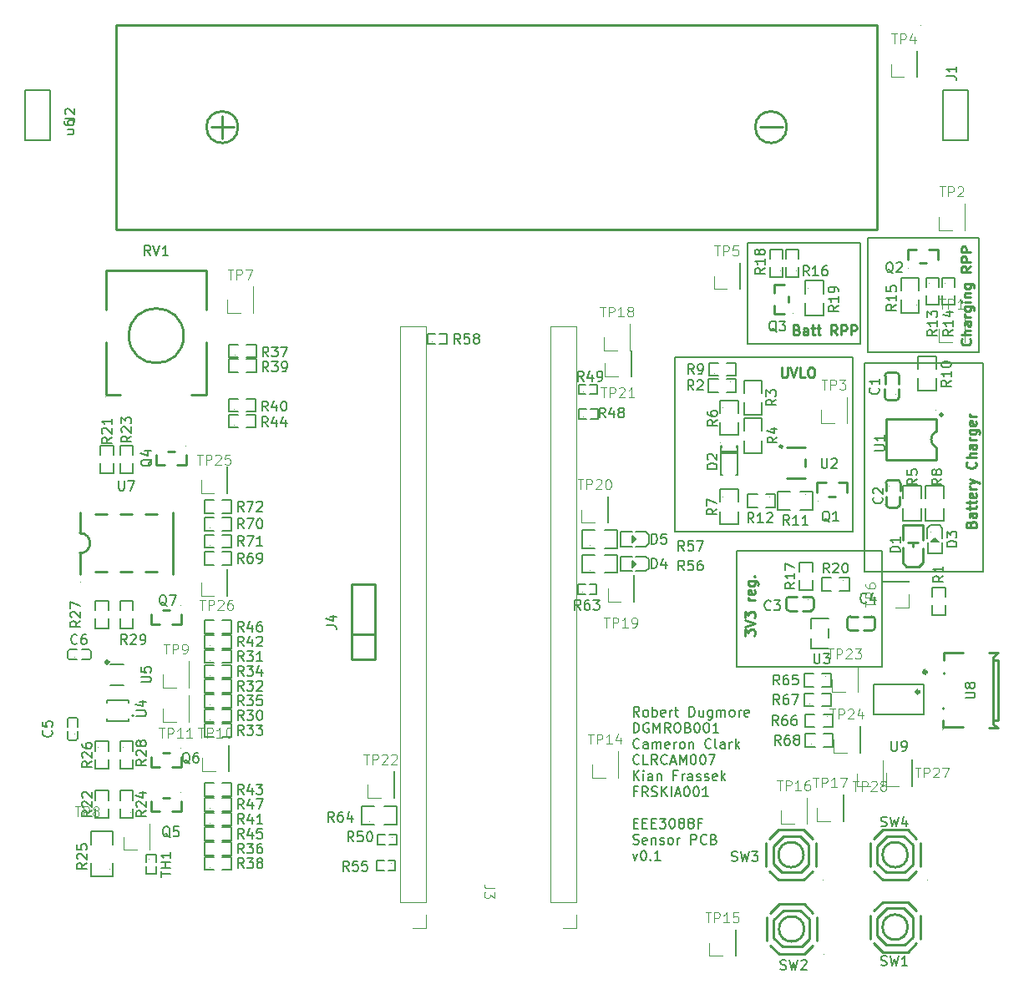
<source format=gbr>
%TF.GenerationSoftware,KiCad,Pcbnew,7.0.1-3b83917a11~172~ubuntu22.04.1*%
%TF.CreationDate,2023-03-21T11:42:11+02:00*%
%TF.ProjectId,EEE3088F_CKR,45454533-3038-4384-965f-434b522e6b69,rev?*%
%TF.SameCoordinates,Original*%
%TF.FileFunction,Legend,Top*%
%TF.FilePolarity,Positive*%
%FSLAX46Y46*%
G04 Gerber Fmt 4.6, Leading zero omitted, Abs format (unit mm)*
G04 Created by KiCad (PCBNEW 7.0.1-3b83917a11~172~ubuntu22.04.1) date 2023-03-21 11:42:11*
%MOMM*%
%LPD*%
G01*
G04 APERTURE LIST*
%ADD10C,0.200000*%
%ADD11C,0.250000*%
%ADD12C,0.150000*%
%ADD13C,0.100000*%
%ADD14C,0.152400*%
%ADD15C,0.059995*%
%ADD16C,0.120000*%
%ADD17C,0.254000*%
%ADD18C,0.300000*%
%ADD19C,0.150013*%
%ADD20C,0.152000*%
%ADD21C,0.203200*%
%ADD22C,0.203000*%
G04 APERTURE END LIST*
D10*
X153950000Y-72300000D02*
X171950000Y-72300000D01*
X171950000Y-90000000D01*
X153950000Y-90000000D01*
X153950000Y-72300000D01*
X173450000Y-60200000D02*
X184750000Y-60200000D01*
X184750000Y-71800000D01*
X173450000Y-71800000D01*
X173450000Y-60200000D01*
X173150000Y-72900000D02*
X185150000Y-72900000D01*
X185150000Y-94100000D01*
X173150000Y-94100000D01*
X173150000Y-72900000D01*
X161250000Y-60700000D02*
X172750000Y-60700000D01*
X172750000Y-71000000D01*
X161250000Y-71000000D01*
X161250000Y-60700000D01*
X160190000Y-92010000D02*
X174880000Y-92010000D01*
X174880000Y-103710000D01*
X160190000Y-103710000D01*
X160190000Y-92010000D01*
D11*
X164738095Y-73377619D02*
X164738095Y-74187142D01*
X164738095Y-74187142D02*
X164785714Y-74282380D01*
X164785714Y-74282380D02*
X164833333Y-74330000D01*
X164833333Y-74330000D02*
X164928571Y-74377619D01*
X164928571Y-74377619D02*
X165119047Y-74377619D01*
X165119047Y-74377619D02*
X165214285Y-74330000D01*
X165214285Y-74330000D02*
X165261904Y-74282380D01*
X165261904Y-74282380D02*
X165309523Y-74187142D01*
X165309523Y-74187142D02*
X165309523Y-73377619D01*
X165642857Y-73377619D02*
X165976190Y-74377619D01*
X165976190Y-74377619D02*
X166309523Y-73377619D01*
X167119047Y-74377619D02*
X166642857Y-74377619D01*
X166642857Y-74377619D02*
X166642857Y-73377619D01*
X167642857Y-73377619D02*
X167833333Y-73377619D01*
X167833333Y-73377619D02*
X167928571Y-73425238D01*
X167928571Y-73425238D02*
X168023809Y-73520476D01*
X168023809Y-73520476D02*
X168071428Y-73710952D01*
X168071428Y-73710952D02*
X168071428Y-74044285D01*
X168071428Y-74044285D02*
X168023809Y-74234761D01*
X168023809Y-74234761D02*
X167928571Y-74330000D01*
X167928571Y-74330000D02*
X167833333Y-74377619D01*
X167833333Y-74377619D02*
X167642857Y-74377619D01*
X167642857Y-74377619D02*
X167547619Y-74330000D01*
X167547619Y-74330000D02*
X167452381Y-74234761D01*
X167452381Y-74234761D02*
X167404762Y-74044285D01*
X167404762Y-74044285D02*
X167404762Y-73710952D01*
X167404762Y-73710952D02*
X167452381Y-73520476D01*
X167452381Y-73520476D02*
X167547619Y-73425238D01*
X167547619Y-73425238D02*
X167642857Y-73377619D01*
X183832380Y-70490476D02*
X183880000Y-70538095D01*
X183880000Y-70538095D02*
X183927619Y-70680952D01*
X183927619Y-70680952D02*
X183927619Y-70776190D01*
X183927619Y-70776190D02*
X183880000Y-70919047D01*
X183880000Y-70919047D02*
X183784761Y-71014285D01*
X183784761Y-71014285D02*
X183689523Y-71061904D01*
X183689523Y-71061904D02*
X183499047Y-71109523D01*
X183499047Y-71109523D02*
X183356190Y-71109523D01*
X183356190Y-71109523D02*
X183165714Y-71061904D01*
X183165714Y-71061904D02*
X183070476Y-71014285D01*
X183070476Y-71014285D02*
X182975238Y-70919047D01*
X182975238Y-70919047D02*
X182927619Y-70776190D01*
X182927619Y-70776190D02*
X182927619Y-70680952D01*
X182927619Y-70680952D02*
X182975238Y-70538095D01*
X182975238Y-70538095D02*
X183022857Y-70490476D01*
X183927619Y-70061904D02*
X182927619Y-70061904D01*
X183927619Y-69633333D02*
X183403809Y-69633333D01*
X183403809Y-69633333D02*
X183308571Y-69680952D01*
X183308571Y-69680952D02*
X183260952Y-69776190D01*
X183260952Y-69776190D02*
X183260952Y-69919047D01*
X183260952Y-69919047D02*
X183308571Y-70014285D01*
X183308571Y-70014285D02*
X183356190Y-70061904D01*
X183927619Y-68728571D02*
X183403809Y-68728571D01*
X183403809Y-68728571D02*
X183308571Y-68776190D01*
X183308571Y-68776190D02*
X183260952Y-68871428D01*
X183260952Y-68871428D02*
X183260952Y-69061904D01*
X183260952Y-69061904D02*
X183308571Y-69157142D01*
X183880000Y-68728571D02*
X183927619Y-68823809D01*
X183927619Y-68823809D02*
X183927619Y-69061904D01*
X183927619Y-69061904D02*
X183880000Y-69157142D01*
X183880000Y-69157142D02*
X183784761Y-69204761D01*
X183784761Y-69204761D02*
X183689523Y-69204761D01*
X183689523Y-69204761D02*
X183594285Y-69157142D01*
X183594285Y-69157142D02*
X183546666Y-69061904D01*
X183546666Y-69061904D02*
X183546666Y-68823809D01*
X183546666Y-68823809D02*
X183499047Y-68728571D01*
X183927619Y-68252380D02*
X183260952Y-68252380D01*
X183451428Y-68252380D02*
X183356190Y-68204761D01*
X183356190Y-68204761D02*
X183308571Y-68157142D01*
X183308571Y-68157142D02*
X183260952Y-68061904D01*
X183260952Y-68061904D02*
X183260952Y-67966666D01*
X183260952Y-67204761D02*
X184070476Y-67204761D01*
X184070476Y-67204761D02*
X184165714Y-67252380D01*
X184165714Y-67252380D02*
X184213333Y-67299999D01*
X184213333Y-67299999D02*
X184260952Y-67395237D01*
X184260952Y-67395237D02*
X184260952Y-67538094D01*
X184260952Y-67538094D02*
X184213333Y-67633332D01*
X183880000Y-67204761D02*
X183927619Y-67299999D01*
X183927619Y-67299999D02*
X183927619Y-67490475D01*
X183927619Y-67490475D02*
X183880000Y-67585713D01*
X183880000Y-67585713D02*
X183832380Y-67633332D01*
X183832380Y-67633332D02*
X183737142Y-67680951D01*
X183737142Y-67680951D02*
X183451428Y-67680951D01*
X183451428Y-67680951D02*
X183356190Y-67633332D01*
X183356190Y-67633332D02*
X183308571Y-67585713D01*
X183308571Y-67585713D02*
X183260952Y-67490475D01*
X183260952Y-67490475D02*
X183260952Y-67299999D01*
X183260952Y-67299999D02*
X183308571Y-67204761D01*
X183927619Y-66728570D02*
X183260952Y-66728570D01*
X182927619Y-66728570D02*
X182975238Y-66776189D01*
X182975238Y-66776189D02*
X183022857Y-66728570D01*
X183022857Y-66728570D02*
X182975238Y-66680951D01*
X182975238Y-66680951D02*
X182927619Y-66728570D01*
X182927619Y-66728570D02*
X183022857Y-66728570D01*
X183260952Y-66252380D02*
X183927619Y-66252380D01*
X183356190Y-66252380D02*
X183308571Y-66204761D01*
X183308571Y-66204761D02*
X183260952Y-66109523D01*
X183260952Y-66109523D02*
X183260952Y-65966666D01*
X183260952Y-65966666D02*
X183308571Y-65871428D01*
X183308571Y-65871428D02*
X183403809Y-65823809D01*
X183403809Y-65823809D02*
X183927619Y-65823809D01*
X183260952Y-64919047D02*
X184070476Y-64919047D01*
X184070476Y-64919047D02*
X184165714Y-64966666D01*
X184165714Y-64966666D02*
X184213333Y-65014285D01*
X184213333Y-65014285D02*
X184260952Y-65109523D01*
X184260952Y-65109523D02*
X184260952Y-65252380D01*
X184260952Y-65252380D02*
X184213333Y-65347618D01*
X183880000Y-64919047D02*
X183927619Y-65014285D01*
X183927619Y-65014285D02*
X183927619Y-65204761D01*
X183927619Y-65204761D02*
X183880000Y-65299999D01*
X183880000Y-65299999D02*
X183832380Y-65347618D01*
X183832380Y-65347618D02*
X183737142Y-65395237D01*
X183737142Y-65395237D02*
X183451428Y-65395237D01*
X183451428Y-65395237D02*
X183356190Y-65347618D01*
X183356190Y-65347618D02*
X183308571Y-65299999D01*
X183308571Y-65299999D02*
X183260952Y-65204761D01*
X183260952Y-65204761D02*
X183260952Y-65014285D01*
X183260952Y-65014285D02*
X183308571Y-64919047D01*
X183927619Y-63109523D02*
X183451428Y-63442856D01*
X183927619Y-63680951D02*
X182927619Y-63680951D01*
X182927619Y-63680951D02*
X182927619Y-63299999D01*
X182927619Y-63299999D02*
X182975238Y-63204761D01*
X182975238Y-63204761D02*
X183022857Y-63157142D01*
X183022857Y-63157142D02*
X183118095Y-63109523D01*
X183118095Y-63109523D02*
X183260952Y-63109523D01*
X183260952Y-63109523D02*
X183356190Y-63157142D01*
X183356190Y-63157142D02*
X183403809Y-63204761D01*
X183403809Y-63204761D02*
X183451428Y-63299999D01*
X183451428Y-63299999D02*
X183451428Y-63680951D01*
X183927619Y-62680951D02*
X182927619Y-62680951D01*
X182927619Y-62680951D02*
X182927619Y-62299999D01*
X182927619Y-62299999D02*
X182975238Y-62204761D01*
X182975238Y-62204761D02*
X183022857Y-62157142D01*
X183022857Y-62157142D02*
X183118095Y-62109523D01*
X183118095Y-62109523D02*
X183260952Y-62109523D01*
X183260952Y-62109523D02*
X183356190Y-62157142D01*
X183356190Y-62157142D02*
X183403809Y-62204761D01*
X183403809Y-62204761D02*
X183451428Y-62299999D01*
X183451428Y-62299999D02*
X183451428Y-62680951D01*
X183927619Y-61680951D02*
X182927619Y-61680951D01*
X182927619Y-61680951D02*
X182927619Y-61299999D01*
X182927619Y-61299999D02*
X182975238Y-61204761D01*
X182975238Y-61204761D02*
X183022857Y-61157142D01*
X183022857Y-61157142D02*
X183118095Y-61109523D01*
X183118095Y-61109523D02*
X183260952Y-61109523D01*
X183260952Y-61109523D02*
X183356190Y-61157142D01*
X183356190Y-61157142D02*
X183403809Y-61204761D01*
X183403809Y-61204761D02*
X183451428Y-61299999D01*
X183451428Y-61299999D02*
X183451428Y-61680951D01*
D12*
X150309523Y-108797619D02*
X149976190Y-108321428D01*
X149738095Y-108797619D02*
X149738095Y-107797619D01*
X149738095Y-107797619D02*
X150119047Y-107797619D01*
X150119047Y-107797619D02*
X150214285Y-107845238D01*
X150214285Y-107845238D02*
X150261904Y-107892857D01*
X150261904Y-107892857D02*
X150309523Y-107988095D01*
X150309523Y-107988095D02*
X150309523Y-108130952D01*
X150309523Y-108130952D02*
X150261904Y-108226190D01*
X150261904Y-108226190D02*
X150214285Y-108273809D01*
X150214285Y-108273809D02*
X150119047Y-108321428D01*
X150119047Y-108321428D02*
X149738095Y-108321428D01*
X150880952Y-108797619D02*
X150785714Y-108750000D01*
X150785714Y-108750000D02*
X150738095Y-108702380D01*
X150738095Y-108702380D02*
X150690476Y-108607142D01*
X150690476Y-108607142D02*
X150690476Y-108321428D01*
X150690476Y-108321428D02*
X150738095Y-108226190D01*
X150738095Y-108226190D02*
X150785714Y-108178571D01*
X150785714Y-108178571D02*
X150880952Y-108130952D01*
X150880952Y-108130952D02*
X151023809Y-108130952D01*
X151023809Y-108130952D02*
X151119047Y-108178571D01*
X151119047Y-108178571D02*
X151166666Y-108226190D01*
X151166666Y-108226190D02*
X151214285Y-108321428D01*
X151214285Y-108321428D02*
X151214285Y-108607142D01*
X151214285Y-108607142D02*
X151166666Y-108702380D01*
X151166666Y-108702380D02*
X151119047Y-108750000D01*
X151119047Y-108750000D02*
X151023809Y-108797619D01*
X151023809Y-108797619D02*
X150880952Y-108797619D01*
X151642857Y-108797619D02*
X151642857Y-107797619D01*
X151642857Y-108178571D02*
X151738095Y-108130952D01*
X151738095Y-108130952D02*
X151928571Y-108130952D01*
X151928571Y-108130952D02*
X152023809Y-108178571D01*
X152023809Y-108178571D02*
X152071428Y-108226190D01*
X152071428Y-108226190D02*
X152119047Y-108321428D01*
X152119047Y-108321428D02*
X152119047Y-108607142D01*
X152119047Y-108607142D02*
X152071428Y-108702380D01*
X152071428Y-108702380D02*
X152023809Y-108750000D01*
X152023809Y-108750000D02*
X151928571Y-108797619D01*
X151928571Y-108797619D02*
X151738095Y-108797619D01*
X151738095Y-108797619D02*
X151642857Y-108750000D01*
X152928571Y-108750000D02*
X152833333Y-108797619D01*
X152833333Y-108797619D02*
X152642857Y-108797619D01*
X152642857Y-108797619D02*
X152547619Y-108750000D01*
X152547619Y-108750000D02*
X152500000Y-108654761D01*
X152500000Y-108654761D02*
X152500000Y-108273809D01*
X152500000Y-108273809D02*
X152547619Y-108178571D01*
X152547619Y-108178571D02*
X152642857Y-108130952D01*
X152642857Y-108130952D02*
X152833333Y-108130952D01*
X152833333Y-108130952D02*
X152928571Y-108178571D01*
X152928571Y-108178571D02*
X152976190Y-108273809D01*
X152976190Y-108273809D02*
X152976190Y-108369047D01*
X152976190Y-108369047D02*
X152500000Y-108464285D01*
X153404762Y-108797619D02*
X153404762Y-108130952D01*
X153404762Y-108321428D02*
X153452381Y-108226190D01*
X153452381Y-108226190D02*
X153500000Y-108178571D01*
X153500000Y-108178571D02*
X153595238Y-108130952D01*
X153595238Y-108130952D02*
X153690476Y-108130952D01*
X153880953Y-108130952D02*
X154261905Y-108130952D01*
X154023810Y-107797619D02*
X154023810Y-108654761D01*
X154023810Y-108654761D02*
X154071429Y-108750000D01*
X154071429Y-108750000D02*
X154166667Y-108797619D01*
X154166667Y-108797619D02*
X154261905Y-108797619D01*
X155357144Y-108797619D02*
X155357144Y-107797619D01*
X155357144Y-107797619D02*
X155595239Y-107797619D01*
X155595239Y-107797619D02*
X155738096Y-107845238D01*
X155738096Y-107845238D02*
X155833334Y-107940476D01*
X155833334Y-107940476D02*
X155880953Y-108035714D01*
X155880953Y-108035714D02*
X155928572Y-108226190D01*
X155928572Y-108226190D02*
X155928572Y-108369047D01*
X155928572Y-108369047D02*
X155880953Y-108559523D01*
X155880953Y-108559523D02*
X155833334Y-108654761D01*
X155833334Y-108654761D02*
X155738096Y-108750000D01*
X155738096Y-108750000D02*
X155595239Y-108797619D01*
X155595239Y-108797619D02*
X155357144Y-108797619D01*
X156785715Y-108130952D02*
X156785715Y-108797619D01*
X156357144Y-108130952D02*
X156357144Y-108654761D01*
X156357144Y-108654761D02*
X156404763Y-108750000D01*
X156404763Y-108750000D02*
X156500001Y-108797619D01*
X156500001Y-108797619D02*
X156642858Y-108797619D01*
X156642858Y-108797619D02*
X156738096Y-108750000D01*
X156738096Y-108750000D02*
X156785715Y-108702380D01*
X157690477Y-108130952D02*
X157690477Y-108940476D01*
X157690477Y-108940476D02*
X157642858Y-109035714D01*
X157642858Y-109035714D02*
X157595239Y-109083333D01*
X157595239Y-109083333D02*
X157500001Y-109130952D01*
X157500001Y-109130952D02*
X157357144Y-109130952D01*
X157357144Y-109130952D02*
X157261906Y-109083333D01*
X157690477Y-108750000D02*
X157595239Y-108797619D01*
X157595239Y-108797619D02*
X157404763Y-108797619D01*
X157404763Y-108797619D02*
X157309525Y-108750000D01*
X157309525Y-108750000D02*
X157261906Y-108702380D01*
X157261906Y-108702380D02*
X157214287Y-108607142D01*
X157214287Y-108607142D02*
X157214287Y-108321428D01*
X157214287Y-108321428D02*
X157261906Y-108226190D01*
X157261906Y-108226190D02*
X157309525Y-108178571D01*
X157309525Y-108178571D02*
X157404763Y-108130952D01*
X157404763Y-108130952D02*
X157595239Y-108130952D01*
X157595239Y-108130952D02*
X157690477Y-108178571D01*
X158166668Y-108797619D02*
X158166668Y-108130952D01*
X158166668Y-108226190D02*
X158214287Y-108178571D01*
X158214287Y-108178571D02*
X158309525Y-108130952D01*
X158309525Y-108130952D02*
X158452382Y-108130952D01*
X158452382Y-108130952D02*
X158547620Y-108178571D01*
X158547620Y-108178571D02*
X158595239Y-108273809D01*
X158595239Y-108273809D02*
X158595239Y-108797619D01*
X158595239Y-108273809D02*
X158642858Y-108178571D01*
X158642858Y-108178571D02*
X158738096Y-108130952D01*
X158738096Y-108130952D02*
X158880953Y-108130952D01*
X158880953Y-108130952D02*
X158976192Y-108178571D01*
X158976192Y-108178571D02*
X159023811Y-108273809D01*
X159023811Y-108273809D02*
X159023811Y-108797619D01*
X159642858Y-108797619D02*
X159547620Y-108750000D01*
X159547620Y-108750000D02*
X159500001Y-108702380D01*
X159500001Y-108702380D02*
X159452382Y-108607142D01*
X159452382Y-108607142D02*
X159452382Y-108321428D01*
X159452382Y-108321428D02*
X159500001Y-108226190D01*
X159500001Y-108226190D02*
X159547620Y-108178571D01*
X159547620Y-108178571D02*
X159642858Y-108130952D01*
X159642858Y-108130952D02*
X159785715Y-108130952D01*
X159785715Y-108130952D02*
X159880953Y-108178571D01*
X159880953Y-108178571D02*
X159928572Y-108226190D01*
X159928572Y-108226190D02*
X159976191Y-108321428D01*
X159976191Y-108321428D02*
X159976191Y-108607142D01*
X159976191Y-108607142D02*
X159928572Y-108702380D01*
X159928572Y-108702380D02*
X159880953Y-108750000D01*
X159880953Y-108750000D02*
X159785715Y-108797619D01*
X159785715Y-108797619D02*
X159642858Y-108797619D01*
X160404763Y-108797619D02*
X160404763Y-108130952D01*
X160404763Y-108321428D02*
X160452382Y-108226190D01*
X160452382Y-108226190D02*
X160500001Y-108178571D01*
X160500001Y-108178571D02*
X160595239Y-108130952D01*
X160595239Y-108130952D02*
X160690477Y-108130952D01*
X161404763Y-108750000D02*
X161309525Y-108797619D01*
X161309525Y-108797619D02*
X161119049Y-108797619D01*
X161119049Y-108797619D02*
X161023811Y-108750000D01*
X161023811Y-108750000D02*
X160976192Y-108654761D01*
X160976192Y-108654761D02*
X160976192Y-108273809D01*
X160976192Y-108273809D02*
X161023811Y-108178571D01*
X161023811Y-108178571D02*
X161119049Y-108130952D01*
X161119049Y-108130952D02*
X161309525Y-108130952D01*
X161309525Y-108130952D02*
X161404763Y-108178571D01*
X161404763Y-108178571D02*
X161452382Y-108273809D01*
X161452382Y-108273809D02*
X161452382Y-108369047D01*
X161452382Y-108369047D02*
X160976192Y-108464285D01*
X149738095Y-110417619D02*
X149738095Y-109417619D01*
X149738095Y-109417619D02*
X149976190Y-109417619D01*
X149976190Y-109417619D02*
X150119047Y-109465238D01*
X150119047Y-109465238D02*
X150214285Y-109560476D01*
X150214285Y-109560476D02*
X150261904Y-109655714D01*
X150261904Y-109655714D02*
X150309523Y-109846190D01*
X150309523Y-109846190D02*
X150309523Y-109989047D01*
X150309523Y-109989047D02*
X150261904Y-110179523D01*
X150261904Y-110179523D02*
X150214285Y-110274761D01*
X150214285Y-110274761D02*
X150119047Y-110370000D01*
X150119047Y-110370000D02*
X149976190Y-110417619D01*
X149976190Y-110417619D02*
X149738095Y-110417619D01*
X151261904Y-109465238D02*
X151166666Y-109417619D01*
X151166666Y-109417619D02*
X151023809Y-109417619D01*
X151023809Y-109417619D02*
X150880952Y-109465238D01*
X150880952Y-109465238D02*
X150785714Y-109560476D01*
X150785714Y-109560476D02*
X150738095Y-109655714D01*
X150738095Y-109655714D02*
X150690476Y-109846190D01*
X150690476Y-109846190D02*
X150690476Y-109989047D01*
X150690476Y-109989047D02*
X150738095Y-110179523D01*
X150738095Y-110179523D02*
X150785714Y-110274761D01*
X150785714Y-110274761D02*
X150880952Y-110370000D01*
X150880952Y-110370000D02*
X151023809Y-110417619D01*
X151023809Y-110417619D02*
X151119047Y-110417619D01*
X151119047Y-110417619D02*
X151261904Y-110370000D01*
X151261904Y-110370000D02*
X151309523Y-110322380D01*
X151309523Y-110322380D02*
X151309523Y-109989047D01*
X151309523Y-109989047D02*
X151119047Y-109989047D01*
X151738095Y-110417619D02*
X151738095Y-109417619D01*
X151738095Y-109417619D02*
X152071428Y-110131904D01*
X152071428Y-110131904D02*
X152404761Y-109417619D01*
X152404761Y-109417619D02*
X152404761Y-110417619D01*
X153452380Y-110417619D02*
X153119047Y-109941428D01*
X152880952Y-110417619D02*
X152880952Y-109417619D01*
X152880952Y-109417619D02*
X153261904Y-109417619D01*
X153261904Y-109417619D02*
X153357142Y-109465238D01*
X153357142Y-109465238D02*
X153404761Y-109512857D01*
X153404761Y-109512857D02*
X153452380Y-109608095D01*
X153452380Y-109608095D02*
X153452380Y-109750952D01*
X153452380Y-109750952D02*
X153404761Y-109846190D01*
X153404761Y-109846190D02*
X153357142Y-109893809D01*
X153357142Y-109893809D02*
X153261904Y-109941428D01*
X153261904Y-109941428D02*
X152880952Y-109941428D01*
X154071428Y-109417619D02*
X154261904Y-109417619D01*
X154261904Y-109417619D02*
X154357142Y-109465238D01*
X154357142Y-109465238D02*
X154452380Y-109560476D01*
X154452380Y-109560476D02*
X154499999Y-109750952D01*
X154499999Y-109750952D02*
X154499999Y-110084285D01*
X154499999Y-110084285D02*
X154452380Y-110274761D01*
X154452380Y-110274761D02*
X154357142Y-110370000D01*
X154357142Y-110370000D02*
X154261904Y-110417619D01*
X154261904Y-110417619D02*
X154071428Y-110417619D01*
X154071428Y-110417619D02*
X153976190Y-110370000D01*
X153976190Y-110370000D02*
X153880952Y-110274761D01*
X153880952Y-110274761D02*
X153833333Y-110084285D01*
X153833333Y-110084285D02*
X153833333Y-109750952D01*
X153833333Y-109750952D02*
X153880952Y-109560476D01*
X153880952Y-109560476D02*
X153976190Y-109465238D01*
X153976190Y-109465238D02*
X154071428Y-109417619D01*
X155261904Y-109893809D02*
X155404761Y-109941428D01*
X155404761Y-109941428D02*
X155452380Y-109989047D01*
X155452380Y-109989047D02*
X155499999Y-110084285D01*
X155499999Y-110084285D02*
X155499999Y-110227142D01*
X155499999Y-110227142D02*
X155452380Y-110322380D01*
X155452380Y-110322380D02*
X155404761Y-110370000D01*
X155404761Y-110370000D02*
X155309523Y-110417619D01*
X155309523Y-110417619D02*
X154928571Y-110417619D01*
X154928571Y-110417619D02*
X154928571Y-109417619D01*
X154928571Y-109417619D02*
X155261904Y-109417619D01*
X155261904Y-109417619D02*
X155357142Y-109465238D01*
X155357142Y-109465238D02*
X155404761Y-109512857D01*
X155404761Y-109512857D02*
X155452380Y-109608095D01*
X155452380Y-109608095D02*
X155452380Y-109703333D01*
X155452380Y-109703333D02*
X155404761Y-109798571D01*
X155404761Y-109798571D02*
X155357142Y-109846190D01*
X155357142Y-109846190D02*
X155261904Y-109893809D01*
X155261904Y-109893809D02*
X154928571Y-109893809D01*
X156119047Y-109417619D02*
X156214285Y-109417619D01*
X156214285Y-109417619D02*
X156309523Y-109465238D01*
X156309523Y-109465238D02*
X156357142Y-109512857D01*
X156357142Y-109512857D02*
X156404761Y-109608095D01*
X156404761Y-109608095D02*
X156452380Y-109798571D01*
X156452380Y-109798571D02*
X156452380Y-110036666D01*
X156452380Y-110036666D02*
X156404761Y-110227142D01*
X156404761Y-110227142D02*
X156357142Y-110322380D01*
X156357142Y-110322380D02*
X156309523Y-110370000D01*
X156309523Y-110370000D02*
X156214285Y-110417619D01*
X156214285Y-110417619D02*
X156119047Y-110417619D01*
X156119047Y-110417619D02*
X156023809Y-110370000D01*
X156023809Y-110370000D02*
X155976190Y-110322380D01*
X155976190Y-110322380D02*
X155928571Y-110227142D01*
X155928571Y-110227142D02*
X155880952Y-110036666D01*
X155880952Y-110036666D02*
X155880952Y-109798571D01*
X155880952Y-109798571D02*
X155928571Y-109608095D01*
X155928571Y-109608095D02*
X155976190Y-109512857D01*
X155976190Y-109512857D02*
X156023809Y-109465238D01*
X156023809Y-109465238D02*
X156119047Y-109417619D01*
X157071428Y-109417619D02*
X157166666Y-109417619D01*
X157166666Y-109417619D02*
X157261904Y-109465238D01*
X157261904Y-109465238D02*
X157309523Y-109512857D01*
X157309523Y-109512857D02*
X157357142Y-109608095D01*
X157357142Y-109608095D02*
X157404761Y-109798571D01*
X157404761Y-109798571D02*
X157404761Y-110036666D01*
X157404761Y-110036666D02*
X157357142Y-110227142D01*
X157357142Y-110227142D02*
X157309523Y-110322380D01*
X157309523Y-110322380D02*
X157261904Y-110370000D01*
X157261904Y-110370000D02*
X157166666Y-110417619D01*
X157166666Y-110417619D02*
X157071428Y-110417619D01*
X157071428Y-110417619D02*
X156976190Y-110370000D01*
X156976190Y-110370000D02*
X156928571Y-110322380D01*
X156928571Y-110322380D02*
X156880952Y-110227142D01*
X156880952Y-110227142D02*
X156833333Y-110036666D01*
X156833333Y-110036666D02*
X156833333Y-109798571D01*
X156833333Y-109798571D02*
X156880952Y-109608095D01*
X156880952Y-109608095D02*
X156928571Y-109512857D01*
X156928571Y-109512857D02*
X156976190Y-109465238D01*
X156976190Y-109465238D02*
X157071428Y-109417619D01*
X158357142Y-110417619D02*
X157785714Y-110417619D01*
X158071428Y-110417619D02*
X158071428Y-109417619D01*
X158071428Y-109417619D02*
X157976190Y-109560476D01*
X157976190Y-109560476D02*
X157880952Y-109655714D01*
X157880952Y-109655714D02*
X157785714Y-109703333D01*
X150309523Y-111942380D02*
X150261904Y-111990000D01*
X150261904Y-111990000D02*
X150119047Y-112037619D01*
X150119047Y-112037619D02*
X150023809Y-112037619D01*
X150023809Y-112037619D02*
X149880952Y-111990000D01*
X149880952Y-111990000D02*
X149785714Y-111894761D01*
X149785714Y-111894761D02*
X149738095Y-111799523D01*
X149738095Y-111799523D02*
X149690476Y-111609047D01*
X149690476Y-111609047D02*
X149690476Y-111466190D01*
X149690476Y-111466190D02*
X149738095Y-111275714D01*
X149738095Y-111275714D02*
X149785714Y-111180476D01*
X149785714Y-111180476D02*
X149880952Y-111085238D01*
X149880952Y-111085238D02*
X150023809Y-111037619D01*
X150023809Y-111037619D02*
X150119047Y-111037619D01*
X150119047Y-111037619D02*
X150261904Y-111085238D01*
X150261904Y-111085238D02*
X150309523Y-111132857D01*
X151166666Y-112037619D02*
X151166666Y-111513809D01*
X151166666Y-111513809D02*
X151119047Y-111418571D01*
X151119047Y-111418571D02*
X151023809Y-111370952D01*
X151023809Y-111370952D02*
X150833333Y-111370952D01*
X150833333Y-111370952D02*
X150738095Y-111418571D01*
X151166666Y-111990000D02*
X151071428Y-112037619D01*
X151071428Y-112037619D02*
X150833333Y-112037619D01*
X150833333Y-112037619D02*
X150738095Y-111990000D01*
X150738095Y-111990000D02*
X150690476Y-111894761D01*
X150690476Y-111894761D02*
X150690476Y-111799523D01*
X150690476Y-111799523D02*
X150738095Y-111704285D01*
X150738095Y-111704285D02*
X150833333Y-111656666D01*
X150833333Y-111656666D02*
X151071428Y-111656666D01*
X151071428Y-111656666D02*
X151166666Y-111609047D01*
X151642857Y-112037619D02*
X151642857Y-111370952D01*
X151642857Y-111466190D02*
X151690476Y-111418571D01*
X151690476Y-111418571D02*
X151785714Y-111370952D01*
X151785714Y-111370952D02*
X151928571Y-111370952D01*
X151928571Y-111370952D02*
X152023809Y-111418571D01*
X152023809Y-111418571D02*
X152071428Y-111513809D01*
X152071428Y-111513809D02*
X152071428Y-112037619D01*
X152071428Y-111513809D02*
X152119047Y-111418571D01*
X152119047Y-111418571D02*
X152214285Y-111370952D01*
X152214285Y-111370952D02*
X152357142Y-111370952D01*
X152357142Y-111370952D02*
X152452381Y-111418571D01*
X152452381Y-111418571D02*
X152500000Y-111513809D01*
X152500000Y-111513809D02*
X152500000Y-112037619D01*
X153357142Y-111990000D02*
X153261904Y-112037619D01*
X153261904Y-112037619D02*
X153071428Y-112037619D01*
X153071428Y-112037619D02*
X152976190Y-111990000D01*
X152976190Y-111990000D02*
X152928571Y-111894761D01*
X152928571Y-111894761D02*
X152928571Y-111513809D01*
X152928571Y-111513809D02*
X152976190Y-111418571D01*
X152976190Y-111418571D02*
X153071428Y-111370952D01*
X153071428Y-111370952D02*
X153261904Y-111370952D01*
X153261904Y-111370952D02*
X153357142Y-111418571D01*
X153357142Y-111418571D02*
X153404761Y-111513809D01*
X153404761Y-111513809D02*
X153404761Y-111609047D01*
X153404761Y-111609047D02*
X152928571Y-111704285D01*
X153833333Y-112037619D02*
X153833333Y-111370952D01*
X153833333Y-111561428D02*
X153880952Y-111466190D01*
X153880952Y-111466190D02*
X153928571Y-111418571D01*
X153928571Y-111418571D02*
X154023809Y-111370952D01*
X154023809Y-111370952D02*
X154119047Y-111370952D01*
X154595238Y-112037619D02*
X154500000Y-111990000D01*
X154500000Y-111990000D02*
X154452381Y-111942380D01*
X154452381Y-111942380D02*
X154404762Y-111847142D01*
X154404762Y-111847142D02*
X154404762Y-111561428D01*
X154404762Y-111561428D02*
X154452381Y-111466190D01*
X154452381Y-111466190D02*
X154500000Y-111418571D01*
X154500000Y-111418571D02*
X154595238Y-111370952D01*
X154595238Y-111370952D02*
X154738095Y-111370952D01*
X154738095Y-111370952D02*
X154833333Y-111418571D01*
X154833333Y-111418571D02*
X154880952Y-111466190D01*
X154880952Y-111466190D02*
X154928571Y-111561428D01*
X154928571Y-111561428D02*
X154928571Y-111847142D01*
X154928571Y-111847142D02*
X154880952Y-111942380D01*
X154880952Y-111942380D02*
X154833333Y-111990000D01*
X154833333Y-111990000D02*
X154738095Y-112037619D01*
X154738095Y-112037619D02*
X154595238Y-112037619D01*
X155357143Y-111370952D02*
X155357143Y-112037619D01*
X155357143Y-111466190D02*
X155404762Y-111418571D01*
X155404762Y-111418571D02*
X155500000Y-111370952D01*
X155500000Y-111370952D02*
X155642857Y-111370952D01*
X155642857Y-111370952D02*
X155738095Y-111418571D01*
X155738095Y-111418571D02*
X155785714Y-111513809D01*
X155785714Y-111513809D02*
X155785714Y-112037619D01*
X157595238Y-111942380D02*
X157547619Y-111990000D01*
X157547619Y-111990000D02*
X157404762Y-112037619D01*
X157404762Y-112037619D02*
X157309524Y-112037619D01*
X157309524Y-112037619D02*
X157166667Y-111990000D01*
X157166667Y-111990000D02*
X157071429Y-111894761D01*
X157071429Y-111894761D02*
X157023810Y-111799523D01*
X157023810Y-111799523D02*
X156976191Y-111609047D01*
X156976191Y-111609047D02*
X156976191Y-111466190D01*
X156976191Y-111466190D02*
X157023810Y-111275714D01*
X157023810Y-111275714D02*
X157071429Y-111180476D01*
X157071429Y-111180476D02*
X157166667Y-111085238D01*
X157166667Y-111085238D02*
X157309524Y-111037619D01*
X157309524Y-111037619D02*
X157404762Y-111037619D01*
X157404762Y-111037619D02*
X157547619Y-111085238D01*
X157547619Y-111085238D02*
X157595238Y-111132857D01*
X158166667Y-112037619D02*
X158071429Y-111990000D01*
X158071429Y-111990000D02*
X158023810Y-111894761D01*
X158023810Y-111894761D02*
X158023810Y-111037619D01*
X158976191Y-112037619D02*
X158976191Y-111513809D01*
X158976191Y-111513809D02*
X158928572Y-111418571D01*
X158928572Y-111418571D02*
X158833334Y-111370952D01*
X158833334Y-111370952D02*
X158642858Y-111370952D01*
X158642858Y-111370952D02*
X158547620Y-111418571D01*
X158976191Y-111990000D02*
X158880953Y-112037619D01*
X158880953Y-112037619D02*
X158642858Y-112037619D01*
X158642858Y-112037619D02*
X158547620Y-111990000D01*
X158547620Y-111990000D02*
X158500001Y-111894761D01*
X158500001Y-111894761D02*
X158500001Y-111799523D01*
X158500001Y-111799523D02*
X158547620Y-111704285D01*
X158547620Y-111704285D02*
X158642858Y-111656666D01*
X158642858Y-111656666D02*
X158880953Y-111656666D01*
X158880953Y-111656666D02*
X158976191Y-111609047D01*
X159452382Y-112037619D02*
X159452382Y-111370952D01*
X159452382Y-111561428D02*
X159500001Y-111466190D01*
X159500001Y-111466190D02*
X159547620Y-111418571D01*
X159547620Y-111418571D02*
X159642858Y-111370952D01*
X159642858Y-111370952D02*
X159738096Y-111370952D01*
X160071430Y-112037619D02*
X160071430Y-111037619D01*
X160166668Y-111656666D02*
X160452382Y-112037619D01*
X160452382Y-111370952D02*
X160071430Y-111751904D01*
X150309523Y-113562380D02*
X150261904Y-113610000D01*
X150261904Y-113610000D02*
X150119047Y-113657619D01*
X150119047Y-113657619D02*
X150023809Y-113657619D01*
X150023809Y-113657619D02*
X149880952Y-113610000D01*
X149880952Y-113610000D02*
X149785714Y-113514761D01*
X149785714Y-113514761D02*
X149738095Y-113419523D01*
X149738095Y-113419523D02*
X149690476Y-113229047D01*
X149690476Y-113229047D02*
X149690476Y-113086190D01*
X149690476Y-113086190D02*
X149738095Y-112895714D01*
X149738095Y-112895714D02*
X149785714Y-112800476D01*
X149785714Y-112800476D02*
X149880952Y-112705238D01*
X149880952Y-112705238D02*
X150023809Y-112657619D01*
X150023809Y-112657619D02*
X150119047Y-112657619D01*
X150119047Y-112657619D02*
X150261904Y-112705238D01*
X150261904Y-112705238D02*
X150309523Y-112752857D01*
X151214285Y-113657619D02*
X150738095Y-113657619D01*
X150738095Y-113657619D02*
X150738095Y-112657619D01*
X152119047Y-113657619D02*
X151785714Y-113181428D01*
X151547619Y-113657619D02*
X151547619Y-112657619D01*
X151547619Y-112657619D02*
X151928571Y-112657619D01*
X151928571Y-112657619D02*
X152023809Y-112705238D01*
X152023809Y-112705238D02*
X152071428Y-112752857D01*
X152071428Y-112752857D02*
X152119047Y-112848095D01*
X152119047Y-112848095D02*
X152119047Y-112990952D01*
X152119047Y-112990952D02*
X152071428Y-113086190D01*
X152071428Y-113086190D02*
X152023809Y-113133809D01*
X152023809Y-113133809D02*
X151928571Y-113181428D01*
X151928571Y-113181428D02*
X151547619Y-113181428D01*
X153119047Y-113562380D02*
X153071428Y-113610000D01*
X153071428Y-113610000D02*
X152928571Y-113657619D01*
X152928571Y-113657619D02*
X152833333Y-113657619D01*
X152833333Y-113657619D02*
X152690476Y-113610000D01*
X152690476Y-113610000D02*
X152595238Y-113514761D01*
X152595238Y-113514761D02*
X152547619Y-113419523D01*
X152547619Y-113419523D02*
X152500000Y-113229047D01*
X152500000Y-113229047D02*
X152500000Y-113086190D01*
X152500000Y-113086190D02*
X152547619Y-112895714D01*
X152547619Y-112895714D02*
X152595238Y-112800476D01*
X152595238Y-112800476D02*
X152690476Y-112705238D01*
X152690476Y-112705238D02*
X152833333Y-112657619D01*
X152833333Y-112657619D02*
X152928571Y-112657619D01*
X152928571Y-112657619D02*
X153071428Y-112705238D01*
X153071428Y-112705238D02*
X153119047Y-112752857D01*
X153500000Y-113371904D02*
X153976190Y-113371904D01*
X153404762Y-113657619D02*
X153738095Y-112657619D01*
X153738095Y-112657619D02*
X154071428Y-113657619D01*
X154404762Y-113657619D02*
X154404762Y-112657619D01*
X154404762Y-112657619D02*
X154738095Y-113371904D01*
X154738095Y-113371904D02*
X155071428Y-112657619D01*
X155071428Y-112657619D02*
X155071428Y-113657619D01*
X155738095Y-112657619D02*
X155833333Y-112657619D01*
X155833333Y-112657619D02*
X155928571Y-112705238D01*
X155928571Y-112705238D02*
X155976190Y-112752857D01*
X155976190Y-112752857D02*
X156023809Y-112848095D01*
X156023809Y-112848095D02*
X156071428Y-113038571D01*
X156071428Y-113038571D02*
X156071428Y-113276666D01*
X156071428Y-113276666D02*
X156023809Y-113467142D01*
X156023809Y-113467142D02*
X155976190Y-113562380D01*
X155976190Y-113562380D02*
X155928571Y-113610000D01*
X155928571Y-113610000D02*
X155833333Y-113657619D01*
X155833333Y-113657619D02*
X155738095Y-113657619D01*
X155738095Y-113657619D02*
X155642857Y-113610000D01*
X155642857Y-113610000D02*
X155595238Y-113562380D01*
X155595238Y-113562380D02*
X155547619Y-113467142D01*
X155547619Y-113467142D02*
X155500000Y-113276666D01*
X155500000Y-113276666D02*
X155500000Y-113038571D01*
X155500000Y-113038571D02*
X155547619Y-112848095D01*
X155547619Y-112848095D02*
X155595238Y-112752857D01*
X155595238Y-112752857D02*
X155642857Y-112705238D01*
X155642857Y-112705238D02*
X155738095Y-112657619D01*
X156690476Y-112657619D02*
X156785714Y-112657619D01*
X156785714Y-112657619D02*
X156880952Y-112705238D01*
X156880952Y-112705238D02*
X156928571Y-112752857D01*
X156928571Y-112752857D02*
X156976190Y-112848095D01*
X156976190Y-112848095D02*
X157023809Y-113038571D01*
X157023809Y-113038571D02*
X157023809Y-113276666D01*
X157023809Y-113276666D02*
X156976190Y-113467142D01*
X156976190Y-113467142D02*
X156928571Y-113562380D01*
X156928571Y-113562380D02*
X156880952Y-113610000D01*
X156880952Y-113610000D02*
X156785714Y-113657619D01*
X156785714Y-113657619D02*
X156690476Y-113657619D01*
X156690476Y-113657619D02*
X156595238Y-113610000D01*
X156595238Y-113610000D02*
X156547619Y-113562380D01*
X156547619Y-113562380D02*
X156500000Y-113467142D01*
X156500000Y-113467142D02*
X156452381Y-113276666D01*
X156452381Y-113276666D02*
X156452381Y-113038571D01*
X156452381Y-113038571D02*
X156500000Y-112848095D01*
X156500000Y-112848095D02*
X156547619Y-112752857D01*
X156547619Y-112752857D02*
X156595238Y-112705238D01*
X156595238Y-112705238D02*
X156690476Y-112657619D01*
X157357143Y-112657619D02*
X158023809Y-112657619D01*
X158023809Y-112657619D02*
X157595238Y-113657619D01*
X149738095Y-115277619D02*
X149738095Y-114277619D01*
X150309523Y-115277619D02*
X149880952Y-114706190D01*
X150309523Y-114277619D02*
X149738095Y-114849047D01*
X150738095Y-115277619D02*
X150738095Y-114610952D01*
X150738095Y-114277619D02*
X150690476Y-114325238D01*
X150690476Y-114325238D02*
X150738095Y-114372857D01*
X150738095Y-114372857D02*
X150785714Y-114325238D01*
X150785714Y-114325238D02*
X150738095Y-114277619D01*
X150738095Y-114277619D02*
X150738095Y-114372857D01*
X151642856Y-115277619D02*
X151642856Y-114753809D01*
X151642856Y-114753809D02*
X151595237Y-114658571D01*
X151595237Y-114658571D02*
X151499999Y-114610952D01*
X151499999Y-114610952D02*
X151309523Y-114610952D01*
X151309523Y-114610952D02*
X151214285Y-114658571D01*
X151642856Y-115230000D02*
X151547618Y-115277619D01*
X151547618Y-115277619D02*
X151309523Y-115277619D01*
X151309523Y-115277619D02*
X151214285Y-115230000D01*
X151214285Y-115230000D02*
X151166666Y-115134761D01*
X151166666Y-115134761D02*
X151166666Y-115039523D01*
X151166666Y-115039523D02*
X151214285Y-114944285D01*
X151214285Y-114944285D02*
X151309523Y-114896666D01*
X151309523Y-114896666D02*
X151547618Y-114896666D01*
X151547618Y-114896666D02*
X151642856Y-114849047D01*
X152119047Y-114610952D02*
X152119047Y-115277619D01*
X152119047Y-114706190D02*
X152166666Y-114658571D01*
X152166666Y-114658571D02*
X152261904Y-114610952D01*
X152261904Y-114610952D02*
X152404761Y-114610952D01*
X152404761Y-114610952D02*
X152499999Y-114658571D01*
X152499999Y-114658571D02*
X152547618Y-114753809D01*
X152547618Y-114753809D02*
X152547618Y-115277619D01*
X154119047Y-114753809D02*
X153785714Y-114753809D01*
X153785714Y-115277619D02*
X153785714Y-114277619D01*
X153785714Y-114277619D02*
X154261904Y-114277619D01*
X154642857Y-115277619D02*
X154642857Y-114610952D01*
X154642857Y-114801428D02*
X154690476Y-114706190D01*
X154690476Y-114706190D02*
X154738095Y-114658571D01*
X154738095Y-114658571D02*
X154833333Y-114610952D01*
X154833333Y-114610952D02*
X154928571Y-114610952D01*
X155690476Y-115277619D02*
X155690476Y-114753809D01*
X155690476Y-114753809D02*
X155642857Y-114658571D01*
X155642857Y-114658571D02*
X155547619Y-114610952D01*
X155547619Y-114610952D02*
X155357143Y-114610952D01*
X155357143Y-114610952D02*
X155261905Y-114658571D01*
X155690476Y-115230000D02*
X155595238Y-115277619D01*
X155595238Y-115277619D02*
X155357143Y-115277619D01*
X155357143Y-115277619D02*
X155261905Y-115230000D01*
X155261905Y-115230000D02*
X155214286Y-115134761D01*
X155214286Y-115134761D02*
X155214286Y-115039523D01*
X155214286Y-115039523D02*
X155261905Y-114944285D01*
X155261905Y-114944285D02*
X155357143Y-114896666D01*
X155357143Y-114896666D02*
X155595238Y-114896666D01*
X155595238Y-114896666D02*
X155690476Y-114849047D01*
X156119048Y-115230000D02*
X156214286Y-115277619D01*
X156214286Y-115277619D02*
X156404762Y-115277619D01*
X156404762Y-115277619D02*
X156500000Y-115230000D01*
X156500000Y-115230000D02*
X156547619Y-115134761D01*
X156547619Y-115134761D02*
X156547619Y-115087142D01*
X156547619Y-115087142D02*
X156500000Y-114991904D01*
X156500000Y-114991904D02*
X156404762Y-114944285D01*
X156404762Y-114944285D02*
X156261905Y-114944285D01*
X156261905Y-114944285D02*
X156166667Y-114896666D01*
X156166667Y-114896666D02*
X156119048Y-114801428D01*
X156119048Y-114801428D02*
X156119048Y-114753809D01*
X156119048Y-114753809D02*
X156166667Y-114658571D01*
X156166667Y-114658571D02*
X156261905Y-114610952D01*
X156261905Y-114610952D02*
X156404762Y-114610952D01*
X156404762Y-114610952D02*
X156500000Y-114658571D01*
X156928572Y-115230000D02*
X157023810Y-115277619D01*
X157023810Y-115277619D02*
X157214286Y-115277619D01*
X157214286Y-115277619D02*
X157309524Y-115230000D01*
X157309524Y-115230000D02*
X157357143Y-115134761D01*
X157357143Y-115134761D02*
X157357143Y-115087142D01*
X157357143Y-115087142D02*
X157309524Y-114991904D01*
X157309524Y-114991904D02*
X157214286Y-114944285D01*
X157214286Y-114944285D02*
X157071429Y-114944285D01*
X157071429Y-114944285D02*
X156976191Y-114896666D01*
X156976191Y-114896666D02*
X156928572Y-114801428D01*
X156928572Y-114801428D02*
X156928572Y-114753809D01*
X156928572Y-114753809D02*
X156976191Y-114658571D01*
X156976191Y-114658571D02*
X157071429Y-114610952D01*
X157071429Y-114610952D02*
X157214286Y-114610952D01*
X157214286Y-114610952D02*
X157309524Y-114658571D01*
X158166667Y-115230000D02*
X158071429Y-115277619D01*
X158071429Y-115277619D02*
X157880953Y-115277619D01*
X157880953Y-115277619D02*
X157785715Y-115230000D01*
X157785715Y-115230000D02*
X157738096Y-115134761D01*
X157738096Y-115134761D02*
X157738096Y-114753809D01*
X157738096Y-114753809D02*
X157785715Y-114658571D01*
X157785715Y-114658571D02*
X157880953Y-114610952D01*
X157880953Y-114610952D02*
X158071429Y-114610952D01*
X158071429Y-114610952D02*
X158166667Y-114658571D01*
X158166667Y-114658571D02*
X158214286Y-114753809D01*
X158214286Y-114753809D02*
X158214286Y-114849047D01*
X158214286Y-114849047D02*
X157738096Y-114944285D01*
X158642858Y-115277619D02*
X158642858Y-114277619D01*
X158738096Y-114896666D02*
X159023810Y-115277619D01*
X159023810Y-114610952D02*
X158642858Y-114991904D01*
X150071428Y-116373809D02*
X149738095Y-116373809D01*
X149738095Y-116897619D02*
X149738095Y-115897619D01*
X149738095Y-115897619D02*
X150214285Y-115897619D01*
X151166666Y-116897619D02*
X150833333Y-116421428D01*
X150595238Y-116897619D02*
X150595238Y-115897619D01*
X150595238Y-115897619D02*
X150976190Y-115897619D01*
X150976190Y-115897619D02*
X151071428Y-115945238D01*
X151071428Y-115945238D02*
X151119047Y-115992857D01*
X151119047Y-115992857D02*
X151166666Y-116088095D01*
X151166666Y-116088095D02*
X151166666Y-116230952D01*
X151166666Y-116230952D02*
X151119047Y-116326190D01*
X151119047Y-116326190D02*
X151071428Y-116373809D01*
X151071428Y-116373809D02*
X150976190Y-116421428D01*
X150976190Y-116421428D02*
X150595238Y-116421428D01*
X151547619Y-116850000D02*
X151690476Y-116897619D01*
X151690476Y-116897619D02*
X151928571Y-116897619D01*
X151928571Y-116897619D02*
X152023809Y-116850000D01*
X152023809Y-116850000D02*
X152071428Y-116802380D01*
X152071428Y-116802380D02*
X152119047Y-116707142D01*
X152119047Y-116707142D02*
X152119047Y-116611904D01*
X152119047Y-116611904D02*
X152071428Y-116516666D01*
X152071428Y-116516666D02*
X152023809Y-116469047D01*
X152023809Y-116469047D02*
X151928571Y-116421428D01*
X151928571Y-116421428D02*
X151738095Y-116373809D01*
X151738095Y-116373809D02*
X151642857Y-116326190D01*
X151642857Y-116326190D02*
X151595238Y-116278571D01*
X151595238Y-116278571D02*
X151547619Y-116183333D01*
X151547619Y-116183333D02*
X151547619Y-116088095D01*
X151547619Y-116088095D02*
X151595238Y-115992857D01*
X151595238Y-115992857D02*
X151642857Y-115945238D01*
X151642857Y-115945238D02*
X151738095Y-115897619D01*
X151738095Y-115897619D02*
X151976190Y-115897619D01*
X151976190Y-115897619D02*
X152119047Y-115945238D01*
X152547619Y-116897619D02*
X152547619Y-115897619D01*
X153119047Y-116897619D02*
X152690476Y-116326190D01*
X153119047Y-115897619D02*
X152547619Y-116469047D01*
X153547619Y-116897619D02*
X153547619Y-115897619D01*
X153976190Y-116611904D02*
X154452380Y-116611904D01*
X153880952Y-116897619D02*
X154214285Y-115897619D01*
X154214285Y-115897619D02*
X154547618Y-116897619D01*
X155071428Y-115897619D02*
X155166666Y-115897619D01*
X155166666Y-115897619D02*
X155261904Y-115945238D01*
X155261904Y-115945238D02*
X155309523Y-115992857D01*
X155309523Y-115992857D02*
X155357142Y-116088095D01*
X155357142Y-116088095D02*
X155404761Y-116278571D01*
X155404761Y-116278571D02*
X155404761Y-116516666D01*
X155404761Y-116516666D02*
X155357142Y-116707142D01*
X155357142Y-116707142D02*
X155309523Y-116802380D01*
X155309523Y-116802380D02*
X155261904Y-116850000D01*
X155261904Y-116850000D02*
X155166666Y-116897619D01*
X155166666Y-116897619D02*
X155071428Y-116897619D01*
X155071428Y-116897619D02*
X154976190Y-116850000D01*
X154976190Y-116850000D02*
X154928571Y-116802380D01*
X154928571Y-116802380D02*
X154880952Y-116707142D01*
X154880952Y-116707142D02*
X154833333Y-116516666D01*
X154833333Y-116516666D02*
X154833333Y-116278571D01*
X154833333Y-116278571D02*
X154880952Y-116088095D01*
X154880952Y-116088095D02*
X154928571Y-115992857D01*
X154928571Y-115992857D02*
X154976190Y-115945238D01*
X154976190Y-115945238D02*
X155071428Y-115897619D01*
X156023809Y-115897619D02*
X156119047Y-115897619D01*
X156119047Y-115897619D02*
X156214285Y-115945238D01*
X156214285Y-115945238D02*
X156261904Y-115992857D01*
X156261904Y-115992857D02*
X156309523Y-116088095D01*
X156309523Y-116088095D02*
X156357142Y-116278571D01*
X156357142Y-116278571D02*
X156357142Y-116516666D01*
X156357142Y-116516666D02*
X156309523Y-116707142D01*
X156309523Y-116707142D02*
X156261904Y-116802380D01*
X156261904Y-116802380D02*
X156214285Y-116850000D01*
X156214285Y-116850000D02*
X156119047Y-116897619D01*
X156119047Y-116897619D02*
X156023809Y-116897619D01*
X156023809Y-116897619D02*
X155928571Y-116850000D01*
X155928571Y-116850000D02*
X155880952Y-116802380D01*
X155880952Y-116802380D02*
X155833333Y-116707142D01*
X155833333Y-116707142D02*
X155785714Y-116516666D01*
X155785714Y-116516666D02*
X155785714Y-116278571D01*
X155785714Y-116278571D02*
X155833333Y-116088095D01*
X155833333Y-116088095D02*
X155880952Y-115992857D01*
X155880952Y-115992857D02*
X155928571Y-115945238D01*
X155928571Y-115945238D02*
X156023809Y-115897619D01*
X157309523Y-116897619D02*
X156738095Y-116897619D01*
X157023809Y-116897619D02*
X157023809Y-115897619D01*
X157023809Y-115897619D02*
X156928571Y-116040476D01*
X156928571Y-116040476D02*
X156833333Y-116135714D01*
X156833333Y-116135714D02*
X156738095Y-116183333D01*
X149738095Y-119613809D02*
X150071428Y-119613809D01*
X150214285Y-120137619D02*
X149738095Y-120137619D01*
X149738095Y-120137619D02*
X149738095Y-119137619D01*
X149738095Y-119137619D02*
X150214285Y-119137619D01*
X150642857Y-119613809D02*
X150976190Y-119613809D01*
X151119047Y-120137619D02*
X150642857Y-120137619D01*
X150642857Y-120137619D02*
X150642857Y-119137619D01*
X150642857Y-119137619D02*
X151119047Y-119137619D01*
X151547619Y-119613809D02*
X151880952Y-119613809D01*
X152023809Y-120137619D02*
X151547619Y-120137619D01*
X151547619Y-120137619D02*
X151547619Y-119137619D01*
X151547619Y-119137619D02*
X152023809Y-119137619D01*
X152357143Y-119137619D02*
X152976190Y-119137619D01*
X152976190Y-119137619D02*
X152642857Y-119518571D01*
X152642857Y-119518571D02*
X152785714Y-119518571D01*
X152785714Y-119518571D02*
X152880952Y-119566190D01*
X152880952Y-119566190D02*
X152928571Y-119613809D01*
X152928571Y-119613809D02*
X152976190Y-119709047D01*
X152976190Y-119709047D02*
X152976190Y-119947142D01*
X152976190Y-119947142D02*
X152928571Y-120042380D01*
X152928571Y-120042380D02*
X152880952Y-120090000D01*
X152880952Y-120090000D02*
X152785714Y-120137619D01*
X152785714Y-120137619D02*
X152500000Y-120137619D01*
X152500000Y-120137619D02*
X152404762Y-120090000D01*
X152404762Y-120090000D02*
X152357143Y-120042380D01*
X153595238Y-119137619D02*
X153690476Y-119137619D01*
X153690476Y-119137619D02*
X153785714Y-119185238D01*
X153785714Y-119185238D02*
X153833333Y-119232857D01*
X153833333Y-119232857D02*
X153880952Y-119328095D01*
X153880952Y-119328095D02*
X153928571Y-119518571D01*
X153928571Y-119518571D02*
X153928571Y-119756666D01*
X153928571Y-119756666D02*
X153880952Y-119947142D01*
X153880952Y-119947142D02*
X153833333Y-120042380D01*
X153833333Y-120042380D02*
X153785714Y-120090000D01*
X153785714Y-120090000D02*
X153690476Y-120137619D01*
X153690476Y-120137619D02*
X153595238Y-120137619D01*
X153595238Y-120137619D02*
X153500000Y-120090000D01*
X153500000Y-120090000D02*
X153452381Y-120042380D01*
X153452381Y-120042380D02*
X153404762Y-119947142D01*
X153404762Y-119947142D02*
X153357143Y-119756666D01*
X153357143Y-119756666D02*
X153357143Y-119518571D01*
X153357143Y-119518571D02*
X153404762Y-119328095D01*
X153404762Y-119328095D02*
X153452381Y-119232857D01*
X153452381Y-119232857D02*
X153500000Y-119185238D01*
X153500000Y-119185238D02*
X153595238Y-119137619D01*
X154500000Y-119566190D02*
X154404762Y-119518571D01*
X154404762Y-119518571D02*
X154357143Y-119470952D01*
X154357143Y-119470952D02*
X154309524Y-119375714D01*
X154309524Y-119375714D02*
X154309524Y-119328095D01*
X154309524Y-119328095D02*
X154357143Y-119232857D01*
X154357143Y-119232857D02*
X154404762Y-119185238D01*
X154404762Y-119185238D02*
X154500000Y-119137619D01*
X154500000Y-119137619D02*
X154690476Y-119137619D01*
X154690476Y-119137619D02*
X154785714Y-119185238D01*
X154785714Y-119185238D02*
X154833333Y-119232857D01*
X154833333Y-119232857D02*
X154880952Y-119328095D01*
X154880952Y-119328095D02*
X154880952Y-119375714D01*
X154880952Y-119375714D02*
X154833333Y-119470952D01*
X154833333Y-119470952D02*
X154785714Y-119518571D01*
X154785714Y-119518571D02*
X154690476Y-119566190D01*
X154690476Y-119566190D02*
X154500000Y-119566190D01*
X154500000Y-119566190D02*
X154404762Y-119613809D01*
X154404762Y-119613809D02*
X154357143Y-119661428D01*
X154357143Y-119661428D02*
X154309524Y-119756666D01*
X154309524Y-119756666D02*
X154309524Y-119947142D01*
X154309524Y-119947142D02*
X154357143Y-120042380D01*
X154357143Y-120042380D02*
X154404762Y-120090000D01*
X154404762Y-120090000D02*
X154500000Y-120137619D01*
X154500000Y-120137619D02*
X154690476Y-120137619D01*
X154690476Y-120137619D02*
X154785714Y-120090000D01*
X154785714Y-120090000D02*
X154833333Y-120042380D01*
X154833333Y-120042380D02*
X154880952Y-119947142D01*
X154880952Y-119947142D02*
X154880952Y-119756666D01*
X154880952Y-119756666D02*
X154833333Y-119661428D01*
X154833333Y-119661428D02*
X154785714Y-119613809D01*
X154785714Y-119613809D02*
X154690476Y-119566190D01*
X155452381Y-119566190D02*
X155357143Y-119518571D01*
X155357143Y-119518571D02*
X155309524Y-119470952D01*
X155309524Y-119470952D02*
X155261905Y-119375714D01*
X155261905Y-119375714D02*
X155261905Y-119328095D01*
X155261905Y-119328095D02*
X155309524Y-119232857D01*
X155309524Y-119232857D02*
X155357143Y-119185238D01*
X155357143Y-119185238D02*
X155452381Y-119137619D01*
X155452381Y-119137619D02*
X155642857Y-119137619D01*
X155642857Y-119137619D02*
X155738095Y-119185238D01*
X155738095Y-119185238D02*
X155785714Y-119232857D01*
X155785714Y-119232857D02*
X155833333Y-119328095D01*
X155833333Y-119328095D02*
X155833333Y-119375714D01*
X155833333Y-119375714D02*
X155785714Y-119470952D01*
X155785714Y-119470952D02*
X155738095Y-119518571D01*
X155738095Y-119518571D02*
X155642857Y-119566190D01*
X155642857Y-119566190D02*
X155452381Y-119566190D01*
X155452381Y-119566190D02*
X155357143Y-119613809D01*
X155357143Y-119613809D02*
X155309524Y-119661428D01*
X155309524Y-119661428D02*
X155261905Y-119756666D01*
X155261905Y-119756666D02*
X155261905Y-119947142D01*
X155261905Y-119947142D02*
X155309524Y-120042380D01*
X155309524Y-120042380D02*
X155357143Y-120090000D01*
X155357143Y-120090000D02*
X155452381Y-120137619D01*
X155452381Y-120137619D02*
X155642857Y-120137619D01*
X155642857Y-120137619D02*
X155738095Y-120090000D01*
X155738095Y-120090000D02*
X155785714Y-120042380D01*
X155785714Y-120042380D02*
X155833333Y-119947142D01*
X155833333Y-119947142D02*
X155833333Y-119756666D01*
X155833333Y-119756666D02*
X155785714Y-119661428D01*
X155785714Y-119661428D02*
X155738095Y-119613809D01*
X155738095Y-119613809D02*
X155642857Y-119566190D01*
X156595238Y-119613809D02*
X156261905Y-119613809D01*
X156261905Y-120137619D02*
X156261905Y-119137619D01*
X156261905Y-119137619D02*
X156738095Y-119137619D01*
X149690476Y-121710000D02*
X149833333Y-121757619D01*
X149833333Y-121757619D02*
X150071428Y-121757619D01*
X150071428Y-121757619D02*
X150166666Y-121710000D01*
X150166666Y-121710000D02*
X150214285Y-121662380D01*
X150214285Y-121662380D02*
X150261904Y-121567142D01*
X150261904Y-121567142D02*
X150261904Y-121471904D01*
X150261904Y-121471904D02*
X150214285Y-121376666D01*
X150214285Y-121376666D02*
X150166666Y-121329047D01*
X150166666Y-121329047D02*
X150071428Y-121281428D01*
X150071428Y-121281428D02*
X149880952Y-121233809D01*
X149880952Y-121233809D02*
X149785714Y-121186190D01*
X149785714Y-121186190D02*
X149738095Y-121138571D01*
X149738095Y-121138571D02*
X149690476Y-121043333D01*
X149690476Y-121043333D02*
X149690476Y-120948095D01*
X149690476Y-120948095D02*
X149738095Y-120852857D01*
X149738095Y-120852857D02*
X149785714Y-120805238D01*
X149785714Y-120805238D02*
X149880952Y-120757619D01*
X149880952Y-120757619D02*
X150119047Y-120757619D01*
X150119047Y-120757619D02*
X150261904Y-120805238D01*
X151071428Y-121710000D02*
X150976190Y-121757619D01*
X150976190Y-121757619D02*
X150785714Y-121757619D01*
X150785714Y-121757619D02*
X150690476Y-121710000D01*
X150690476Y-121710000D02*
X150642857Y-121614761D01*
X150642857Y-121614761D02*
X150642857Y-121233809D01*
X150642857Y-121233809D02*
X150690476Y-121138571D01*
X150690476Y-121138571D02*
X150785714Y-121090952D01*
X150785714Y-121090952D02*
X150976190Y-121090952D01*
X150976190Y-121090952D02*
X151071428Y-121138571D01*
X151071428Y-121138571D02*
X151119047Y-121233809D01*
X151119047Y-121233809D02*
X151119047Y-121329047D01*
X151119047Y-121329047D02*
X150642857Y-121424285D01*
X151547619Y-121090952D02*
X151547619Y-121757619D01*
X151547619Y-121186190D02*
X151595238Y-121138571D01*
X151595238Y-121138571D02*
X151690476Y-121090952D01*
X151690476Y-121090952D02*
X151833333Y-121090952D01*
X151833333Y-121090952D02*
X151928571Y-121138571D01*
X151928571Y-121138571D02*
X151976190Y-121233809D01*
X151976190Y-121233809D02*
X151976190Y-121757619D01*
X152404762Y-121710000D02*
X152500000Y-121757619D01*
X152500000Y-121757619D02*
X152690476Y-121757619D01*
X152690476Y-121757619D02*
X152785714Y-121710000D01*
X152785714Y-121710000D02*
X152833333Y-121614761D01*
X152833333Y-121614761D02*
X152833333Y-121567142D01*
X152833333Y-121567142D02*
X152785714Y-121471904D01*
X152785714Y-121471904D02*
X152690476Y-121424285D01*
X152690476Y-121424285D02*
X152547619Y-121424285D01*
X152547619Y-121424285D02*
X152452381Y-121376666D01*
X152452381Y-121376666D02*
X152404762Y-121281428D01*
X152404762Y-121281428D02*
X152404762Y-121233809D01*
X152404762Y-121233809D02*
X152452381Y-121138571D01*
X152452381Y-121138571D02*
X152547619Y-121090952D01*
X152547619Y-121090952D02*
X152690476Y-121090952D01*
X152690476Y-121090952D02*
X152785714Y-121138571D01*
X153404762Y-121757619D02*
X153309524Y-121710000D01*
X153309524Y-121710000D02*
X153261905Y-121662380D01*
X153261905Y-121662380D02*
X153214286Y-121567142D01*
X153214286Y-121567142D02*
X153214286Y-121281428D01*
X153214286Y-121281428D02*
X153261905Y-121186190D01*
X153261905Y-121186190D02*
X153309524Y-121138571D01*
X153309524Y-121138571D02*
X153404762Y-121090952D01*
X153404762Y-121090952D02*
X153547619Y-121090952D01*
X153547619Y-121090952D02*
X153642857Y-121138571D01*
X153642857Y-121138571D02*
X153690476Y-121186190D01*
X153690476Y-121186190D02*
X153738095Y-121281428D01*
X153738095Y-121281428D02*
X153738095Y-121567142D01*
X153738095Y-121567142D02*
X153690476Y-121662380D01*
X153690476Y-121662380D02*
X153642857Y-121710000D01*
X153642857Y-121710000D02*
X153547619Y-121757619D01*
X153547619Y-121757619D02*
X153404762Y-121757619D01*
X154166667Y-121757619D02*
X154166667Y-121090952D01*
X154166667Y-121281428D02*
X154214286Y-121186190D01*
X154214286Y-121186190D02*
X154261905Y-121138571D01*
X154261905Y-121138571D02*
X154357143Y-121090952D01*
X154357143Y-121090952D02*
X154452381Y-121090952D01*
X155547620Y-121757619D02*
X155547620Y-120757619D01*
X155547620Y-120757619D02*
X155928572Y-120757619D01*
X155928572Y-120757619D02*
X156023810Y-120805238D01*
X156023810Y-120805238D02*
X156071429Y-120852857D01*
X156071429Y-120852857D02*
X156119048Y-120948095D01*
X156119048Y-120948095D02*
X156119048Y-121090952D01*
X156119048Y-121090952D02*
X156071429Y-121186190D01*
X156071429Y-121186190D02*
X156023810Y-121233809D01*
X156023810Y-121233809D02*
X155928572Y-121281428D01*
X155928572Y-121281428D02*
X155547620Y-121281428D01*
X157119048Y-121662380D02*
X157071429Y-121710000D01*
X157071429Y-121710000D02*
X156928572Y-121757619D01*
X156928572Y-121757619D02*
X156833334Y-121757619D01*
X156833334Y-121757619D02*
X156690477Y-121710000D01*
X156690477Y-121710000D02*
X156595239Y-121614761D01*
X156595239Y-121614761D02*
X156547620Y-121519523D01*
X156547620Y-121519523D02*
X156500001Y-121329047D01*
X156500001Y-121329047D02*
X156500001Y-121186190D01*
X156500001Y-121186190D02*
X156547620Y-120995714D01*
X156547620Y-120995714D02*
X156595239Y-120900476D01*
X156595239Y-120900476D02*
X156690477Y-120805238D01*
X156690477Y-120805238D02*
X156833334Y-120757619D01*
X156833334Y-120757619D02*
X156928572Y-120757619D01*
X156928572Y-120757619D02*
X157071429Y-120805238D01*
X157071429Y-120805238D02*
X157119048Y-120852857D01*
X157880953Y-121233809D02*
X158023810Y-121281428D01*
X158023810Y-121281428D02*
X158071429Y-121329047D01*
X158071429Y-121329047D02*
X158119048Y-121424285D01*
X158119048Y-121424285D02*
X158119048Y-121567142D01*
X158119048Y-121567142D02*
X158071429Y-121662380D01*
X158071429Y-121662380D02*
X158023810Y-121710000D01*
X158023810Y-121710000D02*
X157928572Y-121757619D01*
X157928572Y-121757619D02*
X157547620Y-121757619D01*
X157547620Y-121757619D02*
X157547620Y-120757619D01*
X157547620Y-120757619D02*
X157880953Y-120757619D01*
X157880953Y-120757619D02*
X157976191Y-120805238D01*
X157976191Y-120805238D02*
X158023810Y-120852857D01*
X158023810Y-120852857D02*
X158071429Y-120948095D01*
X158071429Y-120948095D02*
X158071429Y-121043333D01*
X158071429Y-121043333D02*
X158023810Y-121138571D01*
X158023810Y-121138571D02*
X157976191Y-121186190D01*
X157976191Y-121186190D02*
X157880953Y-121233809D01*
X157880953Y-121233809D02*
X157547620Y-121233809D01*
X149642857Y-122710952D02*
X149880952Y-123377619D01*
X149880952Y-123377619D02*
X150119047Y-122710952D01*
X150690476Y-122377619D02*
X150785714Y-122377619D01*
X150785714Y-122377619D02*
X150880952Y-122425238D01*
X150880952Y-122425238D02*
X150928571Y-122472857D01*
X150928571Y-122472857D02*
X150976190Y-122568095D01*
X150976190Y-122568095D02*
X151023809Y-122758571D01*
X151023809Y-122758571D02*
X151023809Y-122996666D01*
X151023809Y-122996666D02*
X150976190Y-123187142D01*
X150976190Y-123187142D02*
X150928571Y-123282380D01*
X150928571Y-123282380D02*
X150880952Y-123330000D01*
X150880952Y-123330000D02*
X150785714Y-123377619D01*
X150785714Y-123377619D02*
X150690476Y-123377619D01*
X150690476Y-123377619D02*
X150595238Y-123330000D01*
X150595238Y-123330000D02*
X150547619Y-123282380D01*
X150547619Y-123282380D02*
X150500000Y-123187142D01*
X150500000Y-123187142D02*
X150452381Y-122996666D01*
X150452381Y-122996666D02*
X150452381Y-122758571D01*
X150452381Y-122758571D02*
X150500000Y-122568095D01*
X150500000Y-122568095D02*
X150547619Y-122472857D01*
X150547619Y-122472857D02*
X150595238Y-122425238D01*
X150595238Y-122425238D02*
X150690476Y-122377619D01*
X151452381Y-123282380D02*
X151500000Y-123330000D01*
X151500000Y-123330000D02*
X151452381Y-123377619D01*
X151452381Y-123377619D02*
X151404762Y-123330000D01*
X151404762Y-123330000D02*
X151452381Y-123282380D01*
X151452381Y-123282380D02*
X151452381Y-123377619D01*
X152452380Y-123377619D02*
X151880952Y-123377619D01*
X152166666Y-123377619D02*
X152166666Y-122377619D01*
X152166666Y-122377619D02*
X152071428Y-122520476D01*
X152071428Y-122520476D02*
X151976190Y-122615714D01*
X151976190Y-122615714D02*
X151880952Y-122663333D01*
D11*
X183928809Y-89253571D02*
X183976428Y-89110714D01*
X183976428Y-89110714D02*
X184024047Y-89063095D01*
X184024047Y-89063095D02*
X184119285Y-89015476D01*
X184119285Y-89015476D02*
X184262142Y-89015476D01*
X184262142Y-89015476D02*
X184357380Y-89063095D01*
X184357380Y-89063095D02*
X184405000Y-89110714D01*
X184405000Y-89110714D02*
X184452619Y-89205952D01*
X184452619Y-89205952D02*
X184452619Y-89586904D01*
X184452619Y-89586904D02*
X183452619Y-89586904D01*
X183452619Y-89586904D02*
X183452619Y-89253571D01*
X183452619Y-89253571D02*
X183500238Y-89158333D01*
X183500238Y-89158333D02*
X183547857Y-89110714D01*
X183547857Y-89110714D02*
X183643095Y-89063095D01*
X183643095Y-89063095D02*
X183738333Y-89063095D01*
X183738333Y-89063095D02*
X183833571Y-89110714D01*
X183833571Y-89110714D02*
X183881190Y-89158333D01*
X183881190Y-89158333D02*
X183928809Y-89253571D01*
X183928809Y-89253571D02*
X183928809Y-89586904D01*
X184452619Y-88158333D02*
X183928809Y-88158333D01*
X183928809Y-88158333D02*
X183833571Y-88205952D01*
X183833571Y-88205952D02*
X183785952Y-88301190D01*
X183785952Y-88301190D02*
X183785952Y-88491666D01*
X183785952Y-88491666D02*
X183833571Y-88586904D01*
X184405000Y-88158333D02*
X184452619Y-88253571D01*
X184452619Y-88253571D02*
X184452619Y-88491666D01*
X184452619Y-88491666D02*
X184405000Y-88586904D01*
X184405000Y-88586904D02*
X184309761Y-88634523D01*
X184309761Y-88634523D02*
X184214523Y-88634523D01*
X184214523Y-88634523D02*
X184119285Y-88586904D01*
X184119285Y-88586904D02*
X184071666Y-88491666D01*
X184071666Y-88491666D02*
X184071666Y-88253571D01*
X184071666Y-88253571D02*
X184024047Y-88158333D01*
X183785952Y-87824999D02*
X183785952Y-87444047D01*
X183452619Y-87682142D02*
X184309761Y-87682142D01*
X184309761Y-87682142D02*
X184405000Y-87634523D01*
X184405000Y-87634523D02*
X184452619Y-87539285D01*
X184452619Y-87539285D02*
X184452619Y-87444047D01*
X183785952Y-87253570D02*
X183785952Y-86872618D01*
X183452619Y-87110713D02*
X184309761Y-87110713D01*
X184309761Y-87110713D02*
X184405000Y-87063094D01*
X184405000Y-87063094D02*
X184452619Y-86967856D01*
X184452619Y-86967856D02*
X184452619Y-86872618D01*
X184405000Y-86158332D02*
X184452619Y-86253570D01*
X184452619Y-86253570D02*
X184452619Y-86444046D01*
X184452619Y-86444046D02*
X184405000Y-86539284D01*
X184405000Y-86539284D02*
X184309761Y-86586903D01*
X184309761Y-86586903D02*
X183928809Y-86586903D01*
X183928809Y-86586903D02*
X183833571Y-86539284D01*
X183833571Y-86539284D02*
X183785952Y-86444046D01*
X183785952Y-86444046D02*
X183785952Y-86253570D01*
X183785952Y-86253570D02*
X183833571Y-86158332D01*
X183833571Y-86158332D02*
X183928809Y-86110713D01*
X183928809Y-86110713D02*
X184024047Y-86110713D01*
X184024047Y-86110713D02*
X184119285Y-86586903D01*
X184452619Y-85682141D02*
X183785952Y-85682141D01*
X183976428Y-85682141D02*
X183881190Y-85634522D01*
X183881190Y-85634522D02*
X183833571Y-85586903D01*
X183833571Y-85586903D02*
X183785952Y-85491665D01*
X183785952Y-85491665D02*
X183785952Y-85396427D01*
X183785952Y-85158331D02*
X184452619Y-84920236D01*
X183785952Y-84682141D02*
X184452619Y-84920236D01*
X184452619Y-84920236D02*
X184690714Y-85015474D01*
X184690714Y-85015474D02*
X184738333Y-85063093D01*
X184738333Y-85063093D02*
X184785952Y-85158331D01*
X184357380Y-82967855D02*
X184405000Y-83015474D01*
X184405000Y-83015474D02*
X184452619Y-83158331D01*
X184452619Y-83158331D02*
X184452619Y-83253569D01*
X184452619Y-83253569D02*
X184405000Y-83396426D01*
X184405000Y-83396426D02*
X184309761Y-83491664D01*
X184309761Y-83491664D02*
X184214523Y-83539283D01*
X184214523Y-83539283D02*
X184024047Y-83586902D01*
X184024047Y-83586902D02*
X183881190Y-83586902D01*
X183881190Y-83586902D02*
X183690714Y-83539283D01*
X183690714Y-83539283D02*
X183595476Y-83491664D01*
X183595476Y-83491664D02*
X183500238Y-83396426D01*
X183500238Y-83396426D02*
X183452619Y-83253569D01*
X183452619Y-83253569D02*
X183452619Y-83158331D01*
X183452619Y-83158331D02*
X183500238Y-83015474D01*
X183500238Y-83015474D02*
X183547857Y-82967855D01*
X184452619Y-82539283D02*
X183452619Y-82539283D01*
X184452619Y-82110712D02*
X183928809Y-82110712D01*
X183928809Y-82110712D02*
X183833571Y-82158331D01*
X183833571Y-82158331D02*
X183785952Y-82253569D01*
X183785952Y-82253569D02*
X183785952Y-82396426D01*
X183785952Y-82396426D02*
X183833571Y-82491664D01*
X183833571Y-82491664D02*
X183881190Y-82539283D01*
X184452619Y-81205950D02*
X183928809Y-81205950D01*
X183928809Y-81205950D02*
X183833571Y-81253569D01*
X183833571Y-81253569D02*
X183785952Y-81348807D01*
X183785952Y-81348807D02*
X183785952Y-81539283D01*
X183785952Y-81539283D02*
X183833571Y-81634521D01*
X184405000Y-81205950D02*
X184452619Y-81301188D01*
X184452619Y-81301188D02*
X184452619Y-81539283D01*
X184452619Y-81539283D02*
X184405000Y-81634521D01*
X184405000Y-81634521D02*
X184309761Y-81682140D01*
X184309761Y-81682140D02*
X184214523Y-81682140D01*
X184214523Y-81682140D02*
X184119285Y-81634521D01*
X184119285Y-81634521D02*
X184071666Y-81539283D01*
X184071666Y-81539283D02*
X184071666Y-81301188D01*
X184071666Y-81301188D02*
X184024047Y-81205950D01*
X184452619Y-80729759D02*
X183785952Y-80729759D01*
X183976428Y-80729759D02*
X183881190Y-80682140D01*
X183881190Y-80682140D02*
X183833571Y-80634521D01*
X183833571Y-80634521D02*
X183785952Y-80539283D01*
X183785952Y-80539283D02*
X183785952Y-80444045D01*
X183785952Y-79682140D02*
X184595476Y-79682140D01*
X184595476Y-79682140D02*
X184690714Y-79729759D01*
X184690714Y-79729759D02*
X184738333Y-79777378D01*
X184738333Y-79777378D02*
X184785952Y-79872616D01*
X184785952Y-79872616D02*
X184785952Y-80015473D01*
X184785952Y-80015473D02*
X184738333Y-80110711D01*
X184405000Y-79682140D02*
X184452619Y-79777378D01*
X184452619Y-79777378D02*
X184452619Y-79967854D01*
X184452619Y-79967854D02*
X184405000Y-80063092D01*
X184405000Y-80063092D02*
X184357380Y-80110711D01*
X184357380Y-80110711D02*
X184262142Y-80158330D01*
X184262142Y-80158330D02*
X183976428Y-80158330D01*
X183976428Y-80158330D02*
X183881190Y-80110711D01*
X183881190Y-80110711D02*
X183833571Y-80063092D01*
X183833571Y-80063092D02*
X183785952Y-79967854D01*
X183785952Y-79967854D02*
X183785952Y-79777378D01*
X183785952Y-79777378D02*
X183833571Y-79682140D01*
X184405000Y-78824997D02*
X184452619Y-78920235D01*
X184452619Y-78920235D02*
X184452619Y-79110711D01*
X184452619Y-79110711D02*
X184405000Y-79205949D01*
X184405000Y-79205949D02*
X184309761Y-79253568D01*
X184309761Y-79253568D02*
X183928809Y-79253568D01*
X183928809Y-79253568D02*
X183833571Y-79205949D01*
X183833571Y-79205949D02*
X183785952Y-79110711D01*
X183785952Y-79110711D02*
X183785952Y-78920235D01*
X183785952Y-78920235D02*
X183833571Y-78824997D01*
X183833571Y-78824997D02*
X183928809Y-78777378D01*
X183928809Y-78777378D02*
X184024047Y-78777378D01*
X184024047Y-78777378D02*
X184119285Y-79253568D01*
X184452619Y-78348806D02*
X183785952Y-78348806D01*
X183976428Y-78348806D02*
X183881190Y-78301187D01*
X183881190Y-78301187D02*
X183833571Y-78253568D01*
X183833571Y-78253568D02*
X183785952Y-78158330D01*
X183785952Y-78158330D02*
X183785952Y-78063092D01*
X161027619Y-100587142D02*
X161027619Y-99968095D01*
X161027619Y-99968095D02*
X161408571Y-100301428D01*
X161408571Y-100301428D02*
X161408571Y-100158571D01*
X161408571Y-100158571D02*
X161456190Y-100063333D01*
X161456190Y-100063333D02*
X161503809Y-100015714D01*
X161503809Y-100015714D02*
X161599047Y-99968095D01*
X161599047Y-99968095D02*
X161837142Y-99968095D01*
X161837142Y-99968095D02*
X161932380Y-100015714D01*
X161932380Y-100015714D02*
X161980000Y-100063333D01*
X161980000Y-100063333D02*
X162027619Y-100158571D01*
X162027619Y-100158571D02*
X162027619Y-100444285D01*
X162027619Y-100444285D02*
X161980000Y-100539523D01*
X161980000Y-100539523D02*
X161932380Y-100587142D01*
X161027619Y-99682380D02*
X162027619Y-99349047D01*
X162027619Y-99349047D02*
X161027619Y-99015714D01*
X161027619Y-98777618D02*
X161027619Y-98158571D01*
X161027619Y-98158571D02*
X161408571Y-98491904D01*
X161408571Y-98491904D02*
X161408571Y-98349047D01*
X161408571Y-98349047D02*
X161456190Y-98253809D01*
X161456190Y-98253809D02*
X161503809Y-98206190D01*
X161503809Y-98206190D02*
X161599047Y-98158571D01*
X161599047Y-98158571D02*
X161837142Y-98158571D01*
X161837142Y-98158571D02*
X161932380Y-98206190D01*
X161932380Y-98206190D02*
X161980000Y-98253809D01*
X161980000Y-98253809D02*
X162027619Y-98349047D01*
X162027619Y-98349047D02*
X162027619Y-98634761D01*
X162027619Y-98634761D02*
X161980000Y-98729999D01*
X161980000Y-98729999D02*
X161932380Y-98777618D01*
X162027619Y-96968094D02*
X161360952Y-96968094D01*
X161551428Y-96968094D02*
X161456190Y-96920475D01*
X161456190Y-96920475D02*
X161408571Y-96872856D01*
X161408571Y-96872856D02*
X161360952Y-96777618D01*
X161360952Y-96777618D02*
X161360952Y-96682380D01*
X161980000Y-95968094D02*
X162027619Y-96063332D01*
X162027619Y-96063332D02*
X162027619Y-96253808D01*
X162027619Y-96253808D02*
X161980000Y-96349046D01*
X161980000Y-96349046D02*
X161884761Y-96396665D01*
X161884761Y-96396665D02*
X161503809Y-96396665D01*
X161503809Y-96396665D02*
X161408571Y-96349046D01*
X161408571Y-96349046D02*
X161360952Y-96253808D01*
X161360952Y-96253808D02*
X161360952Y-96063332D01*
X161360952Y-96063332D02*
X161408571Y-95968094D01*
X161408571Y-95968094D02*
X161503809Y-95920475D01*
X161503809Y-95920475D02*
X161599047Y-95920475D01*
X161599047Y-95920475D02*
X161694285Y-96396665D01*
X161360952Y-95063332D02*
X162170476Y-95063332D01*
X162170476Y-95063332D02*
X162265714Y-95110951D01*
X162265714Y-95110951D02*
X162313333Y-95158570D01*
X162313333Y-95158570D02*
X162360952Y-95253808D01*
X162360952Y-95253808D02*
X162360952Y-95396665D01*
X162360952Y-95396665D02*
X162313333Y-95491903D01*
X161980000Y-95063332D02*
X162027619Y-95158570D01*
X162027619Y-95158570D02*
X162027619Y-95349046D01*
X162027619Y-95349046D02*
X161980000Y-95444284D01*
X161980000Y-95444284D02*
X161932380Y-95491903D01*
X161932380Y-95491903D02*
X161837142Y-95539522D01*
X161837142Y-95539522D02*
X161551428Y-95539522D01*
X161551428Y-95539522D02*
X161456190Y-95491903D01*
X161456190Y-95491903D02*
X161408571Y-95444284D01*
X161408571Y-95444284D02*
X161360952Y-95349046D01*
X161360952Y-95349046D02*
X161360952Y-95158570D01*
X161360952Y-95158570D02*
X161408571Y-95063332D01*
X161932380Y-94587141D02*
X161980000Y-94539522D01*
X161980000Y-94539522D02*
X162027619Y-94587141D01*
X162027619Y-94587141D02*
X161980000Y-94634760D01*
X161980000Y-94634760D02*
X161932380Y-94587141D01*
X161932380Y-94587141D02*
X162027619Y-94587141D01*
X166297091Y-69553835D02*
X166439948Y-69601454D01*
X166439948Y-69601454D02*
X166487567Y-69649073D01*
X166487567Y-69649073D02*
X166535186Y-69744311D01*
X166535186Y-69744311D02*
X166535186Y-69887168D01*
X166535186Y-69887168D02*
X166487567Y-69982406D01*
X166487567Y-69982406D02*
X166439948Y-70030026D01*
X166439948Y-70030026D02*
X166344710Y-70077645D01*
X166344710Y-70077645D02*
X165963758Y-70077645D01*
X165963758Y-70077645D02*
X165963758Y-69077645D01*
X165963758Y-69077645D02*
X166297091Y-69077645D01*
X166297091Y-69077645D02*
X166392329Y-69125264D01*
X166392329Y-69125264D02*
X166439948Y-69172883D01*
X166439948Y-69172883D02*
X166487567Y-69268121D01*
X166487567Y-69268121D02*
X166487567Y-69363359D01*
X166487567Y-69363359D02*
X166439948Y-69458597D01*
X166439948Y-69458597D02*
X166392329Y-69506216D01*
X166392329Y-69506216D02*
X166297091Y-69553835D01*
X166297091Y-69553835D02*
X165963758Y-69553835D01*
X167392329Y-70077645D02*
X167392329Y-69553835D01*
X167392329Y-69553835D02*
X167344710Y-69458597D01*
X167344710Y-69458597D02*
X167249472Y-69410978D01*
X167249472Y-69410978D02*
X167058996Y-69410978D01*
X167058996Y-69410978D02*
X166963758Y-69458597D01*
X167392329Y-70030026D02*
X167297091Y-70077645D01*
X167297091Y-70077645D02*
X167058996Y-70077645D01*
X167058996Y-70077645D02*
X166963758Y-70030026D01*
X166963758Y-70030026D02*
X166916139Y-69934787D01*
X166916139Y-69934787D02*
X166916139Y-69839549D01*
X166916139Y-69839549D02*
X166963758Y-69744311D01*
X166963758Y-69744311D02*
X167058996Y-69696692D01*
X167058996Y-69696692D02*
X167297091Y-69696692D01*
X167297091Y-69696692D02*
X167392329Y-69649073D01*
X167725663Y-69410978D02*
X168106615Y-69410978D01*
X167868520Y-69077645D02*
X167868520Y-69934787D01*
X167868520Y-69934787D02*
X167916139Y-70030026D01*
X167916139Y-70030026D02*
X168011377Y-70077645D01*
X168011377Y-70077645D02*
X168106615Y-70077645D01*
X168297092Y-69410978D02*
X168678044Y-69410978D01*
X168439949Y-69077645D02*
X168439949Y-69934787D01*
X168439949Y-69934787D02*
X168487568Y-70030026D01*
X168487568Y-70030026D02*
X168582806Y-70077645D01*
X168582806Y-70077645D02*
X168678044Y-70077645D01*
X170344711Y-70077645D02*
X170011378Y-69601454D01*
X169773283Y-70077645D02*
X169773283Y-69077645D01*
X169773283Y-69077645D02*
X170154235Y-69077645D01*
X170154235Y-69077645D02*
X170249473Y-69125264D01*
X170249473Y-69125264D02*
X170297092Y-69172883D01*
X170297092Y-69172883D02*
X170344711Y-69268121D01*
X170344711Y-69268121D02*
X170344711Y-69410978D01*
X170344711Y-69410978D02*
X170297092Y-69506216D01*
X170297092Y-69506216D02*
X170249473Y-69553835D01*
X170249473Y-69553835D02*
X170154235Y-69601454D01*
X170154235Y-69601454D02*
X169773283Y-69601454D01*
X170773283Y-70077645D02*
X170773283Y-69077645D01*
X170773283Y-69077645D02*
X171154235Y-69077645D01*
X171154235Y-69077645D02*
X171249473Y-69125264D01*
X171249473Y-69125264D02*
X171297092Y-69172883D01*
X171297092Y-69172883D02*
X171344711Y-69268121D01*
X171344711Y-69268121D02*
X171344711Y-69410978D01*
X171344711Y-69410978D02*
X171297092Y-69506216D01*
X171297092Y-69506216D02*
X171249473Y-69553835D01*
X171249473Y-69553835D02*
X171154235Y-69601454D01*
X171154235Y-69601454D02*
X170773283Y-69601454D01*
X171773283Y-70077645D02*
X171773283Y-69077645D01*
X171773283Y-69077645D02*
X172154235Y-69077645D01*
X172154235Y-69077645D02*
X172249473Y-69125264D01*
X172249473Y-69125264D02*
X172297092Y-69172883D01*
X172297092Y-69172883D02*
X172344711Y-69268121D01*
X172344711Y-69268121D02*
X172344711Y-69410978D01*
X172344711Y-69410978D02*
X172297092Y-69506216D01*
X172297092Y-69506216D02*
X172249473Y-69553835D01*
X172249473Y-69553835D02*
X172154235Y-69601454D01*
X172154235Y-69601454D02*
X171773283Y-69601454D01*
D12*
%TO.C,R25*%
X94312619Y-123642857D02*
X93836428Y-123976190D01*
X94312619Y-124214285D02*
X93312619Y-124214285D01*
X93312619Y-124214285D02*
X93312619Y-123833333D01*
X93312619Y-123833333D02*
X93360238Y-123738095D01*
X93360238Y-123738095D02*
X93407857Y-123690476D01*
X93407857Y-123690476D02*
X93503095Y-123642857D01*
X93503095Y-123642857D02*
X93645952Y-123642857D01*
X93645952Y-123642857D02*
X93741190Y-123690476D01*
X93741190Y-123690476D02*
X93788809Y-123738095D01*
X93788809Y-123738095D02*
X93836428Y-123833333D01*
X93836428Y-123833333D02*
X93836428Y-124214285D01*
X93407857Y-123261904D02*
X93360238Y-123214285D01*
X93360238Y-123214285D02*
X93312619Y-123119047D01*
X93312619Y-123119047D02*
X93312619Y-122880952D01*
X93312619Y-122880952D02*
X93360238Y-122785714D01*
X93360238Y-122785714D02*
X93407857Y-122738095D01*
X93407857Y-122738095D02*
X93503095Y-122690476D01*
X93503095Y-122690476D02*
X93598333Y-122690476D01*
X93598333Y-122690476D02*
X93741190Y-122738095D01*
X93741190Y-122738095D02*
X94312619Y-123309523D01*
X94312619Y-123309523D02*
X94312619Y-122690476D01*
X93312619Y-121785714D02*
X93312619Y-122261904D01*
X93312619Y-122261904D02*
X93788809Y-122309523D01*
X93788809Y-122309523D02*
X93741190Y-122261904D01*
X93741190Y-122261904D02*
X93693571Y-122166666D01*
X93693571Y-122166666D02*
X93693571Y-121928571D01*
X93693571Y-121928571D02*
X93741190Y-121833333D01*
X93741190Y-121833333D02*
X93788809Y-121785714D01*
X93788809Y-121785714D02*
X93884047Y-121738095D01*
X93884047Y-121738095D02*
X94122142Y-121738095D01*
X94122142Y-121738095D02*
X94217380Y-121785714D01*
X94217380Y-121785714D02*
X94265000Y-121833333D01*
X94265000Y-121833333D02*
X94312619Y-121928571D01*
X94312619Y-121928571D02*
X94312619Y-122166666D01*
X94312619Y-122166666D02*
X94265000Y-122261904D01*
X94265000Y-122261904D02*
X94217380Y-122309523D01*
%TO.C,R20*%
X169553776Y-94214283D02*
X169220443Y-93738092D01*
X168982348Y-94214283D02*
X168982348Y-93214283D01*
X168982348Y-93214283D02*
X169363300Y-93214283D01*
X169363300Y-93214283D02*
X169458538Y-93261902D01*
X169458538Y-93261902D02*
X169506157Y-93309521D01*
X169506157Y-93309521D02*
X169553776Y-93404759D01*
X169553776Y-93404759D02*
X169553776Y-93547616D01*
X169553776Y-93547616D02*
X169506157Y-93642854D01*
X169506157Y-93642854D02*
X169458538Y-93690473D01*
X169458538Y-93690473D02*
X169363300Y-93738092D01*
X169363300Y-93738092D02*
X168982348Y-93738092D01*
X169934729Y-93309521D02*
X169982348Y-93261902D01*
X169982348Y-93261902D02*
X170077586Y-93214283D01*
X170077586Y-93214283D02*
X170315681Y-93214283D01*
X170315681Y-93214283D02*
X170410919Y-93261902D01*
X170410919Y-93261902D02*
X170458538Y-93309521D01*
X170458538Y-93309521D02*
X170506157Y-93404759D01*
X170506157Y-93404759D02*
X170506157Y-93499997D01*
X170506157Y-93499997D02*
X170458538Y-93642854D01*
X170458538Y-93642854D02*
X169887110Y-94214283D01*
X169887110Y-94214283D02*
X170506157Y-94214283D01*
X171125205Y-93214283D02*
X171220443Y-93214283D01*
X171220443Y-93214283D02*
X171315681Y-93261902D01*
X171315681Y-93261902D02*
X171363300Y-93309521D01*
X171363300Y-93309521D02*
X171410919Y-93404759D01*
X171410919Y-93404759D02*
X171458538Y-93595235D01*
X171458538Y-93595235D02*
X171458538Y-93833330D01*
X171458538Y-93833330D02*
X171410919Y-94023806D01*
X171410919Y-94023806D02*
X171363300Y-94119044D01*
X171363300Y-94119044D02*
X171315681Y-94166664D01*
X171315681Y-94166664D02*
X171220443Y-94214283D01*
X171220443Y-94214283D02*
X171125205Y-94214283D01*
X171125205Y-94214283D02*
X171029967Y-94166664D01*
X171029967Y-94166664D02*
X170982348Y-94119044D01*
X170982348Y-94119044D02*
X170934729Y-94023806D01*
X170934729Y-94023806D02*
X170887110Y-93833330D01*
X170887110Y-93833330D02*
X170887110Y-93595235D01*
X170887110Y-93595235D02*
X170934729Y-93404759D01*
X170934729Y-93404759D02*
X170982348Y-93309521D01*
X170982348Y-93309521D02*
X171029967Y-93261902D01*
X171029967Y-93261902D02*
X171125205Y-93214283D01*
%TO.C,R24*%
X100312619Y-118342857D02*
X99836428Y-118676190D01*
X100312619Y-118914285D02*
X99312619Y-118914285D01*
X99312619Y-118914285D02*
X99312619Y-118533333D01*
X99312619Y-118533333D02*
X99360238Y-118438095D01*
X99360238Y-118438095D02*
X99407857Y-118390476D01*
X99407857Y-118390476D02*
X99503095Y-118342857D01*
X99503095Y-118342857D02*
X99645952Y-118342857D01*
X99645952Y-118342857D02*
X99741190Y-118390476D01*
X99741190Y-118390476D02*
X99788809Y-118438095D01*
X99788809Y-118438095D02*
X99836428Y-118533333D01*
X99836428Y-118533333D02*
X99836428Y-118914285D01*
X99407857Y-117961904D02*
X99360238Y-117914285D01*
X99360238Y-117914285D02*
X99312619Y-117819047D01*
X99312619Y-117819047D02*
X99312619Y-117580952D01*
X99312619Y-117580952D02*
X99360238Y-117485714D01*
X99360238Y-117485714D02*
X99407857Y-117438095D01*
X99407857Y-117438095D02*
X99503095Y-117390476D01*
X99503095Y-117390476D02*
X99598333Y-117390476D01*
X99598333Y-117390476D02*
X99741190Y-117438095D01*
X99741190Y-117438095D02*
X100312619Y-118009523D01*
X100312619Y-118009523D02*
X100312619Y-117390476D01*
X99645952Y-116533333D02*
X100312619Y-116533333D01*
X99265000Y-116771428D02*
X99979285Y-117009523D01*
X99979285Y-117009523D02*
X99979285Y-116390476D01*
%TO.C,R34*%
X110207142Y-104662619D02*
X109873809Y-104186428D01*
X109635714Y-104662619D02*
X109635714Y-103662619D01*
X109635714Y-103662619D02*
X110016666Y-103662619D01*
X110016666Y-103662619D02*
X110111904Y-103710238D01*
X110111904Y-103710238D02*
X110159523Y-103757857D01*
X110159523Y-103757857D02*
X110207142Y-103853095D01*
X110207142Y-103853095D02*
X110207142Y-103995952D01*
X110207142Y-103995952D02*
X110159523Y-104091190D01*
X110159523Y-104091190D02*
X110111904Y-104138809D01*
X110111904Y-104138809D02*
X110016666Y-104186428D01*
X110016666Y-104186428D02*
X109635714Y-104186428D01*
X110540476Y-103662619D02*
X111159523Y-103662619D01*
X111159523Y-103662619D02*
X110826190Y-104043571D01*
X110826190Y-104043571D02*
X110969047Y-104043571D01*
X110969047Y-104043571D02*
X111064285Y-104091190D01*
X111064285Y-104091190D02*
X111111904Y-104138809D01*
X111111904Y-104138809D02*
X111159523Y-104234047D01*
X111159523Y-104234047D02*
X111159523Y-104472142D01*
X111159523Y-104472142D02*
X111111904Y-104567380D01*
X111111904Y-104567380D02*
X111064285Y-104615000D01*
X111064285Y-104615000D02*
X110969047Y-104662619D01*
X110969047Y-104662619D02*
X110683333Y-104662619D01*
X110683333Y-104662619D02*
X110588095Y-104615000D01*
X110588095Y-104615000D02*
X110540476Y-104567380D01*
X112016666Y-103995952D02*
X112016666Y-104662619D01*
X111778571Y-103615000D02*
X111540476Y-104329285D01*
X111540476Y-104329285D02*
X112159523Y-104329285D01*
D13*
%TO.C,TP21*%
X146411905Y-75412619D02*
X146983333Y-75412619D01*
X146697619Y-76412619D02*
X146697619Y-75412619D01*
X147316667Y-76412619D02*
X147316667Y-75412619D01*
X147316667Y-75412619D02*
X147697619Y-75412619D01*
X147697619Y-75412619D02*
X147792857Y-75460238D01*
X147792857Y-75460238D02*
X147840476Y-75507857D01*
X147840476Y-75507857D02*
X147888095Y-75603095D01*
X147888095Y-75603095D02*
X147888095Y-75745952D01*
X147888095Y-75745952D02*
X147840476Y-75841190D01*
X147840476Y-75841190D02*
X147792857Y-75888809D01*
X147792857Y-75888809D02*
X147697619Y-75936428D01*
X147697619Y-75936428D02*
X147316667Y-75936428D01*
X148269048Y-75507857D02*
X148316667Y-75460238D01*
X148316667Y-75460238D02*
X148411905Y-75412619D01*
X148411905Y-75412619D02*
X148650000Y-75412619D01*
X148650000Y-75412619D02*
X148745238Y-75460238D01*
X148745238Y-75460238D02*
X148792857Y-75507857D01*
X148792857Y-75507857D02*
X148840476Y-75603095D01*
X148840476Y-75603095D02*
X148840476Y-75698333D01*
X148840476Y-75698333D02*
X148792857Y-75841190D01*
X148792857Y-75841190D02*
X148221429Y-76412619D01*
X148221429Y-76412619D02*
X148840476Y-76412619D01*
X149792857Y-76412619D02*
X149221429Y-76412619D01*
X149507143Y-76412619D02*
X149507143Y-75412619D01*
X149507143Y-75412619D02*
X149411905Y-75555476D01*
X149411905Y-75555476D02*
X149316667Y-75650714D01*
X149316667Y-75650714D02*
X149221429Y-75698333D01*
%TO.C,TP17*%
X167911905Y-114972619D02*
X168483333Y-114972619D01*
X168197619Y-115972619D02*
X168197619Y-114972619D01*
X168816667Y-115972619D02*
X168816667Y-114972619D01*
X168816667Y-114972619D02*
X169197619Y-114972619D01*
X169197619Y-114972619D02*
X169292857Y-115020238D01*
X169292857Y-115020238D02*
X169340476Y-115067857D01*
X169340476Y-115067857D02*
X169388095Y-115163095D01*
X169388095Y-115163095D02*
X169388095Y-115305952D01*
X169388095Y-115305952D02*
X169340476Y-115401190D01*
X169340476Y-115401190D02*
X169292857Y-115448809D01*
X169292857Y-115448809D02*
X169197619Y-115496428D01*
X169197619Y-115496428D02*
X168816667Y-115496428D01*
X170340476Y-115972619D02*
X169769048Y-115972619D01*
X170054762Y-115972619D02*
X170054762Y-114972619D01*
X170054762Y-114972619D02*
X169959524Y-115115476D01*
X169959524Y-115115476D02*
X169864286Y-115210714D01*
X169864286Y-115210714D02*
X169769048Y-115258333D01*
X170673810Y-114972619D02*
X171340476Y-114972619D01*
X171340476Y-114972619D02*
X170911905Y-115972619D01*
D12*
%TO.C,SW1*%
X174816667Y-134015000D02*
X174959524Y-134062619D01*
X174959524Y-134062619D02*
X175197619Y-134062619D01*
X175197619Y-134062619D02*
X175292857Y-134015000D01*
X175292857Y-134015000D02*
X175340476Y-133967380D01*
X175340476Y-133967380D02*
X175388095Y-133872142D01*
X175388095Y-133872142D02*
X175388095Y-133776904D01*
X175388095Y-133776904D02*
X175340476Y-133681666D01*
X175340476Y-133681666D02*
X175292857Y-133634047D01*
X175292857Y-133634047D02*
X175197619Y-133586428D01*
X175197619Y-133586428D02*
X175007143Y-133538809D01*
X175007143Y-133538809D02*
X174911905Y-133491190D01*
X174911905Y-133491190D02*
X174864286Y-133443571D01*
X174864286Y-133443571D02*
X174816667Y-133348333D01*
X174816667Y-133348333D02*
X174816667Y-133253095D01*
X174816667Y-133253095D02*
X174864286Y-133157857D01*
X174864286Y-133157857D02*
X174911905Y-133110238D01*
X174911905Y-133110238D02*
X175007143Y-133062619D01*
X175007143Y-133062619D02*
X175245238Y-133062619D01*
X175245238Y-133062619D02*
X175388095Y-133110238D01*
X175721429Y-133062619D02*
X175959524Y-134062619D01*
X175959524Y-134062619D02*
X176150000Y-133348333D01*
X176150000Y-133348333D02*
X176340476Y-134062619D01*
X176340476Y-134062619D02*
X176578572Y-133062619D01*
X177483333Y-134062619D02*
X176911905Y-134062619D01*
X177197619Y-134062619D02*
X177197619Y-133062619D01*
X177197619Y-133062619D02*
X177102381Y-133205476D01*
X177102381Y-133205476D02*
X177007143Y-133300714D01*
X177007143Y-133300714D02*
X176911905Y-133348333D01*
%TO.C,R28*%
X100312619Y-113142857D02*
X99836428Y-113476190D01*
X100312619Y-113714285D02*
X99312619Y-113714285D01*
X99312619Y-113714285D02*
X99312619Y-113333333D01*
X99312619Y-113333333D02*
X99360238Y-113238095D01*
X99360238Y-113238095D02*
X99407857Y-113190476D01*
X99407857Y-113190476D02*
X99503095Y-113142857D01*
X99503095Y-113142857D02*
X99645952Y-113142857D01*
X99645952Y-113142857D02*
X99741190Y-113190476D01*
X99741190Y-113190476D02*
X99788809Y-113238095D01*
X99788809Y-113238095D02*
X99836428Y-113333333D01*
X99836428Y-113333333D02*
X99836428Y-113714285D01*
X99407857Y-112761904D02*
X99360238Y-112714285D01*
X99360238Y-112714285D02*
X99312619Y-112619047D01*
X99312619Y-112619047D02*
X99312619Y-112380952D01*
X99312619Y-112380952D02*
X99360238Y-112285714D01*
X99360238Y-112285714D02*
X99407857Y-112238095D01*
X99407857Y-112238095D02*
X99503095Y-112190476D01*
X99503095Y-112190476D02*
X99598333Y-112190476D01*
X99598333Y-112190476D02*
X99741190Y-112238095D01*
X99741190Y-112238095D02*
X100312619Y-112809523D01*
X100312619Y-112809523D02*
X100312619Y-112190476D01*
X99741190Y-111619047D02*
X99693571Y-111714285D01*
X99693571Y-111714285D02*
X99645952Y-111761904D01*
X99645952Y-111761904D02*
X99550714Y-111809523D01*
X99550714Y-111809523D02*
X99503095Y-111809523D01*
X99503095Y-111809523D02*
X99407857Y-111761904D01*
X99407857Y-111761904D02*
X99360238Y-111714285D01*
X99360238Y-111714285D02*
X99312619Y-111619047D01*
X99312619Y-111619047D02*
X99312619Y-111428571D01*
X99312619Y-111428571D02*
X99360238Y-111333333D01*
X99360238Y-111333333D02*
X99407857Y-111285714D01*
X99407857Y-111285714D02*
X99503095Y-111238095D01*
X99503095Y-111238095D02*
X99550714Y-111238095D01*
X99550714Y-111238095D02*
X99645952Y-111285714D01*
X99645952Y-111285714D02*
X99693571Y-111333333D01*
X99693571Y-111333333D02*
X99741190Y-111428571D01*
X99741190Y-111428571D02*
X99741190Y-111619047D01*
X99741190Y-111619047D02*
X99788809Y-111714285D01*
X99788809Y-111714285D02*
X99836428Y-111761904D01*
X99836428Y-111761904D02*
X99931666Y-111809523D01*
X99931666Y-111809523D02*
X100122142Y-111809523D01*
X100122142Y-111809523D02*
X100217380Y-111761904D01*
X100217380Y-111761904D02*
X100265000Y-111714285D01*
X100265000Y-111714285D02*
X100312619Y-111619047D01*
X100312619Y-111619047D02*
X100312619Y-111428571D01*
X100312619Y-111428571D02*
X100265000Y-111333333D01*
X100265000Y-111333333D02*
X100217380Y-111285714D01*
X100217380Y-111285714D02*
X100122142Y-111238095D01*
X100122142Y-111238095D02*
X99931666Y-111238095D01*
X99931666Y-111238095D02*
X99836428Y-111285714D01*
X99836428Y-111285714D02*
X99788809Y-111333333D01*
X99788809Y-111333333D02*
X99741190Y-111428571D01*
%TO.C,U5*%
X99812619Y-105311917D02*
X100622142Y-105311917D01*
X100622142Y-105311917D02*
X100717380Y-105264298D01*
X100717380Y-105264298D02*
X100765000Y-105216679D01*
X100765000Y-105216679D02*
X100812619Y-105121441D01*
X100812619Y-105121441D02*
X100812619Y-104930965D01*
X100812619Y-104930965D02*
X100765000Y-104835727D01*
X100765000Y-104835727D02*
X100717380Y-104788108D01*
X100717380Y-104788108D02*
X100622142Y-104740489D01*
X100622142Y-104740489D02*
X99812619Y-104740489D01*
X99812619Y-103788108D02*
X99812619Y-104264298D01*
X99812619Y-104264298D02*
X100288809Y-104311917D01*
X100288809Y-104311917D02*
X100241190Y-104264298D01*
X100241190Y-104264298D02*
X100193571Y-104169060D01*
X100193571Y-104169060D02*
X100193571Y-103930965D01*
X100193571Y-103930965D02*
X100241190Y-103835727D01*
X100241190Y-103835727D02*
X100288809Y-103788108D01*
X100288809Y-103788108D02*
X100384047Y-103740489D01*
X100384047Y-103740489D02*
X100622142Y-103740489D01*
X100622142Y-103740489D02*
X100717380Y-103788108D01*
X100717380Y-103788108D02*
X100765000Y-103835727D01*
X100765000Y-103835727D02*
X100812619Y-103930965D01*
X100812619Y-103930965D02*
X100812619Y-104169060D01*
X100812619Y-104169060D02*
X100765000Y-104264298D01*
X100765000Y-104264298D02*
X100717380Y-104311917D01*
D13*
%TO.C,TP3*%
X168788095Y-74622619D02*
X169359523Y-74622619D01*
X169073809Y-75622619D02*
X169073809Y-74622619D01*
X169692857Y-75622619D02*
X169692857Y-74622619D01*
X169692857Y-74622619D02*
X170073809Y-74622619D01*
X170073809Y-74622619D02*
X170169047Y-74670238D01*
X170169047Y-74670238D02*
X170216666Y-74717857D01*
X170216666Y-74717857D02*
X170264285Y-74813095D01*
X170264285Y-74813095D02*
X170264285Y-74955952D01*
X170264285Y-74955952D02*
X170216666Y-75051190D01*
X170216666Y-75051190D02*
X170169047Y-75098809D01*
X170169047Y-75098809D02*
X170073809Y-75146428D01*
X170073809Y-75146428D02*
X169692857Y-75146428D01*
X170597619Y-74622619D02*
X171216666Y-74622619D01*
X171216666Y-74622619D02*
X170883333Y-75003571D01*
X170883333Y-75003571D02*
X171026190Y-75003571D01*
X171026190Y-75003571D02*
X171121428Y-75051190D01*
X171121428Y-75051190D02*
X171169047Y-75098809D01*
X171169047Y-75098809D02*
X171216666Y-75194047D01*
X171216666Y-75194047D02*
X171216666Y-75432142D01*
X171216666Y-75432142D02*
X171169047Y-75527380D01*
X171169047Y-75527380D02*
X171121428Y-75575000D01*
X171121428Y-75575000D02*
X171026190Y-75622619D01*
X171026190Y-75622619D02*
X170740476Y-75622619D01*
X170740476Y-75622619D02*
X170645238Y-75575000D01*
X170645238Y-75575000D02*
X170597619Y-75527380D01*
D12*
%TO.C,R11*%
X165507142Y-89362632D02*
X165173809Y-88886441D01*
X164935714Y-89362632D02*
X164935714Y-88362632D01*
X164935714Y-88362632D02*
X165316666Y-88362632D01*
X165316666Y-88362632D02*
X165411904Y-88410251D01*
X165411904Y-88410251D02*
X165459523Y-88457870D01*
X165459523Y-88457870D02*
X165507142Y-88553108D01*
X165507142Y-88553108D02*
X165507142Y-88695965D01*
X165507142Y-88695965D02*
X165459523Y-88791203D01*
X165459523Y-88791203D02*
X165411904Y-88838822D01*
X165411904Y-88838822D02*
X165316666Y-88886441D01*
X165316666Y-88886441D02*
X164935714Y-88886441D01*
X166459523Y-89362632D02*
X165888095Y-89362632D01*
X166173809Y-89362632D02*
X166173809Y-88362632D01*
X166173809Y-88362632D02*
X166078571Y-88505489D01*
X166078571Y-88505489D02*
X165983333Y-88600727D01*
X165983333Y-88600727D02*
X165888095Y-88648346D01*
X167411904Y-89362632D02*
X166840476Y-89362632D01*
X167126190Y-89362632D02*
X167126190Y-88362632D01*
X167126190Y-88362632D02*
X167030952Y-88505489D01*
X167030952Y-88505489D02*
X166935714Y-88600727D01*
X166935714Y-88600727D02*
X166840476Y-88648346D01*
%TO.C,R17*%
X166059253Y-95194521D02*
X165583062Y-95527854D01*
X166059253Y-95765949D02*
X165059253Y-95765949D01*
X165059253Y-95765949D02*
X165059253Y-95384997D01*
X165059253Y-95384997D02*
X165106872Y-95289759D01*
X165106872Y-95289759D02*
X165154491Y-95242140D01*
X165154491Y-95242140D02*
X165249729Y-95194521D01*
X165249729Y-95194521D02*
X165392586Y-95194521D01*
X165392586Y-95194521D02*
X165487824Y-95242140D01*
X165487824Y-95242140D02*
X165535443Y-95289759D01*
X165535443Y-95289759D02*
X165583062Y-95384997D01*
X165583062Y-95384997D02*
X165583062Y-95765949D01*
X166059253Y-94242140D02*
X166059253Y-94813568D01*
X166059253Y-94527854D02*
X165059253Y-94527854D01*
X165059253Y-94527854D02*
X165202110Y-94623092D01*
X165202110Y-94623092D02*
X165297348Y-94718330D01*
X165297348Y-94718330D02*
X165344967Y-94813568D01*
X165059253Y-93908806D02*
X165059253Y-93242140D01*
X165059253Y-93242140D02*
X166059253Y-93670711D01*
%TO.C,R30*%
X110207142Y-109162619D02*
X109873809Y-108686428D01*
X109635714Y-109162619D02*
X109635714Y-108162619D01*
X109635714Y-108162619D02*
X110016666Y-108162619D01*
X110016666Y-108162619D02*
X110111904Y-108210238D01*
X110111904Y-108210238D02*
X110159523Y-108257857D01*
X110159523Y-108257857D02*
X110207142Y-108353095D01*
X110207142Y-108353095D02*
X110207142Y-108495952D01*
X110207142Y-108495952D02*
X110159523Y-108591190D01*
X110159523Y-108591190D02*
X110111904Y-108638809D01*
X110111904Y-108638809D02*
X110016666Y-108686428D01*
X110016666Y-108686428D02*
X109635714Y-108686428D01*
X110540476Y-108162619D02*
X111159523Y-108162619D01*
X111159523Y-108162619D02*
X110826190Y-108543571D01*
X110826190Y-108543571D02*
X110969047Y-108543571D01*
X110969047Y-108543571D02*
X111064285Y-108591190D01*
X111064285Y-108591190D02*
X111111904Y-108638809D01*
X111111904Y-108638809D02*
X111159523Y-108734047D01*
X111159523Y-108734047D02*
X111159523Y-108972142D01*
X111159523Y-108972142D02*
X111111904Y-109067380D01*
X111111904Y-109067380D02*
X111064285Y-109115000D01*
X111064285Y-109115000D02*
X110969047Y-109162619D01*
X110969047Y-109162619D02*
X110683333Y-109162619D01*
X110683333Y-109162619D02*
X110588095Y-109115000D01*
X110588095Y-109115000D02*
X110540476Y-109067380D01*
X111778571Y-108162619D02*
X111873809Y-108162619D01*
X111873809Y-108162619D02*
X111969047Y-108210238D01*
X111969047Y-108210238D02*
X112016666Y-108257857D01*
X112016666Y-108257857D02*
X112064285Y-108353095D01*
X112064285Y-108353095D02*
X112111904Y-108543571D01*
X112111904Y-108543571D02*
X112111904Y-108781666D01*
X112111904Y-108781666D02*
X112064285Y-108972142D01*
X112064285Y-108972142D02*
X112016666Y-109067380D01*
X112016666Y-109067380D02*
X111969047Y-109115000D01*
X111969047Y-109115000D02*
X111873809Y-109162619D01*
X111873809Y-109162619D02*
X111778571Y-109162619D01*
X111778571Y-109162619D02*
X111683333Y-109115000D01*
X111683333Y-109115000D02*
X111635714Y-109067380D01*
X111635714Y-109067380D02*
X111588095Y-108972142D01*
X111588095Y-108972142D02*
X111540476Y-108781666D01*
X111540476Y-108781666D02*
X111540476Y-108543571D01*
X111540476Y-108543571D02*
X111588095Y-108353095D01*
X111588095Y-108353095D02*
X111635714Y-108257857D01*
X111635714Y-108257857D02*
X111683333Y-108210238D01*
X111683333Y-108210238D02*
X111778571Y-108162619D01*
%TO.C,U9*%
X175863489Y-111285035D02*
X175863489Y-112094558D01*
X175863489Y-112094558D02*
X175911108Y-112189796D01*
X175911108Y-112189796D02*
X175958727Y-112237416D01*
X175958727Y-112237416D02*
X176053965Y-112285035D01*
X176053965Y-112285035D02*
X176244441Y-112285035D01*
X176244441Y-112285035D02*
X176339679Y-112237416D01*
X176339679Y-112237416D02*
X176387298Y-112189796D01*
X176387298Y-112189796D02*
X176434917Y-112094558D01*
X176434917Y-112094558D02*
X176434917Y-111285035D01*
X176958727Y-112285035D02*
X177149203Y-112285035D01*
X177149203Y-112285035D02*
X177244441Y-112237416D01*
X177244441Y-112237416D02*
X177292060Y-112189796D01*
X177292060Y-112189796D02*
X177387298Y-112046939D01*
X177387298Y-112046939D02*
X177434917Y-111856463D01*
X177434917Y-111856463D02*
X177434917Y-111475511D01*
X177434917Y-111475511D02*
X177387298Y-111380273D01*
X177387298Y-111380273D02*
X177339679Y-111332654D01*
X177339679Y-111332654D02*
X177244441Y-111285035D01*
X177244441Y-111285035D02*
X177053965Y-111285035D01*
X177053965Y-111285035D02*
X176958727Y-111332654D01*
X176958727Y-111332654D02*
X176911108Y-111380273D01*
X176911108Y-111380273D02*
X176863489Y-111475511D01*
X176863489Y-111475511D02*
X176863489Y-111713606D01*
X176863489Y-111713606D02*
X176911108Y-111808844D01*
X176911108Y-111808844D02*
X176958727Y-111856463D01*
X176958727Y-111856463D02*
X177053965Y-111904082D01*
X177053965Y-111904082D02*
X177244441Y-111904082D01*
X177244441Y-111904082D02*
X177339679Y-111856463D01*
X177339679Y-111856463D02*
X177387298Y-111808844D01*
X177387298Y-111808844D02*
X177434917Y-111713606D01*
%TO.C,D1*%
X176737542Y-92093499D02*
X175737542Y-92093499D01*
X175737542Y-92093499D02*
X175737542Y-91855404D01*
X175737542Y-91855404D02*
X175785161Y-91712547D01*
X175785161Y-91712547D02*
X175880399Y-91617309D01*
X175880399Y-91617309D02*
X175975637Y-91569690D01*
X175975637Y-91569690D02*
X176166113Y-91522071D01*
X176166113Y-91522071D02*
X176308970Y-91522071D01*
X176308970Y-91522071D02*
X176499446Y-91569690D01*
X176499446Y-91569690D02*
X176594684Y-91617309D01*
X176594684Y-91617309D02*
X176689923Y-91712547D01*
X176689923Y-91712547D02*
X176737542Y-91855404D01*
X176737542Y-91855404D02*
X176737542Y-92093499D01*
X176737542Y-90569690D02*
X176737542Y-91141118D01*
X176737542Y-90855404D02*
X175737542Y-90855404D01*
X175737542Y-90855404D02*
X175880399Y-90950642D01*
X175880399Y-90950642D02*
X175975637Y-91045880D01*
X175975637Y-91045880D02*
X176023256Y-91141118D01*
%TO.C,Q2*%
X176054761Y-63803111D02*
X175959523Y-63755492D01*
X175959523Y-63755492D02*
X175864285Y-63660254D01*
X175864285Y-63660254D02*
X175721428Y-63517396D01*
X175721428Y-63517396D02*
X175626190Y-63469777D01*
X175626190Y-63469777D02*
X175530952Y-63469777D01*
X175578571Y-63707873D02*
X175483333Y-63660254D01*
X175483333Y-63660254D02*
X175388095Y-63565015D01*
X175388095Y-63565015D02*
X175340476Y-63374539D01*
X175340476Y-63374539D02*
X175340476Y-63041206D01*
X175340476Y-63041206D02*
X175388095Y-62850730D01*
X175388095Y-62850730D02*
X175483333Y-62755492D01*
X175483333Y-62755492D02*
X175578571Y-62707873D01*
X175578571Y-62707873D02*
X175769047Y-62707873D01*
X175769047Y-62707873D02*
X175864285Y-62755492D01*
X175864285Y-62755492D02*
X175959523Y-62850730D01*
X175959523Y-62850730D02*
X176007142Y-63041206D01*
X176007142Y-63041206D02*
X176007142Y-63374539D01*
X176007142Y-63374539D02*
X175959523Y-63565015D01*
X175959523Y-63565015D02*
X175864285Y-63660254D01*
X175864285Y-63660254D02*
X175769047Y-63707873D01*
X175769047Y-63707873D02*
X175578571Y-63707873D01*
X176388095Y-62803111D02*
X176435714Y-62755492D01*
X176435714Y-62755492D02*
X176530952Y-62707873D01*
X176530952Y-62707873D02*
X176769047Y-62707873D01*
X176769047Y-62707873D02*
X176864285Y-62755492D01*
X176864285Y-62755492D02*
X176911904Y-62803111D01*
X176911904Y-62803111D02*
X176959523Y-62898349D01*
X176959523Y-62898349D02*
X176959523Y-62993587D01*
X176959523Y-62993587D02*
X176911904Y-63136444D01*
X176911904Y-63136444D02*
X176340476Y-63707873D01*
X176340476Y-63707873D02*
X176959523Y-63707873D01*
%TO.C,R22*%
X94812619Y-118342857D02*
X94336428Y-118676190D01*
X94812619Y-118914285D02*
X93812619Y-118914285D01*
X93812619Y-118914285D02*
X93812619Y-118533333D01*
X93812619Y-118533333D02*
X93860238Y-118438095D01*
X93860238Y-118438095D02*
X93907857Y-118390476D01*
X93907857Y-118390476D02*
X94003095Y-118342857D01*
X94003095Y-118342857D02*
X94145952Y-118342857D01*
X94145952Y-118342857D02*
X94241190Y-118390476D01*
X94241190Y-118390476D02*
X94288809Y-118438095D01*
X94288809Y-118438095D02*
X94336428Y-118533333D01*
X94336428Y-118533333D02*
X94336428Y-118914285D01*
X93907857Y-117961904D02*
X93860238Y-117914285D01*
X93860238Y-117914285D02*
X93812619Y-117819047D01*
X93812619Y-117819047D02*
X93812619Y-117580952D01*
X93812619Y-117580952D02*
X93860238Y-117485714D01*
X93860238Y-117485714D02*
X93907857Y-117438095D01*
X93907857Y-117438095D02*
X94003095Y-117390476D01*
X94003095Y-117390476D02*
X94098333Y-117390476D01*
X94098333Y-117390476D02*
X94241190Y-117438095D01*
X94241190Y-117438095D02*
X94812619Y-118009523D01*
X94812619Y-118009523D02*
X94812619Y-117390476D01*
X93907857Y-117009523D02*
X93860238Y-116961904D01*
X93860238Y-116961904D02*
X93812619Y-116866666D01*
X93812619Y-116866666D02*
X93812619Y-116628571D01*
X93812619Y-116628571D02*
X93860238Y-116533333D01*
X93860238Y-116533333D02*
X93907857Y-116485714D01*
X93907857Y-116485714D02*
X94003095Y-116438095D01*
X94003095Y-116438095D02*
X94098333Y-116438095D01*
X94098333Y-116438095D02*
X94241190Y-116485714D01*
X94241190Y-116485714D02*
X94812619Y-117057142D01*
X94812619Y-117057142D02*
X94812619Y-116438095D01*
%TO.C,R36*%
X110213874Y-122662619D02*
X109880541Y-122186428D01*
X109642446Y-122662619D02*
X109642446Y-121662619D01*
X109642446Y-121662619D02*
X110023398Y-121662619D01*
X110023398Y-121662619D02*
X110118636Y-121710238D01*
X110118636Y-121710238D02*
X110166255Y-121757857D01*
X110166255Y-121757857D02*
X110213874Y-121853095D01*
X110213874Y-121853095D02*
X110213874Y-121995952D01*
X110213874Y-121995952D02*
X110166255Y-122091190D01*
X110166255Y-122091190D02*
X110118636Y-122138809D01*
X110118636Y-122138809D02*
X110023398Y-122186428D01*
X110023398Y-122186428D02*
X109642446Y-122186428D01*
X110547208Y-121662619D02*
X111166255Y-121662619D01*
X111166255Y-121662619D02*
X110832922Y-122043571D01*
X110832922Y-122043571D02*
X110975779Y-122043571D01*
X110975779Y-122043571D02*
X111071017Y-122091190D01*
X111071017Y-122091190D02*
X111118636Y-122138809D01*
X111118636Y-122138809D02*
X111166255Y-122234047D01*
X111166255Y-122234047D02*
X111166255Y-122472142D01*
X111166255Y-122472142D02*
X111118636Y-122567380D01*
X111118636Y-122567380D02*
X111071017Y-122615000D01*
X111071017Y-122615000D02*
X110975779Y-122662619D01*
X110975779Y-122662619D02*
X110690065Y-122662619D01*
X110690065Y-122662619D02*
X110594827Y-122615000D01*
X110594827Y-122615000D02*
X110547208Y-122567380D01*
X112023398Y-121662619D02*
X111832922Y-121662619D01*
X111832922Y-121662619D02*
X111737684Y-121710238D01*
X111737684Y-121710238D02*
X111690065Y-121757857D01*
X111690065Y-121757857D02*
X111594827Y-121900714D01*
X111594827Y-121900714D02*
X111547208Y-122091190D01*
X111547208Y-122091190D02*
X111547208Y-122472142D01*
X111547208Y-122472142D02*
X111594827Y-122567380D01*
X111594827Y-122567380D02*
X111642446Y-122615000D01*
X111642446Y-122615000D02*
X111737684Y-122662619D01*
X111737684Y-122662619D02*
X111928160Y-122662619D01*
X111928160Y-122662619D02*
X112023398Y-122615000D01*
X112023398Y-122615000D02*
X112071017Y-122567380D01*
X112071017Y-122567380D02*
X112118636Y-122472142D01*
X112118636Y-122472142D02*
X112118636Y-122234047D01*
X112118636Y-122234047D02*
X112071017Y-122138809D01*
X112071017Y-122138809D02*
X112023398Y-122091190D01*
X112023398Y-122091190D02*
X111928160Y-122043571D01*
X111928160Y-122043571D02*
X111737684Y-122043571D01*
X111737684Y-122043571D02*
X111642446Y-122091190D01*
X111642446Y-122091190D02*
X111594827Y-122138809D01*
X111594827Y-122138809D02*
X111547208Y-122234047D01*
%TO.C,C2*%
X174892387Y-86552525D02*
X174940007Y-86600144D01*
X174940007Y-86600144D02*
X174987626Y-86743001D01*
X174987626Y-86743001D02*
X174987626Y-86838239D01*
X174987626Y-86838239D02*
X174940007Y-86981096D01*
X174940007Y-86981096D02*
X174844768Y-87076334D01*
X174844768Y-87076334D02*
X174749530Y-87123953D01*
X174749530Y-87123953D02*
X174559054Y-87171572D01*
X174559054Y-87171572D02*
X174416197Y-87171572D01*
X174416197Y-87171572D02*
X174225721Y-87123953D01*
X174225721Y-87123953D02*
X174130483Y-87076334D01*
X174130483Y-87076334D02*
X174035245Y-86981096D01*
X174035245Y-86981096D02*
X173987626Y-86838239D01*
X173987626Y-86838239D02*
X173987626Y-86743001D01*
X173987626Y-86743001D02*
X174035245Y-86600144D01*
X174035245Y-86600144D02*
X174082864Y-86552525D01*
X174082864Y-86171572D02*
X174035245Y-86123953D01*
X174035245Y-86123953D02*
X173987626Y-86028715D01*
X173987626Y-86028715D02*
X173987626Y-85790620D01*
X173987626Y-85790620D02*
X174035245Y-85695382D01*
X174035245Y-85695382D02*
X174082864Y-85647763D01*
X174082864Y-85647763D02*
X174178102Y-85600144D01*
X174178102Y-85600144D02*
X174273340Y-85600144D01*
X174273340Y-85600144D02*
X174416197Y-85647763D01*
X174416197Y-85647763D02*
X174987626Y-86219191D01*
X174987626Y-86219191D02*
X174987626Y-85600144D01*
%TO.C,R69*%
X110203776Y-93212619D02*
X109870443Y-92736428D01*
X109632348Y-93212619D02*
X109632348Y-92212619D01*
X109632348Y-92212619D02*
X110013300Y-92212619D01*
X110013300Y-92212619D02*
X110108538Y-92260238D01*
X110108538Y-92260238D02*
X110156157Y-92307857D01*
X110156157Y-92307857D02*
X110203776Y-92403095D01*
X110203776Y-92403095D02*
X110203776Y-92545952D01*
X110203776Y-92545952D02*
X110156157Y-92641190D01*
X110156157Y-92641190D02*
X110108538Y-92688809D01*
X110108538Y-92688809D02*
X110013300Y-92736428D01*
X110013300Y-92736428D02*
X109632348Y-92736428D01*
X111060919Y-92212619D02*
X110870443Y-92212619D01*
X110870443Y-92212619D02*
X110775205Y-92260238D01*
X110775205Y-92260238D02*
X110727586Y-92307857D01*
X110727586Y-92307857D02*
X110632348Y-92450714D01*
X110632348Y-92450714D02*
X110584729Y-92641190D01*
X110584729Y-92641190D02*
X110584729Y-93022142D01*
X110584729Y-93022142D02*
X110632348Y-93117380D01*
X110632348Y-93117380D02*
X110679967Y-93165000D01*
X110679967Y-93165000D02*
X110775205Y-93212619D01*
X110775205Y-93212619D02*
X110965681Y-93212619D01*
X110965681Y-93212619D02*
X111060919Y-93165000D01*
X111060919Y-93165000D02*
X111108538Y-93117380D01*
X111108538Y-93117380D02*
X111156157Y-93022142D01*
X111156157Y-93022142D02*
X111156157Y-92784047D01*
X111156157Y-92784047D02*
X111108538Y-92688809D01*
X111108538Y-92688809D02*
X111060919Y-92641190D01*
X111060919Y-92641190D02*
X110965681Y-92593571D01*
X110965681Y-92593571D02*
X110775205Y-92593571D01*
X110775205Y-92593571D02*
X110679967Y-92641190D01*
X110679967Y-92641190D02*
X110632348Y-92688809D01*
X110632348Y-92688809D02*
X110584729Y-92784047D01*
X111632348Y-93212619D02*
X111822824Y-93212619D01*
X111822824Y-93212619D02*
X111918062Y-93165000D01*
X111918062Y-93165000D02*
X111965681Y-93117380D01*
X111965681Y-93117380D02*
X112060919Y-92974523D01*
X112060919Y-92974523D02*
X112108538Y-92784047D01*
X112108538Y-92784047D02*
X112108538Y-92403095D01*
X112108538Y-92403095D02*
X112060919Y-92307857D01*
X112060919Y-92307857D02*
X112013300Y-92260238D01*
X112013300Y-92260238D02*
X111918062Y-92212619D01*
X111918062Y-92212619D02*
X111727586Y-92212619D01*
X111727586Y-92212619D02*
X111632348Y-92260238D01*
X111632348Y-92260238D02*
X111584729Y-92307857D01*
X111584729Y-92307857D02*
X111537110Y-92403095D01*
X111537110Y-92403095D02*
X111537110Y-92641190D01*
X111537110Y-92641190D02*
X111584729Y-92736428D01*
X111584729Y-92736428D02*
X111632348Y-92784047D01*
X111632348Y-92784047D02*
X111727586Y-92831666D01*
X111727586Y-92831666D02*
X111918062Y-92831666D01*
X111918062Y-92831666D02*
X112013300Y-92784047D01*
X112013300Y-92784047D02*
X112060919Y-92736428D01*
X112060919Y-92736428D02*
X112108538Y-92641190D01*
D13*
%TO.C,TP22*%
X122361905Y-112622619D02*
X122933333Y-112622619D01*
X122647619Y-113622619D02*
X122647619Y-112622619D01*
X123266667Y-113622619D02*
X123266667Y-112622619D01*
X123266667Y-112622619D02*
X123647619Y-112622619D01*
X123647619Y-112622619D02*
X123742857Y-112670238D01*
X123742857Y-112670238D02*
X123790476Y-112717857D01*
X123790476Y-112717857D02*
X123838095Y-112813095D01*
X123838095Y-112813095D02*
X123838095Y-112955952D01*
X123838095Y-112955952D02*
X123790476Y-113051190D01*
X123790476Y-113051190D02*
X123742857Y-113098809D01*
X123742857Y-113098809D02*
X123647619Y-113146428D01*
X123647619Y-113146428D02*
X123266667Y-113146428D01*
X124219048Y-112717857D02*
X124266667Y-112670238D01*
X124266667Y-112670238D02*
X124361905Y-112622619D01*
X124361905Y-112622619D02*
X124600000Y-112622619D01*
X124600000Y-112622619D02*
X124695238Y-112670238D01*
X124695238Y-112670238D02*
X124742857Y-112717857D01*
X124742857Y-112717857D02*
X124790476Y-112813095D01*
X124790476Y-112813095D02*
X124790476Y-112908333D01*
X124790476Y-112908333D02*
X124742857Y-113051190D01*
X124742857Y-113051190D02*
X124171429Y-113622619D01*
X124171429Y-113622619D02*
X124790476Y-113622619D01*
X125171429Y-112717857D02*
X125219048Y-112670238D01*
X125219048Y-112670238D02*
X125314286Y-112622619D01*
X125314286Y-112622619D02*
X125552381Y-112622619D01*
X125552381Y-112622619D02*
X125647619Y-112670238D01*
X125647619Y-112670238D02*
X125695238Y-112717857D01*
X125695238Y-112717857D02*
X125742857Y-112813095D01*
X125742857Y-112813095D02*
X125742857Y-112908333D01*
X125742857Y-112908333D02*
X125695238Y-113051190D01*
X125695238Y-113051190D02*
X125123810Y-113622619D01*
X125123810Y-113622619D02*
X125742857Y-113622619D01*
D12*
%TO.C,R50*%
X121357142Y-121462619D02*
X121023809Y-120986428D01*
X120785714Y-121462619D02*
X120785714Y-120462619D01*
X120785714Y-120462619D02*
X121166666Y-120462619D01*
X121166666Y-120462619D02*
X121261904Y-120510238D01*
X121261904Y-120510238D02*
X121309523Y-120557857D01*
X121309523Y-120557857D02*
X121357142Y-120653095D01*
X121357142Y-120653095D02*
X121357142Y-120795952D01*
X121357142Y-120795952D02*
X121309523Y-120891190D01*
X121309523Y-120891190D02*
X121261904Y-120938809D01*
X121261904Y-120938809D02*
X121166666Y-120986428D01*
X121166666Y-120986428D02*
X120785714Y-120986428D01*
X122261904Y-120462619D02*
X121785714Y-120462619D01*
X121785714Y-120462619D02*
X121738095Y-120938809D01*
X121738095Y-120938809D02*
X121785714Y-120891190D01*
X121785714Y-120891190D02*
X121880952Y-120843571D01*
X121880952Y-120843571D02*
X122119047Y-120843571D01*
X122119047Y-120843571D02*
X122214285Y-120891190D01*
X122214285Y-120891190D02*
X122261904Y-120938809D01*
X122261904Y-120938809D02*
X122309523Y-121034047D01*
X122309523Y-121034047D02*
X122309523Y-121272142D01*
X122309523Y-121272142D02*
X122261904Y-121367380D01*
X122261904Y-121367380D02*
X122214285Y-121415000D01*
X122214285Y-121415000D02*
X122119047Y-121462619D01*
X122119047Y-121462619D02*
X121880952Y-121462619D01*
X121880952Y-121462619D02*
X121785714Y-121415000D01*
X121785714Y-121415000D02*
X121738095Y-121367380D01*
X122928571Y-120462619D02*
X123023809Y-120462619D01*
X123023809Y-120462619D02*
X123119047Y-120510238D01*
X123119047Y-120510238D02*
X123166666Y-120557857D01*
X123166666Y-120557857D02*
X123214285Y-120653095D01*
X123214285Y-120653095D02*
X123261904Y-120843571D01*
X123261904Y-120843571D02*
X123261904Y-121081666D01*
X123261904Y-121081666D02*
X123214285Y-121272142D01*
X123214285Y-121272142D02*
X123166666Y-121367380D01*
X123166666Y-121367380D02*
X123119047Y-121415000D01*
X123119047Y-121415000D02*
X123023809Y-121462619D01*
X123023809Y-121462619D02*
X122928571Y-121462619D01*
X122928571Y-121462619D02*
X122833333Y-121415000D01*
X122833333Y-121415000D02*
X122785714Y-121367380D01*
X122785714Y-121367380D02*
X122738095Y-121272142D01*
X122738095Y-121272142D02*
X122690476Y-121081666D01*
X122690476Y-121081666D02*
X122690476Y-120843571D01*
X122690476Y-120843571D02*
X122738095Y-120653095D01*
X122738095Y-120653095D02*
X122785714Y-120557857D01*
X122785714Y-120557857D02*
X122833333Y-120510238D01*
X122833333Y-120510238D02*
X122928571Y-120462619D01*
%TO.C,R49*%
X144672776Y-74762619D02*
X144339443Y-74286428D01*
X144101348Y-74762619D02*
X144101348Y-73762619D01*
X144101348Y-73762619D02*
X144482300Y-73762619D01*
X144482300Y-73762619D02*
X144577538Y-73810238D01*
X144577538Y-73810238D02*
X144625157Y-73857857D01*
X144625157Y-73857857D02*
X144672776Y-73953095D01*
X144672776Y-73953095D02*
X144672776Y-74095952D01*
X144672776Y-74095952D02*
X144625157Y-74191190D01*
X144625157Y-74191190D02*
X144577538Y-74238809D01*
X144577538Y-74238809D02*
X144482300Y-74286428D01*
X144482300Y-74286428D02*
X144101348Y-74286428D01*
X145529919Y-74095952D02*
X145529919Y-74762619D01*
X145291824Y-73715000D02*
X145053729Y-74429285D01*
X145053729Y-74429285D02*
X145672776Y-74429285D01*
X146101348Y-74762619D02*
X146291824Y-74762619D01*
X146291824Y-74762619D02*
X146387062Y-74715000D01*
X146387062Y-74715000D02*
X146434681Y-74667380D01*
X146434681Y-74667380D02*
X146529919Y-74524523D01*
X146529919Y-74524523D02*
X146577538Y-74334047D01*
X146577538Y-74334047D02*
X146577538Y-73953095D01*
X146577538Y-73953095D02*
X146529919Y-73857857D01*
X146529919Y-73857857D02*
X146482300Y-73810238D01*
X146482300Y-73810238D02*
X146387062Y-73762619D01*
X146387062Y-73762619D02*
X146196586Y-73762619D01*
X146196586Y-73762619D02*
X146101348Y-73810238D01*
X146101348Y-73810238D02*
X146053729Y-73857857D01*
X146053729Y-73857857D02*
X146006110Y-73953095D01*
X146006110Y-73953095D02*
X146006110Y-74191190D01*
X146006110Y-74191190D02*
X146053729Y-74286428D01*
X146053729Y-74286428D02*
X146101348Y-74334047D01*
X146101348Y-74334047D02*
X146196586Y-74381666D01*
X146196586Y-74381666D02*
X146387062Y-74381666D01*
X146387062Y-74381666D02*
X146482300Y-74334047D01*
X146482300Y-74334047D02*
X146529919Y-74286428D01*
X146529919Y-74286428D02*
X146577538Y-74191190D01*
%TO.C,R46*%
X110200410Y-100162619D02*
X109867077Y-99686428D01*
X109628982Y-100162619D02*
X109628982Y-99162619D01*
X109628982Y-99162619D02*
X110009934Y-99162619D01*
X110009934Y-99162619D02*
X110105172Y-99210238D01*
X110105172Y-99210238D02*
X110152791Y-99257857D01*
X110152791Y-99257857D02*
X110200410Y-99353095D01*
X110200410Y-99353095D02*
X110200410Y-99495952D01*
X110200410Y-99495952D02*
X110152791Y-99591190D01*
X110152791Y-99591190D02*
X110105172Y-99638809D01*
X110105172Y-99638809D02*
X110009934Y-99686428D01*
X110009934Y-99686428D02*
X109628982Y-99686428D01*
X111057553Y-99495952D02*
X111057553Y-100162619D01*
X110819458Y-99115000D02*
X110581363Y-99829285D01*
X110581363Y-99829285D02*
X111200410Y-99829285D01*
X112009934Y-99162619D02*
X111819458Y-99162619D01*
X111819458Y-99162619D02*
X111724220Y-99210238D01*
X111724220Y-99210238D02*
X111676601Y-99257857D01*
X111676601Y-99257857D02*
X111581363Y-99400714D01*
X111581363Y-99400714D02*
X111533744Y-99591190D01*
X111533744Y-99591190D02*
X111533744Y-99972142D01*
X111533744Y-99972142D02*
X111581363Y-100067380D01*
X111581363Y-100067380D02*
X111628982Y-100115000D01*
X111628982Y-100115000D02*
X111724220Y-100162619D01*
X111724220Y-100162619D02*
X111914696Y-100162619D01*
X111914696Y-100162619D02*
X112009934Y-100115000D01*
X112009934Y-100115000D02*
X112057553Y-100067380D01*
X112057553Y-100067380D02*
X112105172Y-99972142D01*
X112105172Y-99972142D02*
X112105172Y-99734047D01*
X112105172Y-99734047D02*
X112057553Y-99638809D01*
X112057553Y-99638809D02*
X112009934Y-99591190D01*
X112009934Y-99591190D02*
X111914696Y-99543571D01*
X111914696Y-99543571D02*
X111724220Y-99543571D01*
X111724220Y-99543571D02*
X111628982Y-99591190D01*
X111628982Y-99591190D02*
X111581363Y-99638809D01*
X111581363Y-99638809D02*
X111533744Y-99734047D01*
%TO.C,R4*%
X164287619Y-80441679D02*
X163811428Y-80775012D01*
X164287619Y-81013107D02*
X163287619Y-81013107D01*
X163287619Y-81013107D02*
X163287619Y-80632155D01*
X163287619Y-80632155D02*
X163335238Y-80536917D01*
X163335238Y-80536917D02*
X163382857Y-80489298D01*
X163382857Y-80489298D02*
X163478095Y-80441679D01*
X163478095Y-80441679D02*
X163620952Y-80441679D01*
X163620952Y-80441679D02*
X163716190Y-80489298D01*
X163716190Y-80489298D02*
X163763809Y-80536917D01*
X163763809Y-80536917D02*
X163811428Y-80632155D01*
X163811428Y-80632155D02*
X163811428Y-81013107D01*
X163620952Y-79584536D02*
X164287619Y-79584536D01*
X163240000Y-79822631D02*
X163954285Y-80060726D01*
X163954285Y-80060726D02*
X163954285Y-79441679D01*
D13*
%TO.C,TP4*%
X175888095Y-39522619D02*
X176459523Y-39522619D01*
X176173809Y-40522619D02*
X176173809Y-39522619D01*
X176792857Y-40522619D02*
X176792857Y-39522619D01*
X176792857Y-39522619D02*
X177173809Y-39522619D01*
X177173809Y-39522619D02*
X177269047Y-39570238D01*
X177269047Y-39570238D02*
X177316666Y-39617857D01*
X177316666Y-39617857D02*
X177364285Y-39713095D01*
X177364285Y-39713095D02*
X177364285Y-39855952D01*
X177364285Y-39855952D02*
X177316666Y-39951190D01*
X177316666Y-39951190D02*
X177269047Y-39998809D01*
X177269047Y-39998809D02*
X177173809Y-40046428D01*
X177173809Y-40046428D02*
X176792857Y-40046428D01*
X178221428Y-39855952D02*
X178221428Y-40522619D01*
X177983333Y-39475000D02*
X177745238Y-40189285D01*
X177745238Y-40189285D02*
X178364285Y-40189285D01*
D12*
%TO.C,R66*%
X164387142Y-109672619D02*
X164053809Y-109196428D01*
X163815714Y-109672619D02*
X163815714Y-108672619D01*
X163815714Y-108672619D02*
X164196666Y-108672619D01*
X164196666Y-108672619D02*
X164291904Y-108720238D01*
X164291904Y-108720238D02*
X164339523Y-108767857D01*
X164339523Y-108767857D02*
X164387142Y-108863095D01*
X164387142Y-108863095D02*
X164387142Y-109005952D01*
X164387142Y-109005952D02*
X164339523Y-109101190D01*
X164339523Y-109101190D02*
X164291904Y-109148809D01*
X164291904Y-109148809D02*
X164196666Y-109196428D01*
X164196666Y-109196428D02*
X163815714Y-109196428D01*
X165244285Y-108672619D02*
X165053809Y-108672619D01*
X165053809Y-108672619D02*
X164958571Y-108720238D01*
X164958571Y-108720238D02*
X164910952Y-108767857D01*
X164910952Y-108767857D02*
X164815714Y-108910714D01*
X164815714Y-108910714D02*
X164768095Y-109101190D01*
X164768095Y-109101190D02*
X164768095Y-109482142D01*
X164768095Y-109482142D02*
X164815714Y-109577380D01*
X164815714Y-109577380D02*
X164863333Y-109625000D01*
X164863333Y-109625000D02*
X164958571Y-109672619D01*
X164958571Y-109672619D02*
X165149047Y-109672619D01*
X165149047Y-109672619D02*
X165244285Y-109625000D01*
X165244285Y-109625000D02*
X165291904Y-109577380D01*
X165291904Y-109577380D02*
X165339523Y-109482142D01*
X165339523Y-109482142D02*
X165339523Y-109244047D01*
X165339523Y-109244047D02*
X165291904Y-109148809D01*
X165291904Y-109148809D02*
X165244285Y-109101190D01*
X165244285Y-109101190D02*
X165149047Y-109053571D01*
X165149047Y-109053571D02*
X164958571Y-109053571D01*
X164958571Y-109053571D02*
X164863333Y-109101190D01*
X164863333Y-109101190D02*
X164815714Y-109148809D01*
X164815714Y-109148809D02*
X164768095Y-109244047D01*
X166196666Y-108672619D02*
X166006190Y-108672619D01*
X166006190Y-108672619D02*
X165910952Y-108720238D01*
X165910952Y-108720238D02*
X165863333Y-108767857D01*
X165863333Y-108767857D02*
X165768095Y-108910714D01*
X165768095Y-108910714D02*
X165720476Y-109101190D01*
X165720476Y-109101190D02*
X165720476Y-109482142D01*
X165720476Y-109482142D02*
X165768095Y-109577380D01*
X165768095Y-109577380D02*
X165815714Y-109625000D01*
X165815714Y-109625000D02*
X165910952Y-109672619D01*
X165910952Y-109672619D02*
X166101428Y-109672619D01*
X166101428Y-109672619D02*
X166196666Y-109625000D01*
X166196666Y-109625000D02*
X166244285Y-109577380D01*
X166244285Y-109577380D02*
X166291904Y-109482142D01*
X166291904Y-109482142D02*
X166291904Y-109244047D01*
X166291904Y-109244047D02*
X166244285Y-109148809D01*
X166244285Y-109148809D02*
X166196666Y-109101190D01*
X166196666Y-109101190D02*
X166101428Y-109053571D01*
X166101428Y-109053571D02*
X165910952Y-109053571D01*
X165910952Y-109053571D02*
X165815714Y-109101190D01*
X165815714Y-109101190D02*
X165768095Y-109148809D01*
X165768095Y-109148809D02*
X165720476Y-109244047D01*
%TO.C,R44*%
X112653776Y-79390610D02*
X112320443Y-78914419D01*
X112082348Y-79390610D02*
X112082348Y-78390610D01*
X112082348Y-78390610D02*
X112463300Y-78390610D01*
X112463300Y-78390610D02*
X112558538Y-78438229D01*
X112558538Y-78438229D02*
X112606157Y-78485848D01*
X112606157Y-78485848D02*
X112653776Y-78581086D01*
X112653776Y-78581086D02*
X112653776Y-78723943D01*
X112653776Y-78723943D02*
X112606157Y-78819181D01*
X112606157Y-78819181D02*
X112558538Y-78866800D01*
X112558538Y-78866800D02*
X112463300Y-78914419D01*
X112463300Y-78914419D02*
X112082348Y-78914419D01*
X113510919Y-78723943D02*
X113510919Y-79390610D01*
X113272824Y-78342991D02*
X113034729Y-79057276D01*
X113034729Y-79057276D02*
X113653776Y-79057276D01*
X114463300Y-78723943D02*
X114463300Y-79390610D01*
X114225205Y-78342991D02*
X113987110Y-79057276D01*
X113987110Y-79057276D02*
X114606157Y-79057276D01*
%TO.C,Q4*%
X100907857Y-82667247D02*
X100860238Y-82762485D01*
X100860238Y-82762485D02*
X100765000Y-82857723D01*
X100765000Y-82857723D02*
X100622142Y-83000580D01*
X100622142Y-83000580D02*
X100574523Y-83095818D01*
X100574523Y-83095818D02*
X100574523Y-83191056D01*
X100812619Y-83143437D02*
X100765000Y-83238675D01*
X100765000Y-83238675D02*
X100669761Y-83333913D01*
X100669761Y-83333913D02*
X100479285Y-83381532D01*
X100479285Y-83381532D02*
X100145952Y-83381532D01*
X100145952Y-83381532D02*
X99955476Y-83333913D01*
X99955476Y-83333913D02*
X99860238Y-83238675D01*
X99860238Y-83238675D02*
X99812619Y-83143437D01*
X99812619Y-83143437D02*
X99812619Y-82952961D01*
X99812619Y-82952961D02*
X99860238Y-82857723D01*
X99860238Y-82857723D02*
X99955476Y-82762485D01*
X99955476Y-82762485D02*
X100145952Y-82714866D01*
X100145952Y-82714866D02*
X100479285Y-82714866D01*
X100479285Y-82714866D02*
X100669761Y-82762485D01*
X100669761Y-82762485D02*
X100765000Y-82857723D01*
X100765000Y-82857723D02*
X100812619Y-82952961D01*
X100812619Y-82952961D02*
X100812619Y-83143437D01*
X100145952Y-81857723D02*
X100812619Y-81857723D01*
X99765000Y-82095818D02*
X100479285Y-82333913D01*
X100479285Y-82333913D02*
X100479285Y-81714866D01*
%TO.C,R42*%
X110200410Y-101662619D02*
X109867077Y-101186428D01*
X109628982Y-101662619D02*
X109628982Y-100662619D01*
X109628982Y-100662619D02*
X110009934Y-100662619D01*
X110009934Y-100662619D02*
X110105172Y-100710238D01*
X110105172Y-100710238D02*
X110152791Y-100757857D01*
X110152791Y-100757857D02*
X110200410Y-100853095D01*
X110200410Y-100853095D02*
X110200410Y-100995952D01*
X110200410Y-100995952D02*
X110152791Y-101091190D01*
X110152791Y-101091190D02*
X110105172Y-101138809D01*
X110105172Y-101138809D02*
X110009934Y-101186428D01*
X110009934Y-101186428D02*
X109628982Y-101186428D01*
X111057553Y-100995952D02*
X111057553Y-101662619D01*
X110819458Y-100615000D02*
X110581363Y-101329285D01*
X110581363Y-101329285D02*
X111200410Y-101329285D01*
X111533744Y-100757857D02*
X111581363Y-100710238D01*
X111581363Y-100710238D02*
X111676601Y-100662619D01*
X111676601Y-100662619D02*
X111914696Y-100662619D01*
X111914696Y-100662619D02*
X112009934Y-100710238D01*
X112009934Y-100710238D02*
X112057553Y-100757857D01*
X112057553Y-100757857D02*
X112105172Y-100853095D01*
X112105172Y-100853095D02*
X112105172Y-100948333D01*
X112105172Y-100948333D02*
X112057553Y-101091190D01*
X112057553Y-101091190D02*
X111486125Y-101662619D01*
X111486125Y-101662619D02*
X112105172Y-101662619D01*
%TO.C,U7*%
X97548103Y-84852611D02*
X97548103Y-85662134D01*
X97548103Y-85662134D02*
X97595722Y-85757372D01*
X97595722Y-85757372D02*
X97643341Y-85804992D01*
X97643341Y-85804992D02*
X97738579Y-85852611D01*
X97738579Y-85852611D02*
X97929055Y-85852611D01*
X97929055Y-85852611D02*
X98024293Y-85804992D01*
X98024293Y-85804992D02*
X98071912Y-85757372D01*
X98071912Y-85757372D02*
X98119531Y-85662134D01*
X98119531Y-85662134D02*
X98119531Y-84852611D01*
X98500484Y-84852611D02*
X99167150Y-84852611D01*
X99167150Y-84852611D02*
X98738579Y-85852611D01*
%TO.C,D5*%
X151561638Y-91262619D02*
X151561638Y-90262619D01*
X151561638Y-90262619D02*
X151799733Y-90262619D01*
X151799733Y-90262619D02*
X151942590Y-90310238D01*
X151942590Y-90310238D02*
X152037828Y-90405476D01*
X152037828Y-90405476D02*
X152085447Y-90500714D01*
X152085447Y-90500714D02*
X152133066Y-90691190D01*
X152133066Y-90691190D02*
X152133066Y-90834047D01*
X152133066Y-90834047D02*
X152085447Y-91024523D01*
X152085447Y-91024523D02*
X152037828Y-91119761D01*
X152037828Y-91119761D02*
X151942590Y-91215000D01*
X151942590Y-91215000D02*
X151799733Y-91262619D01*
X151799733Y-91262619D02*
X151561638Y-91262619D01*
X153037828Y-90262619D02*
X152561638Y-90262619D01*
X152561638Y-90262619D02*
X152514019Y-90738809D01*
X152514019Y-90738809D02*
X152561638Y-90691190D01*
X152561638Y-90691190D02*
X152656876Y-90643571D01*
X152656876Y-90643571D02*
X152894971Y-90643571D01*
X152894971Y-90643571D02*
X152990209Y-90691190D01*
X152990209Y-90691190D02*
X153037828Y-90738809D01*
X153037828Y-90738809D02*
X153085447Y-90834047D01*
X153085447Y-90834047D02*
X153085447Y-91072142D01*
X153085447Y-91072142D02*
X153037828Y-91167380D01*
X153037828Y-91167380D02*
X152990209Y-91215000D01*
X152990209Y-91215000D02*
X152894971Y-91262619D01*
X152894971Y-91262619D02*
X152656876Y-91262619D01*
X152656876Y-91262619D02*
X152561638Y-91215000D01*
X152561638Y-91215000D02*
X152514019Y-91167380D01*
%TO.C,R10*%
X181912619Y-74692857D02*
X181436428Y-75026190D01*
X181912619Y-75264285D02*
X180912619Y-75264285D01*
X180912619Y-75264285D02*
X180912619Y-74883333D01*
X180912619Y-74883333D02*
X180960238Y-74788095D01*
X180960238Y-74788095D02*
X181007857Y-74740476D01*
X181007857Y-74740476D02*
X181103095Y-74692857D01*
X181103095Y-74692857D02*
X181245952Y-74692857D01*
X181245952Y-74692857D02*
X181341190Y-74740476D01*
X181341190Y-74740476D02*
X181388809Y-74788095D01*
X181388809Y-74788095D02*
X181436428Y-74883333D01*
X181436428Y-74883333D02*
X181436428Y-75264285D01*
X181912619Y-73740476D02*
X181912619Y-74311904D01*
X181912619Y-74026190D02*
X180912619Y-74026190D01*
X180912619Y-74026190D02*
X181055476Y-74121428D01*
X181055476Y-74121428D02*
X181150714Y-74216666D01*
X181150714Y-74216666D02*
X181198333Y-74311904D01*
X180912619Y-73121428D02*
X180912619Y-73026190D01*
X180912619Y-73026190D02*
X180960238Y-72930952D01*
X180960238Y-72930952D02*
X181007857Y-72883333D01*
X181007857Y-72883333D02*
X181103095Y-72835714D01*
X181103095Y-72835714D02*
X181293571Y-72788095D01*
X181293571Y-72788095D02*
X181531666Y-72788095D01*
X181531666Y-72788095D02*
X181722142Y-72835714D01*
X181722142Y-72835714D02*
X181817380Y-72883333D01*
X181817380Y-72883333D02*
X181865000Y-72930952D01*
X181865000Y-72930952D02*
X181912619Y-73026190D01*
X181912619Y-73026190D02*
X181912619Y-73121428D01*
X181912619Y-73121428D02*
X181865000Y-73216666D01*
X181865000Y-73216666D02*
X181817380Y-73264285D01*
X181817380Y-73264285D02*
X181722142Y-73311904D01*
X181722142Y-73311904D02*
X181531666Y-73359523D01*
X181531666Y-73359523D02*
X181293571Y-73359523D01*
X181293571Y-73359523D02*
X181103095Y-73311904D01*
X181103095Y-73311904D02*
X181007857Y-73264285D01*
X181007857Y-73264285D02*
X180960238Y-73216666D01*
X180960238Y-73216666D02*
X180912619Y-73121428D01*
%TO.C,R48*%
X146857142Y-78462619D02*
X146523809Y-77986428D01*
X146285714Y-78462619D02*
X146285714Y-77462619D01*
X146285714Y-77462619D02*
X146666666Y-77462619D01*
X146666666Y-77462619D02*
X146761904Y-77510238D01*
X146761904Y-77510238D02*
X146809523Y-77557857D01*
X146809523Y-77557857D02*
X146857142Y-77653095D01*
X146857142Y-77653095D02*
X146857142Y-77795952D01*
X146857142Y-77795952D02*
X146809523Y-77891190D01*
X146809523Y-77891190D02*
X146761904Y-77938809D01*
X146761904Y-77938809D02*
X146666666Y-77986428D01*
X146666666Y-77986428D02*
X146285714Y-77986428D01*
X147714285Y-77795952D02*
X147714285Y-78462619D01*
X147476190Y-77415000D02*
X147238095Y-78129285D01*
X147238095Y-78129285D02*
X147857142Y-78129285D01*
X148380952Y-77891190D02*
X148285714Y-77843571D01*
X148285714Y-77843571D02*
X148238095Y-77795952D01*
X148238095Y-77795952D02*
X148190476Y-77700714D01*
X148190476Y-77700714D02*
X148190476Y-77653095D01*
X148190476Y-77653095D02*
X148238095Y-77557857D01*
X148238095Y-77557857D02*
X148285714Y-77510238D01*
X148285714Y-77510238D02*
X148380952Y-77462619D01*
X148380952Y-77462619D02*
X148571428Y-77462619D01*
X148571428Y-77462619D02*
X148666666Y-77510238D01*
X148666666Y-77510238D02*
X148714285Y-77557857D01*
X148714285Y-77557857D02*
X148761904Y-77653095D01*
X148761904Y-77653095D02*
X148761904Y-77700714D01*
X148761904Y-77700714D02*
X148714285Y-77795952D01*
X148714285Y-77795952D02*
X148666666Y-77843571D01*
X148666666Y-77843571D02*
X148571428Y-77891190D01*
X148571428Y-77891190D02*
X148380952Y-77891190D01*
X148380952Y-77891190D02*
X148285714Y-77938809D01*
X148285714Y-77938809D02*
X148238095Y-77986428D01*
X148238095Y-77986428D02*
X148190476Y-78081666D01*
X148190476Y-78081666D02*
X148190476Y-78272142D01*
X148190476Y-78272142D02*
X148238095Y-78367380D01*
X148238095Y-78367380D02*
X148285714Y-78415000D01*
X148285714Y-78415000D02*
X148380952Y-78462619D01*
X148380952Y-78462619D02*
X148571428Y-78462619D01*
X148571428Y-78462619D02*
X148666666Y-78415000D01*
X148666666Y-78415000D02*
X148714285Y-78367380D01*
X148714285Y-78367380D02*
X148761904Y-78272142D01*
X148761904Y-78272142D02*
X148761904Y-78081666D01*
X148761904Y-78081666D02*
X148714285Y-77986428D01*
X148714285Y-77986428D02*
X148666666Y-77938809D01*
X148666666Y-77938809D02*
X148571428Y-77891190D01*
%TO.C,R15*%
X176362619Y-66992857D02*
X175886428Y-67326190D01*
X176362619Y-67564285D02*
X175362619Y-67564285D01*
X175362619Y-67564285D02*
X175362619Y-67183333D01*
X175362619Y-67183333D02*
X175410238Y-67088095D01*
X175410238Y-67088095D02*
X175457857Y-67040476D01*
X175457857Y-67040476D02*
X175553095Y-66992857D01*
X175553095Y-66992857D02*
X175695952Y-66992857D01*
X175695952Y-66992857D02*
X175791190Y-67040476D01*
X175791190Y-67040476D02*
X175838809Y-67088095D01*
X175838809Y-67088095D02*
X175886428Y-67183333D01*
X175886428Y-67183333D02*
X175886428Y-67564285D01*
X176362619Y-66040476D02*
X176362619Y-66611904D01*
X176362619Y-66326190D02*
X175362619Y-66326190D01*
X175362619Y-66326190D02*
X175505476Y-66421428D01*
X175505476Y-66421428D02*
X175600714Y-66516666D01*
X175600714Y-66516666D02*
X175648333Y-66611904D01*
X175362619Y-65135714D02*
X175362619Y-65611904D01*
X175362619Y-65611904D02*
X175838809Y-65659523D01*
X175838809Y-65659523D02*
X175791190Y-65611904D01*
X175791190Y-65611904D02*
X175743571Y-65516666D01*
X175743571Y-65516666D02*
X175743571Y-65278571D01*
X175743571Y-65278571D02*
X175791190Y-65183333D01*
X175791190Y-65183333D02*
X175838809Y-65135714D01*
X175838809Y-65135714D02*
X175934047Y-65088095D01*
X175934047Y-65088095D02*
X176172142Y-65088095D01*
X176172142Y-65088095D02*
X176267380Y-65135714D01*
X176267380Y-65135714D02*
X176315000Y-65183333D01*
X176315000Y-65183333D02*
X176362619Y-65278571D01*
X176362619Y-65278571D02*
X176362619Y-65516666D01*
X176362619Y-65516666D02*
X176315000Y-65611904D01*
X176315000Y-65611904D02*
X176267380Y-65659523D01*
D13*
%TO.C,TP11*%
X101611905Y-109962619D02*
X102183333Y-109962619D01*
X101897619Y-110962619D02*
X101897619Y-109962619D01*
X102516667Y-110962619D02*
X102516667Y-109962619D01*
X102516667Y-109962619D02*
X102897619Y-109962619D01*
X102897619Y-109962619D02*
X102992857Y-110010238D01*
X102992857Y-110010238D02*
X103040476Y-110057857D01*
X103040476Y-110057857D02*
X103088095Y-110153095D01*
X103088095Y-110153095D02*
X103088095Y-110295952D01*
X103088095Y-110295952D02*
X103040476Y-110391190D01*
X103040476Y-110391190D02*
X102992857Y-110438809D01*
X102992857Y-110438809D02*
X102897619Y-110486428D01*
X102897619Y-110486428D02*
X102516667Y-110486428D01*
X104040476Y-110962619D02*
X103469048Y-110962619D01*
X103754762Y-110962619D02*
X103754762Y-109962619D01*
X103754762Y-109962619D02*
X103659524Y-110105476D01*
X103659524Y-110105476D02*
X103564286Y-110200714D01*
X103564286Y-110200714D02*
X103469048Y-110248333D01*
X104992857Y-110962619D02*
X104421429Y-110962619D01*
X104707143Y-110962619D02*
X104707143Y-109962619D01*
X104707143Y-109962619D02*
X104611905Y-110105476D01*
X104611905Y-110105476D02*
X104516667Y-110200714D01*
X104516667Y-110200714D02*
X104421429Y-110248333D01*
D12*
%TO.C,R68*%
X164640508Y-111672619D02*
X164307175Y-111196428D01*
X164069080Y-111672619D02*
X164069080Y-110672619D01*
X164069080Y-110672619D02*
X164450032Y-110672619D01*
X164450032Y-110672619D02*
X164545270Y-110720238D01*
X164545270Y-110720238D02*
X164592889Y-110767857D01*
X164592889Y-110767857D02*
X164640508Y-110863095D01*
X164640508Y-110863095D02*
X164640508Y-111005952D01*
X164640508Y-111005952D02*
X164592889Y-111101190D01*
X164592889Y-111101190D02*
X164545270Y-111148809D01*
X164545270Y-111148809D02*
X164450032Y-111196428D01*
X164450032Y-111196428D02*
X164069080Y-111196428D01*
X165497651Y-110672619D02*
X165307175Y-110672619D01*
X165307175Y-110672619D02*
X165211937Y-110720238D01*
X165211937Y-110720238D02*
X165164318Y-110767857D01*
X165164318Y-110767857D02*
X165069080Y-110910714D01*
X165069080Y-110910714D02*
X165021461Y-111101190D01*
X165021461Y-111101190D02*
X165021461Y-111482142D01*
X165021461Y-111482142D02*
X165069080Y-111577380D01*
X165069080Y-111577380D02*
X165116699Y-111625000D01*
X165116699Y-111625000D02*
X165211937Y-111672619D01*
X165211937Y-111672619D02*
X165402413Y-111672619D01*
X165402413Y-111672619D02*
X165497651Y-111625000D01*
X165497651Y-111625000D02*
X165545270Y-111577380D01*
X165545270Y-111577380D02*
X165592889Y-111482142D01*
X165592889Y-111482142D02*
X165592889Y-111244047D01*
X165592889Y-111244047D02*
X165545270Y-111148809D01*
X165545270Y-111148809D02*
X165497651Y-111101190D01*
X165497651Y-111101190D02*
X165402413Y-111053571D01*
X165402413Y-111053571D02*
X165211937Y-111053571D01*
X165211937Y-111053571D02*
X165116699Y-111101190D01*
X165116699Y-111101190D02*
X165069080Y-111148809D01*
X165069080Y-111148809D02*
X165021461Y-111244047D01*
X166164318Y-111101190D02*
X166069080Y-111053571D01*
X166069080Y-111053571D02*
X166021461Y-111005952D01*
X166021461Y-111005952D02*
X165973842Y-110910714D01*
X165973842Y-110910714D02*
X165973842Y-110863095D01*
X165973842Y-110863095D02*
X166021461Y-110767857D01*
X166021461Y-110767857D02*
X166069080Y-110720238D01*
X166069080Y-110720238D02*
X166164318Y-110672619D01*
X166164318Y-110672619D02*
X166354794Y-110672619D01*
X166354794Y-110672619D02*
X166450032Y-110720238D01*
X166450032Y-110720238D02*
X166497651Y-110767857D01*
X166497651Y-110767857D02*
X166545270Y-110863095D01*
X166545270Y-110863095D02*
X166545270Y-110910714D01*
X166545270Y-110910714D02*
X166497651Y-111005952D01*
X166497651Y-111005952D02*
X166450032Y-111053571D01*
X166450032Y-111053571D02*
X166354794Y-111101190D01*
X166354794Y-111101190D02*
X166164318Y-111101190D01*
X166164318Y-111101190D02*
X166069080Y-111148809D01*
X166069080Y-111148809D02*
X166021461Y-111196428D01*
X166021461Y-111196428D02*
X165973842Y-111291666D01*
X165973842Y-111291666D02*
X165973842Y-111482142D01*
X165973842Y-111482142D02*
X166021461Y-111577380D01*
X166021461Y-111577380D02*
X166069080Y-111625000D01*
X166069080Y-111625000D02*
X166164318Y-111672619D01*
X166164318Y-111672619D02*
X166354794Y-111672619D01*
X166354794Y-111672619D02*
X166450032Y-111625000D01*
X166450032Y-111625000D02*
X166497651Y-111577380D01*
X166497651Y-111577380D02*
X166545270Y-111482142D01*
X166545270Y-111482142D02*
X166545270Y-111291666D01*
X166545270Y-111291666D02*
X166497651Y-111196428D01*
X166497651Y-111196428D02*
X166450032Y-111148809D01*
X166450032Y-111148809D02*
X166354794Y-111101190D01*
%TO.C,R8*%
X180962619Y-84666666D02*
X180486428Y-84999999D01*
X180962619Y-85238094D02*
X179962619Y-85238094D01*
X179962619Y-85238094D02*
X179962619Y-84857142D01*
X179962619Y-84857142D02*
X180010238Y-84761904D01*
X180010238Y-84761904D02*
X180057857Y-84714285D01*
X180057857Y-84714285D02*
X180153095Y-84666666D01*
X180153095Y-84666666D02*
X180295952Y-84666666D01*
X180295952Y-84666666D02*
X180391190Y-84714285D01*
X180391190Y-84714285D02*
X180438809Y-84761904D01*
X180438809Y-84761904D02*
X180486428Y-84857142D01*
X180486428Y-84857142D02*
X180486428Y-85238094D01*
X180391190Y-84095237D02*
X180343571Y-84190475D01*
X180343571Y-84190475D02*
X180295952Y-84238094D01*
X180295952Y-84238094D02*
X180200714Y-84285713D01*
X180200714Y-84285713D02*
X180153095Y-84285713D01*
X180153095Y-84285713D02*
X180057857Y-84238094D01*
X180057857Y-84238094D02*
X180010238Y-84190475D01*
X180010238Y-84190475D02*
X179962619Y-84095237D01*
X179962619Y-84095237D02*
X179962619Y-83904761D01*
X179962619Y-83904761D02*
X180010238Y-83809523D01*
X180010238Y-83809523D02*
X180057857Y-83761904D01*
X180057857Y-83761904D02*
X180153095Y-83714285D01*
X180153095Y-83714285D02*
X180200714Y-83714285D01*
X180200714Y-83714285D02*
X180295952Y-83761904D01*
X180295952Y-83761904D02*
X180343571Y-83809523D01*
X180343571Y-83809523D02*
X180391190Y-83904761D01*
X180391190Y-83904761D02*
X180391190Y-84095237D01*
X180391190Y-84095237D02*
X180438809Y-84190475D01*
X180438809Y-84190475D02*
X180486428Y-84238094D01*
X180486428Y-84238094D02*
X180581666Y-84285713D01*
X180581666Y-84285713D02*
X180772142Y-84285713D01*
X180772142Y-84285713D02*
X180867380Y-84238094D01*
X180867380Y-84238094D02*
X180915000Y-84190475D01*
X180915000Y-84190475D02*
X180962619Y-84095237D01*
X180962619Y-84095237D02*
X180962619Y-83904761D01*
X180962619Y-83904761D02*
X180915000Y-83809523D01*
X180915000Y-83809523D02*
X180867380Y-83761904D01*
X180867380Y-83761904D02*
X180772142Y-83714285D01*
X180772142Y-83714285D02*
X180581666Y-83714285D01*
X180581666Y-83714285D02*
X180486428Y-83761904D01*
X180486428Y-83761904D02*
X180438809Y-83809523D01*
X180438809Y-83809523D02*
X180391190Y-83904761D01*
%TO.C,R1*%
X181112619Y-94520032D02*
X180636428Y-94853365D01*
X181112619Y-95091460D02*
X180112619Y-95091460D01*
X180112619Y-95091460D02*
X180112619Y-94710508D01*
X180112619Y-94710508D02*
X180160238Y-94615270D01*
X180160238Y-94615270D02*
X180207857Y-94567651D01*
X180207857Y-94567651D02*
X180303095Y-94520032D01*
X180303095Y-94520032D02*
X180445952Y-94520032D01*
X180445952Y-94520032D02*
X180541190Y-94567651D01*
X180541190Y-94567651D02*
X180588809Y-94615270D01*
X180588809Y-94615270D02*
X180636428Y-94710508D01*
X180636428Y-94710508D02*
X180636428Y-95091460D01*
X181112619Y-93567651D02*
X181112619Y-94139079D01*
X181112619Y-93853365D02*
X180112619Y-93853365D01*
X180112619Y-93853365D02*
X180255476Y-93948603D01*
X180255476Y-93948603D02*
X180350714Y-94043841D01*
X180350714Y-94043841D02*
X180398333Y-94139079D01*
%TO.C,D2*%
X158187619Y-83663107D02*
X157187619Y-83663107D01*
X157187619Y-83663107D02*
X157187619Y-83425012D01*
X157187619Y-83425012D02*
X157235238Y-83282155D01*
X157235238Y-83282155D02*
X157330476Y-83186917D01*
X157330476Y-83186917D02*
X157425714Y-83139298D01*
X157425714Y-83139298D02*
X157616190Y-83091679D01*
X157616190Y-83091679D02*
X157759047Y-83091679D01*
X157759047Y-83091679D02*
X157949523Y-83139298D01*
X157949523Y-83139298D02*
X158044761Y-83186917D01*
X158044761Y-83186917D02*
X158140000Y-83282155D01*
X158140000Y-83282155D02*
X158187619Y-83425012D01*
X158187619Y-83425012D02*
X158187619Y-83663107D01*
X157282857Y-82710726D02*
X157235238Y-82663107D01*
X157235238Y-82663107D02*
X157187619Y-82567869D01*
X157187619Y-82567869D02*
X157187619Y-82329774D01*
X157187619Y-82329774D02*
X157235238Y-82234536D01*
X157235238Y-82234536D02*
X157282857Y-82186917D01*
X157282857Y-82186917D02*
X157378095Y-82139298D01*
X157378095Y-82139298D02*
X157473333Y-82139298D01*
X157473333Y-82139298D02*
X157616190Y-82186917D01*
X157616190Y-82186917D02*
X158187619Y-82758345D01*
X158187619Y-82758345D02*
X158187619Y-82139298D01*
%TO.C,R56*%
X154857142Y-93962619D02*
X154523809Y-93486428D01*
X154285714Y-93962619D02*
X154285714Y-92962619D01*
X154285714Y-92962619D02*
X154666666Y-92962619D01*
X154666666Y-92962619D02*
X154761904Y-93010238D01*
X154761904Y-93010238D02*
X154809523Y-93057857D01*
X154809523Y-93057857D02*
X154857142Y-93153095D01*
X154857142Y-93153095D02*
X154857142Y-93295952D01*
X154857142Y-93295952D02*
X154809523Y-93391190D01*
X154809523Y-93391190D02*
X154761904Y-93438809D01*
X154761904Y-93438809D02*
X154666666Y-93486428D01*
X154666666Y-93486428D02*
X154285714Y-93486428D01*
X155761904Y-92962619D02*
X155285714Y-92962619D01*
X155285714Y-92962619D02*
X155238095Y-93438809D01*
X155238095Y-93438809D02*
X155285714Y-93391190D01*
X155285714Y-93391190D02*
X155380952Y-93343571D01*
X155380952Y-93343571D02*
X155619047Y-93343571D01*
X155619047Y-93343571D02*
X155714285Y-93391190D01*
X155714285Y-93391190D02*
X155761904Y-93438809D01*
X155761904Y-93438809D02*
X155809523Y-93534047D01*
X155809523Y-93534047D02*
X155809523Y-93772142D01*
X155809523Y-93772142D02*
X155761904Y-93867380D01*
X155761904Y-93867380D02*
X155714285Y-93915000D01*
X155714285Y-93915000D02*
X155619047Y-93962619D01*
X155619047Y-93962619D02*
X155380952Y-93962619D01*
X155380952Y-93962619D02*
X155285714Y-93915000D01*
X155285714Y-93915000D02*
X155238095Y-93867380D01*
X156666666Y-92962619D02*
X156476190Y-92962619D01*
X156476190Y-92962619D02*
X156380952Y-93010238D01*
X156380952Y-93010238D02*
X156333333Y-93057857D01*
X156333333Y-93057857D02*
X156238095Y-93200714D01*
X156238095Y-93200714D02*
X156190476Y-93391190D01*
X156190476Y-93391190D02*
X156190476Y-93772142D01*
X156190476Y-93772142D02*
X156238095Y-93867380D01*
X156238095Y-93867380D02*
X156285714Y-93915000D01*
X156285714Y-93915000D02*
X156380952Y-93962619D01*
X156380952Y-93962619D02*
X156571428Y-93962619D01*
X156571428Y-93962619D02*
X156666666Y-93915000D01*
X156666666Y-93915000D02*
X156714285Y-93867380D01*
X156714285Y-93867380D02*
X156761904Y-93772142D01*
X156761904Y-93772142D02*
X156761904Y-93534047D01*
X156761904Y-93534047D02*
X156714285Y-93438809D01*
X156714285Y-93438809D02*
X156666666Y-93391190D01*
X156666666Y-93391190D02*
X156571428Y-93343571D01*
X156571428Y-93343571D02*
X156380952Y-93343571D01*
X156380952Y-93343571D02*
X156285714Y-93391190D01*
X156285714Y-93391190D02*
X156238095Y-93438809D01*
X156238095Y-93438809D02*
X156190476Y-93534047D01*
%TO.C,R27*%
X93652014Y-99096223D02*
X93175823Y-99429556D01*
X93652014Y-99667651D02*
X92652014Y-99667651D01*
X92652014Y-99667651D02*
X92652014Y-99286699D01*
X92652014Y-99286699D02*
X92699633Y-99191461D01*
X92699633Y-99191461D02*
X92747252Y-99143842D01*
X92747252Y-99143842D02*
X92842490Y-99096223D01*
X92842490Y-99096223D02*
X92985347Y-99096223D01*
X92985347Y-99096223D02*
X93080585Y-99143842D01*
X93080585Y-99143842D02*
X93128204Y-99191461D01*
X93128204Y-99191461D02*
X93175823Y-99286699D01*
X93175823Y-99286699D02*
X93175823Y-99667651D01*
X92747252Y-98715270D02*
X92699633Y-98667651D01*
X92699633Y-98667651D02*
X92652014Y-98572413D01*
X92652014Y-98572413D02*
X92652014Y-98334318D01*
X92652014Y-98334318D02*
X92699633Y-98239080D01*
X92699633Y-98239080D02*
X92747252Y-98191461D01*
X92747252Y-98191461D02*
X92842490Y-98143842D01*
X92842490Y-98143842D02*
X92937728Y-98143842D01*
X92937728Y-98143842D02*
X93080585Y-98191461D01*
X93080585Y-98191461D02*
X93652014Y-98762889D01*
X93652014Y-98762889D02*
X93652014Y-98143842D01*
X92652014Y-97810508D02*
X92652014Y-97143842D01*
X92652014Y-97143842D02*
X93652014Y-97572413D01*
%TO.C,R57*%
X154857142Y-91962619D02*
X154523809Y-91486428D01*
X154285714Y-91962619D02*
X154285714Y-90962619D01*
X154285714Y-90962619D02*
X154666666Y-90962619D01*
X154666666Y-90962619D02*
X154761904Y-91010238D01*
X154761904Y-91010238D02*
X154809523Y-91057857D01*
X154809523Y-91057857D02*
X154857142Y-91153095D01*
X154857142Y-91153095D02*
X154857142Y-91295952D01*
X154857142Y-91295952D02*
X154809523Y-91391190D01*
X154809523Y-91391190D02*
X154761904Y-91438809D01*
X154761904Y-91438809D02*
X154666666Y-91486428D01*
X154666666Y-91486428D02*
X154285714Y-91486428D01*
X155761904Y-90962619D02*
X155285714Y-90962619D01*
X155285714Y-90962619D02*
X155238095Y-91438809D01*
X155238095Y-91438809D02*
X155285714Y-91391190D01*
X155285714Y-91391190D02*
X155380952Y-91343571D01*
X155380952Y-91343571D02*
X155619047Y-91343571D01*
X155619047Y-91343571D02*
X155714285Y-91391190D01*
X155714285Y-91391190D02*
X155761904Y-91438809D01*
X155761904Y-91438809D02*
X155809523Y-91534047D01*
X155809523Y-91534047D02*
X155809523Y-91772142D01*
X155809523Y-91772142D02*
X155761904Y-91867380D01*
X155761904Y-91867380D02*
X155714285Y-91915000D01*
X155714285Y-91915000D02*
X155619047Y-91962619D01*
X155619047Y-91962619D02*
X155380952Y-91962619D01*
X155380952Y-91962619D02*
X155285714Y-91915000D01*
X155285714Y-91915000D02*
X155238095Y-91867380D01*
X156142857Y-90962619D02*
X156809523Y-90962619D01*
X156809523Y-90962619D02*
X156380952Y-91962619D01*
%TO.C,Q7*%
X102404761Y-97557857D02*
X102309523Y-97510238D01*
X102309523Y-97510238D02*
X102214285Y-97415000D01*
X102214285Y-97415000D02*
X102071428Y-97272142D01*
X102071428Y-97272142D02*
X101976190Y-97224523D01*
X101976190Y-97224523D02*
X101880952Y-97224523D01*
X101928571Y-97462619D02*
X101833333Y-97415000D01*
X101833333Y-97415000D02*
X101738095Y-97319761D01*
X101738095Y-97319761D02*
X101690476Y-97129285D01*
X101690476Y-97129285D02*
X101690476Y-96795952D01*
X101690476Y-96795952D02*
X101738095Y-96605476D01*
X101738095Y-96605476D02*
X101833333Y-96510238D01*
X101833333Y-96510238D02*
X101928571Y-96462619D01*
X101928571Y-96462619D02*
X102119047Y-96462619D01*
X102119047Y-96462619D02*
X102214285Y-96510238D01*
X102214285Y-96510238D02*
X102309523Y-96605476D01*
X102309523Y-96605476D02*
X102357142Y-96795952D01*
X102357142Y-96795952D02*
X102357142Y-97129285D01*
X102357142Y-97129285D02*
X102309523Y-97319761D01*
X102309523Y-97319761D02*
X102214285Y-97415000D01*
X102214285Y-97415000D02*
X102119047Y-97462619D01*
X102119047Y-97462619D02*
X101928571Y-97462619D01*
X102690476Y-96462619D02*
X103357142Y-96462619D01*
X103357142Y-96462619D02*
X102928571Y-97462619D01*
%TO.C,U2*%
X168787993Y-82587632D02*
X168787993Y-83397155D01*
X168787993Y-83397155D02*
X168835612Y-83492393D01*
X168835612Y-83492393D02*
X168883231Y-83540013D01*
X168883231Y-83540013D02*
X168978469Y-83587632D01*
X168978469Y-83587632D02*
X169168945Y-83587632D01*
X169168945Y-83587632D02*
X169264183Y-83540013D01*
X169264183Y-83540013D02*
X169311802Y-83492393D01*
X169311802Y-83492393D02*
X169359421Y-83397155D01*
X169359421Y-83397155D02*
X169359421Y-82587632D01*
X169787993Y-82682870D02*
X169835612Y-82635251D01*
X169835612Y-82635251D02*
X169930850Y-82587632D01*
X169930850Y-82587632D02*
X170168945Y-82587632D01*
X170168945Y-82587632D02*
X170264183Y-82635251D01*
X170264183Y-82635251D02*
X170311802Y-82682870D01*
X170311802Y-82682870D02*
X170359421Y-82778108D01*
X170359421Y-82778108D02*
X170359421Y-82873346D01*
X170359421Y-82873346D02*
X170311802Y-83016203D01*
X170311802Y-83016203D02*
X169740374Y-83587632D01*
X169740374Y-83587632D02*
X170359421Y-83587632D01*
%TO.C,SW2*%
X164616667Y-134415000D02*
X164759524Y-134462619D01*
X164759524Y-134462619D02*
X164997619Y-134462619D01*
X164997619Y-134462619D02*
X165092857Y-134415000D01*
X165092857Y-134415000D02*
X165140476Y-134367380D01*
X165140476Y-134367380D02*
X165188095Y-134272142D01*
X165188095Y-134272142D02*
X165188095Y-134176904D01*
X165188095Y-134176904D02*
X165140476Y-134081666D01*
X165140476Y-134081666D02*
X165092857Y-134034047D01*
X165092857Y-134034047D02*
X164997619Y-133986428D01*
X164997619Y-133986428D02*
X164807143Y-133938809D01*
X164807143Y-133938809D02*
X164711905Y-133891190D01*
X164711905Y-133891190D02*
X164664286Y-133843571D01*
X164664286Y-133843571D02*
X164616667Y-133748333D01*
X164616667Y-133748333D02*
X164616667Y-133653095D01*
X164616667Y-133653095D02*
X164664286Y-133557857D01*
X164664286Y-133557857D02*
X164711905Y-133510238D01*
X164711905Y-133510238D02*
X164807143Y-133462619D01*
X164807143Y-133462619D02*
X165045238Y-133462619D01*
X165045238Y-133462619D02*
X165188095Y-133510238D01*
X165521429Y-133462619D02*
X165759524Y-134462619D01*
X165759524Y-134462619D02*
X165950000Y-133748333D01*
X165950000Y-133748333D02*
X166140476Y-134462619D01*
X166140476Y-134462619D02*
X166378572Y-133462619D01*
X166711905Y-133557857D02*
X166759524Y-133510238D01*
X166759524Y-133510238D02*
X166854762Y-133462619D01*
X166854762Y-133462619D02*
X167092857Y-133462619D01*
X167092857Y-133462619D02*
X167188095Y-133510238D01*
X167188095Y-133510238D02*
X167235714Y-133557857D01*
X167235714Y-133557857D02*
X167283333Y-133653095D01*
X167283333Y-133653095D02*
X167283333Y-133748333D01*
X167283333Y-133748333D02*
X167235714Y-133891190D01*
X167235714Y-133891190D02*
X166664286Y-134462619D01*
X166664286Y-134462619D02*
X167283333Y-134462619D01*
D13*
%TO.C,TP5*%
X157938095Y-61022619D02*
X158509523Y-61022619D01*
X158223809Y-62022619D02*
X158223809Y-61022619D01*
X158842857Y-62022619D02*
X158842857Y-61022619D01*
X158842857Y-61022619D02*
X159223809Y-61022619D01*
X159223809Y-61022619D02*
X159319047Y-61070238D01*
X159319047Y-61070238D02*
X159366666Y-61117857D01*
X159366666Y-61117857D02*
X159414285Y-61213095D01*
X159414285Y-61213095D02*
X159414285Y-61355952D01*
X159414285Y-61355952D02*
X159366666Y-61451190D01*
X159366666Y-61451190D02*
X159319047Y-61498809D01*
X159319047Y-61498809D02*
X159223809Y-61546428D01*
X159223809Y-61546428D02*
X158842857Y-61546428D01*
X160319047Y-61022619D02*
X159842857Y-61022619D01*
X159842857Y-61022619D02*
X159795238Y-61498809D01*
X159795238Y-61498809D02*
X159842857Y-61451190D01*
X159842857Y-61451190D02*
X159938095Y-61403571D01*
X159938095Y-61403571D02*
X160176190Y-61403571D01*
X160176190Y-61403571D02*
X160271428Y-61451190D01*
X160271428Y-61451190D02*
X160319047Y-61498809D01*
X160319047Y-61498809D02*
X160366666Y-61594047D01*
X160366666Y-61594047D02*
X160366666Y-61832142D01*
X160366666Y-61832142D02*
X160319047Y-61927380D01*
X160319047Y-61927380D02*
X160271428Y-61975000D01*
X160271428Y-61975000D02*
X160176190Y-62022619D01*
X160176190Y-62022619D02*
X159938095Y-62022619D01*
X159938095Y-62022619D02*
X159842857Y-61975000D01*
X159842857Y-61975000D02*
X159795238Y-61927380D01*
D12*
%TO.C,C4*%
X173329992Y-97179044D02*
X173282373Y-97226664D01*
X173282373Y-97226664D02*
X173139516Y-97274283D01*
X173139516Y-97274283D02*
X173044278Y-97274283D01*
X173044278Y-97274283D02*
X172901421Y-97226664D01*
X172901421Y-97226664D02*
X172806183Y-97131425D01*
X172806183Y-97131425D02*
X172758564Y-97036187D01*
X172758564Y-97036187D02*
X172710945Y-96845711D01*
X172710945Y-96845711D02*
X172710945Y-96702854D01*
X172710945Y-96702854D02*
X172758564Y-96512378D01*
X172758564Y-96512378D02*
X172806183Y-96417140D01*
X172806183Y-96417140D02*
X172901421Y-96321902D01*
X172901421Y-96321902D02*
X173044278Y-96274283D01*
X173044278Y-96274283D02*
X173139516Y-96274283D01*
X173139516Y-96274283D02*
X173282373Y-96321902D01*
X173282373Y-96321902D02*
X173329992Y-96369521D01*
X174187135Y-96607616D02*
X174187135Y-97274283D01*
X173949040Y-96226664D02*
X173710945Y-96940949D01*
X173710945Y-96940949D02*
X174329992Y-96940949D01*
%TO.C,R7*%
X158162619Y-87716679D02*
X157686428Y-88050012D01*
X158162619Y-88288107D02*
X157162619Y-88288107D01*
X157162619Y-88288107D02*
X157162619Y-87907155D01*
X157162619Y-87907155D02*
X157210238Y-87811917D01*
X157210238Y-87811917D02*
X157257857Y-87764298D01*
X157257857Y-87764298D02*
X157353095Y-87716679D01*
X157353095Y-87716679D02*
X157495952Y-87716679D01*
X157495952Y-87716679D02*
X157591190Y-87764298D01*
X157591190Y-87764298D02*
X157638809Y-87811917D01*
X157638809Y-87811917D02*
X157686428Y-87907155D01*
X157686428Y-87907155D02*
X157686428Y-88288107D01*
X157162619Y-87383345D02*
X157162619Y-86716679D01*
X157162619Y-86716679D02*
X158162619Y-87145250D01*
%TO.C,R3*%
X164187619Y-76616679D02*
X163711428Y-76950012D01*
X164187619Y-77188107D02*
X163187619Y-77188107D01*
X163187619Y-77188107D02*
X163187619Y-76807155D01*
X163187619Y-76807155D02*
X163235238Y-76711917D01*
X163235238Y-76711917D02*
X163282857Y-76664298D01*
X163282857Y-76664298D02*
X163378095Y-76616679D01*
X163378095Y-76616679D02*
X163520952Y-76616679D01*
X163520952Y-76616679D02*
X163616190Y-76664298D01*
X163616190Y-76664298D02*
X163663809Y-76711917D01*
X163663809Y-76711917D02*
X163711428Y-76807155D01*
X163711428Y-76807155D02*
X163711428Y-77188107D01*
X163187619Y-76283345D02*
X163187619Y-75664298D01*
X163187619Y-75664298D02*
X163568571Y-75997631D01*
X163568571Y-75997631D02*
X163568571Y-75854774D01*
X163568571Y-75854774D02*
X163616190Y-75759536D01*
X163616190Y-75759536D02*
X163663809Y-75711917D01*
X163663809Y-75711917D02*
X163759047Y-75664298D01*
X163759047Y-75664298D02*
X163997142Y-75664298D01*
X163997142Y-75664298D02*
X164092380Y-75711917D01*
X164092380Y-75711917D02*
X164140000Y-75759536D01*
X164140000Y-75759536D02*
X164187619Y-75854774D01*
X164187619Y-75854774D02*
X164187619Y-76140488D01*
X164187619Y-76140488D02*
X164140000Y-76235726D01*
X164140000Y-76235726D02*
X164092380Y-76283345D01*
%TO.C,R63*%
X144357142Y-97962619D02*
X144023809Y-97486428D01*
X143785714Y-97962619D02*
X143785714Y-96962619D01*
X143785714Y-96962619D02*
X144166666Y-96962619D01*
X144166666Y-96962619D02*
X144261904Y-97010238D01*
X144261904Y-97010238D02*
X144309523Y-97057857D01*
X144309523Y-97057857D02*
X144357142Y-97153095D01*
X144357142Y-97153095D02*
X144357142Y-97295952D01*
X144357142Y-97295952D02*
X144309523Y-97391190D01*
X144309523Y-97391190D02*
X144261904Y-97438809D01*
X144261904Y-97438809D02*
X144166666Y-97486428D01*
X144166666Y-97486428D02*
X143785714Y-97486428D01*
X145214285Y-96962619D02*
X145023809Y-96962619D01*
X145023809Y-96962619D02*
X144928571Y-97010238D01*
X144928571Y-97010238D02*
X144880952Y-97057857D01*
X144880952Y-97057857D02*
X144785714Y-97200714D01*
X144785714Y-97200714D02*
X144738095Y-97391190D01*
X144738095Y-97391190D02*
X144738095Y-97772142D01*
X144738095Y-97772142D02*
X144785714Y-97867380D01*
X144785714Y-97867380D02*
X144833333Y-97915000D01*
X144833333Y-97915000D02*
X144928571Y-97962619D01*
X144928571Y-97962619D02*
X145119047Y-97962619D01*
X145119047Y-97962619D02*
X145214285Y-97915000D01*
X145214285Y-97915000D02*
X145261904Y-97867380D01*
X145261904Y-97867380D02*
X145309523Y-97772142D01*
X145309523Y-97772142D02*
X145309523Y-97534047D01*
X145309523Y-97534047D02*
X145261904Y-97438809D01*
X145261904Y-97438809D02*
X145214285Y-97391190D01*
X145214285Y-97391190D02*
X145119047Y-97343571D01*
X145119047Y-97343571D02*
X144928571Y-97343571D01*
X144928571Y-97343571D02*
X144833333Y-97391190D01*
X144833333Y-97391190D02*
X144785714Y-97438809D01*
X144785714Y-97438809D02*
X144738095Y-97534047D01*
X145642857Y-96962619D02*
X146261904Y-96962619D01*
X146261904Y-96962619D02*
X145928571Y-97343571D01*
X145928571Y-97343571D02*
X146071428Y-97343571D01*
X146071428Y-97343571D02*
X146166666Y-97391190D01*
X146166666Y-97391190D02*
X146214285Y-97438809D01*
X146214285Y-97438809D02*
X146261904Y-97534047D01*
X146261904Y-97534047D02*
X146261904Y-97772142D01*
X146261904Y-97772142D02*
X146214285Y-97867380D01*
X146214285Y-97867380D02*
X146166666Y-97915000D01*
X146166666Y-97915000D02*
X146071428Y-97962619D01*
X146071428Y-97962619D02*
X145785714Y-97962619D01*
X145785714Y-97962619D02*
X145690476Y-97915000D01*
X145690476Y-97915000D02*
X145642857Y-97867380D01*
%TO.C,J4*%
X118612619Y-99533333D02*
X119326904Y-99533333D01*
X119326904Y-99533333D02*
X119469761Y-99580952D01*
X119469761Y-99580952D02*
X119565000Y-99676190D01*
X119565000Y-99676190D02*
X119612619Y-99819047D01*
X119612619Y-99819047D02*
X119612619Y-99914285D01*
X118945952Y-98628571D02*
X119612619Y-98628571D01*
X118565000Y-98866666D02*
X119279285Y-99104761D01*
X119279285Y-99104761D02*
X119279285Y-98485714D01*
%TO.C,R70*%
X110203776Y-89712619D02*
X109870443Y-89236428D01*
X109632348Y-89712619D02*
X109632348Y-88712619D01*
X109632348Y-88712619D02*
X110013300Y-88712619D01*
X110013300Y-88712619D02*
X110108538Y-88760238D01*
X110108538Y-88760238D02*
X110156157Y-88807857D01*
X110156157Y-88807857D02*
X110203776Y-88903095D01*
X110203776Y-88903095D02*
X110203776Y-89045952D01*
X110203776Y-89045952D02*
X110156157Y-89141190D01*
X110156157Y-89141190D02*
X110108538Y-89188809D01*
X110108538Y-89188809D02*
X110013300Y-89236428D01*
X110013300Y-89236428D02*
X109632348Y-89236428D01*
X110537110Y-88712619D02*
X111203776Y-88712619D01*
X111203776Y-88712619D02*
X110775205Y-89712619D01*
X111775205Y-88712619D02*
X111870443Y-88712619D01*
X111870443Y-88712619D02*
X111965681Y-88760238D01*
X111965681Y-88760238D02*
X112013300Y-88807857D01*
X112013300Y-88807857D02*
X112060919Y-88903095D01*
X112060919Y-88903095D02*
X112108538Y-89093571D01*
X112108538Y-89093571D02*
X112108538Y-89331666D01*
X112108538Y-89331666D02*
X112060919Y-89522142D01*
X112060919Y-89522142D02*
X112013300Y-89617380D01*
X112013300Y-89617380D02*
X111965681Y-89665000D01*
X111965681Y-89665000D02*
X111870443Y-89712619D01*
X111870443Y-89712619D02*
X111775205Y-89712619D01*
X111775205Y-89712619D02*
X111679967Y-89665000D01*
X111679967Y-89665000D02*
X111632348Y-89617380D01*
X111632348Y-89617380D02*
X111584729Y-89522142D01*
X111584729Y-89522142D02*
X111537110Y-89331666D01*
X111537110Y-89331666D02*
X111537110Y-89093571D01*
X111537110Y-89093571D02*
X111584729Y-88903095D01*
X111584729Y-88903095D02*
X111632348Y-88807857D01*
X111632348Y-88807857D02*
X111679967Y-88760238D01*
X111679967Y-88760238D02*
X111775205Y-88712619D01*
D13*
%TO.C,TP27*%
X178261905Y-113962619D02*
X178833333Y-113962619D01*
X178547619Y-114962619D02*
X178547619Y-113962619D01*
X179166667Y-114962619D02*
X179166667Y-113962619D01*
X179166667Y-113962619D02*
X179547619Y-113962619D01*
X179547619Y-113962619D02*
X179642857Y-114010238D01*
X179642857Y-114010238D02*
X179690476Y-114057857D01*
X179690476Y-114057857D02*
X179738095Y-114153095D01*
X179738095Y-114153095D02*
X179738095Y-114295952D01*
X179738095Y-114295952D02*
X179690476Y-114391190D01*
X179690476Y-114391190D02*
X179642857Y-114438809D01*
X179642857Y-114438809D02*
X179547619Y-114486428D01*
X179547619Y-114486428D02*
X179166667Y-114486428D01*
X180119048Y-114057857D02*
X180166667Y-114010238D01*
X180166667Y-114010238D02*
X180261905Y-113962619D01*
X180261905Y-113962619D02*
X180500000Y-113962619D01*
X180500000Y-113962619D02*
X180595238Y-114010238D01*
X180595238Y-114010238D02*
X180642857Y-114057857D01*
X180642857Y-114057857D02*
X180690476Y-114153095D01*
X180690476Y-114153095D02*
X180690476Y-114248333D01*
X180690476Y-114248333D02*
X180642857Y-114391190D01*
X180642857Y-114391190D02*
X180071429Y-114962619D01*
X180071429Y-114962619D02*
X180690476Y-114962619D01*
X181023810Y-113962619D02*
X181690476Y-113962619D01*
X181690476Y-113962619D02*
X181261905Y-114962619D01*
%TO.C,TP23*%
X169411905Y-101922619D02*
X169983333Y-101922619D01*
X169697619Y-102922619D02*
X169697619Y-101922619D01*
X170316667Y-102922619D02*
X170316667Y-101922619D01*
X170316667Y-101922619D02*
X170697619Y-101922619D01*
X170697619Y-101922619D02*
X170792857Y-101970238D01*
X170792857Y-101970238D02*
X170840476Y-102017857D01*
X170840476Y-102017857D02*
X170888095Y-102113095D01*
X170888095Y-102113095D02*
X170888095Y-102255952D01*
X170888095Y-102255952D02*
X170840476Y-102351190D01*
X170840476Y-102351190D02*
X170792857Y-102398809D01*
X170792857Y-102398809D02*
X170697619Y-102446428D01*
X170697619Y-102446428D02*
X170316667Y-102446428D01*
X171269048Y-102017857D02*
X171316667Y-101970238D01*
X171316667Y-101970238D02*
X171411905Y-101922619D01*
X171411905Y-101922619D02*
X171650000Y-101922619D01*
X171650000Y-101922619D02*
X171745238Y-101970238D01*
X171745238Y-101970238D02*
X171792857Y-102017857D01*
X171792857Y-102017857D02*
X171840476Y-102113095D01*
X171840476Y-102113095D02*
X171840476Y-102208333D01*
X171840476Y-102208333D02*
X171792857Y-102351190D01*
X171792857Y-102351190D02*
X171221429Y-102922619D01*
X171221429Y-102922619D02*
X171840476Y-102922619D01*
X172173810Y-101922619D02*
X172792857Y-101922619D01*
X172792857Y-101922619D02*
X172459524Y-102303571D01*
X172459524Y-102303571D02*
X172602381Y-102303571D01*
X172602381Y-102303571D02*
X172697619Y-102351190D01*
X172697619Y-102351190D02*
X172745238Y-102398809D01*
X172745238Y-102398809D02*
X172792857Y-102494047D01*
X172792857Y-102494047D02*
X172792857Y-102732142D01*
X172792857Y-102732142D02*
X172745238Y-102827380D01*
X172745238Y-102827380D02*
X172697619Y-102875000D01*
X172697619Y-102875000D02*
X172602381Y-102922619D01*
X172602381Y-102922619D02*
X172316667Y-102922619D01*
X172316667Y-102922619D02*
X172221429Y-102875000D01*
X172221429Y-102875000D02*
X172173810Y-102827380D01*
D12*
%TO.C,U1*%
X174187626Y-81797763D02*
X174997149Y-81797763D01*
X174997149Y-81797763D02*
X175092387Y-81750144D01*
X175092387Y-81750144D02*
X175140007Y-81702525D01*
X175140007Y-81702525D02*
X175187626Y-81607287D01*
X175187626Y-81607287D02*
X175187626Y-81416811D01*
X175187626Y-81416811D02*
X175140007Y-81321573D01*
X175140007Y-81321573D02*
X175092387Y-81273954D01*
X175092387Y-81273954D02*
X174997149Y-81226335D01*
X174997149Y-81226335D02*
X174187626Y-81226335D01*
X175187626Y-80226335D02*
X175187626Y-80797763D01*
X175187626Y-80512049D02*
X174187626Y-80512049D01*
X174187626Y-80512049D02*
X174330483Y-80607287D01*
X174330483Y-80607287D02*
X174425721Y-80702525D01*
X174425721Y-80702525D02*
X174473340Y-80797763D01*
%TO.C,R40*%
X112653776Y-77790610D02*
X112320443Y-77314419D01*
X112082348Y-77790610D02*
X112082348Y-76790610D01*
X112082348Y-76790610D02*
X112463300Y-76790610D01*
X112463300Y-76790610D02*
X112558538Y-76838229D01*
X112558538Y-76838229D02*
X112606157Y-76885848D01*
X112606157Y-76885848D02*
X112653776Y-76981086D01*
X112653776Y-76981086D02*
X112653776Y-77123943D01*
X112653776Y-77123943D02*
X112606157Y-77219181D01*
X112606157Y-77219181D02*
X112558538Y-77266800D01*
X112558538Y-77266800D02*
X112463300Y-77314419D01*
X112463300Y-77314419D02*
X112082348Y-77314419D01*
X113510919Y-77123943D02*
X113510919Y-77790610D01*
X113272824Y-76742991D02*
X113034729Y-77457276D01*
X113034729Y-77457276D02*
X113653776Y-77457276D01*
X114225205Y-76790610D02*
X114320443Y-76790610D01*
X114320443Y-76790610D02*
X114415681Y-76838229D01*
X114415681Y-76838229D02*
X114463300Y-76885848D01*
X114463300Y-76885848D02*
X114510919Y-76981086D01*
X114510919Y-76981086D02*
X114558538Y-77171562D01*
X114558538Y-77171562D02*
X114558538Y-77409657D01*
X114558538Y-77409657D02*
X114510919Y-77600133D01*
X114510919Y-77600133D02*
X114463300Y-77695371D01*
X114463300Y-77695371D02*
X114415681Y-77742991D01*
X114415681Y-77742991D02*
X114320443Y-77790610D01*
X114320443Y-77790610D02*
X114225205Y-77790610D01*
X114225205Y-77790610D02*
X114129967Y-77742991D01*
X114129967Y-77742991D02*
X114082348Y-77695371D01*
X114082348Y-77695371D02*
X114034729Y-77600133D01*
X114034729Y-77600133D02*
X113987110Y-77409657D01*
X113987110Y-77409657D02*
X113987110Y-77171562D01*
X113987110Y-77171562D02*
X114034729Y-76981086D01*
X114034729Y-76981086D02*
X114082348Y-76885848D01*
X114082348Y-76885848D02*
X114129967Y-76838229D01*
X114129967Y-76838229D02*
X114225205Y-76790610D01*
D13*
%TO.C,J3*%
X135587380Y-126196666D02*
X134873095Y-126196666D01*
X134873095Y-126196666D02*
X134730238Y-126149047D01*
X134730238Y-126149047D02*
X134635000Y-126053809D01*
X134635000Y-126053809D02*
X134587380Y-125910952D01*
X134587380Y-125910952D02*
X134587380Y-125815714D01*
X135587380Y-126577619D02*
X135587380Y-127196666D01*
X135587380Y-127196666D02*
X135206428Y-126863333D01*
X135206428Y-126863333D02*
X135206428Y-127006190D01*
X135206428Y-127006190D02*
X135158809Y-127101428D01*
X135158809Y-127101428D02*
X135111190Y-127149047D01*
X135111190Y-127149047D02*
X135015952Y-127196666D01*
X135015952Y-127196666D02*
X134777857Y-127196666D01*
X134777857Y-127196666D02*
X134682619Y-127149047D01*
X134682619Y-127149047D02*
X134635000Y-127101428D01*
X134635000Y-127101428D02*
X134587380Y-127006190D01*
X134587380Y-127006190D02*
X134587380Y-126720476D01*
X134587380Y-126720476D02*
X134635000Y-126625238D01*
X134635000Y-126625238D02*
X134682619Y-126577619D01*
D12*
%TO.C,R38*%
X110213874Y-124162619D02*
X109880541Y-123686428D01*
X109642446Y-124162619D02*
X109642446Y-123162619D01*
X109642446Y-123162619D02*
X110023398Y-123162619D01*
X110023398Y-123162619D02*
X110118636Y-123210238D01*
X110118636Y-123210238D02*
X110166255Y-123257857D01*
X110166255Y-123257857D02*
X110213874Y-123353095D01*
X110213874Y-123353095D02*
X110213874Y-123495952D01*
X110213874Y-123495952D02*
X110166255Y-123591190D01*
X110166255Y-123591190D02*
X110118636Y-123638809D01*
X110118636Y-123638809D02*
X110023398Y-123686428D01*
X110023398Y-123686428D02*
X109642446Y-123686428D01*
X110547208Y-123162619D02*
X111166255Y-123162619D01*
X111166255Y-123162619D02*
X110832922Y-123543571D01*
X110832922Y-123543571D02*
X110975779Y-123543571D01*
X110975779Y-123543571D02*
X111071017Y-123591190D01*
X111071017Y-123591190D02*
X111118636Y-123638809D01*
X111118636Y-123638809D02*
X111166255Y-123734047D01*
X111166255Y-123734047D02*
X111166255Y-123972142D01*
X111166255Y-123972142D02*
X111118636Y-124067380D01*
X111118636Y-124067380D02*
X111071017Y-124115000D01*
X111071017Y-124115000D02*
X110975779Y-124162619D01*
X110975779Y-124162619D02*
X110690065Y-124162619D01*
X110690065Y-124162619D02*
X110594827Y-124115000D01*
X110594827Y-124115000D02*
X110547208Y-124067380D01*
X111737684Y-123591190D02*
X111642446Y-123543571D01*
X111642446Y-123543571D02*
X111594827Y-123495952D01*
X111594827Y-123495952D02*
X111547208Y-123400714D01*
X111547208Y-123400714D02*
X111547208Y-123353095D01*
X111547208Y-123353095D02*
X111594827Y-123257857D01*
X111594827Y-123257857D02*
X111642446Y-123210238D01*
X111642446Y-123210238D02*
X111737684Y-123162619D01*
X111737684Y-123162619D02*
X111928160Y-123162619D01*
X111928160Y-123162619D02*
X112023398Y-123210238D01*
X112023398Y-123210238D02*
X112071017Y-123257857D01*
X112071017Y-123257857D02*
X112118636Y-123353095D01*
X112118636Y-123353095D02*
X112118636Y-123400714D01*
X112118636Y-123400714D02*
X112071017Y-123495952D01*
X112071017Y-123495952D02*
X112023398Y-123543571D01*
X112023398Y-123543571D02*
X111928160Y-123591190D01*
X111928160Y-123591190D02*
X111737684Y-123591190D01*
X111737684Y-123591190D02*
X111642446Y-123638809D01*
X111642446Y-123638809D02*
X111594827Y-123686428D01*
X111594827Y-123686428D02*
X111547208Y-123781666D01*
X111547208Y-123781666D02*
X111547208Y-123972142D01*
X111547208Y-123972142D02*
X111594827Y-124067380D01*
X111594827Y-124067380D02*
X111642446Y-124115000D01*
X111642446Y-124115000D02*
X111737684Y-124162619D01*
X111737684Y-124162619D02*
X111928160Y-124162619D01*
X111928160Y-124162619D02*
X112023398Y-124115000D01*
X112023398Y-124115000D02*
X112071017Y-124067380D01*
X112071017Y-124067380D02*
X112118636Y-123972142D01*
X112118636Y-123972142D02*
X112118636Y-123781666D01*
X112118636Y-123781666D02*
X112071017Y-123686428D01*
X112071017Y-123686428D02*
X112023398Y-123638809D01*
X112023398Y-123638809D02*
X111928160Y-123591190D01*
%TO.C,R45*%
X110207142Y-121162619D02*
X109873809Y-120686428D01*
X109635714Y-121162619D02*
X109635714Y-120162619D01*
X109635714Y-120162619D02*
X110016666Y-120162619D01*
X110016666Y-120162619D02*
X110111904Y-120210238D01*
X110111904Y-120210238D02*
X110159523Y-120257857D01*
X110159523Y-120257857D02*
X110207142Y-120353095D01*
X110207142Y-120353095D02*
X110207142Y-120495952D01*
X110207142Y-120495952D02*
X110159523Y-120591190D01*
X110159523Y-120591190D02*
X110111904Y-120638809D01*
X110111904Y-120638809D02*
X110016666Y-120686428D01*
X110016666Y-120686428D02*
X109635714Y-120686428D01*
X111064285Y-120495952D02*
X111064285Y-121162619D01*
X110826190Y-120115000D02*
X110588095Y-120829285D01*
X110588095Y-120829285D02*
X111207142Y-120829285D01*
X112064285Y-120162619D02*
X111588095Y-120162619D01*
X111588095Y-120162619D02*
X111540476Y-120638809D01*
X111540476Y-120638809D02*
X111588095Y-120591190D01*
X111588095Y-120591190D02*
X111683333Y-120543571D01*
X111683333Y-120543571D02*
X111921428Y-120543571D01*
X111921428Y-120543571D02*
X112016666Y-120591190D01*
X112016666Y-120591190D02*
X112064285Y-120638809D01*
X112064285Y-120638809D02*
X112111904Y-120734047D01*
X112111904Y-120734047D02*
X112111904Y-120972142D01*
X112111904Y-120972142D02*
X112064285Y-121067380D01*
X112064285Y-121067380D02*
X112016666Y-121115000D01*
X112016666Y-121115000D02*
X111921428Y-121162619D01*
X111921428Y-121162619D02*
X111683333Y-121162619D01*
X111683333Y-121162619D02*
X111588095Y-121115000D01*
X111588095Y-121115000D02*
X111540476Y-121067380D01*
D13*
%TO.C,TP18*%
X146311905Y-67222619D02*
X146883333Y-67222619D01*
X146597619Y-68222619D02*
X146597619Y-67222619D01*
X147216667Y-68222619D02*
X147216667Y-67222619D01*
X147216667Y-67222619D02*
X147597619Y-67222619D01*
X147597619Y-67222619D02*
X147692857Y-67270238D01*
X147692857Y-67270238D02*
X147740476Y-67317857D01*
X147740476Y-67317857D02*
X147788095Y-67413095D01*
X147788095Y-67413095D02*
X147788095Y-67555952D01*
X147788095Y-67555952D02*
X147740476Y-67651190D01*
X147740476Y-67651190D02*
X147692857Y-67698809D01*
X147692857Y-67698809D02*
X147597619Y-67746428D01*
X147597619Y-67746428D02*
X147216667Y-67746428D01*
X148740476Y-68222619D02*
X148169048Y-68222619D01*
X148454762Y-68222619D02*
X148454762Y-67222619D01*
X148454762Y-67222619D02*
X148359524Y-67365476D01*
X148359524Y-67365476D02*
X148264286Y-67460714D01*
X148264286Y-67460714D02*
X148169048Y-67508333D01*
X149311905Y-67651190D02*
X149216667Y-67603571D01*
X149216667Y-67603571D02*
X149169048Y-67555952D01*
X149169048Y-67555952D02*
X149121429Y-67460714D01*
X149121429Y-67460714D02*
X149121429Y-67413095D01*
X149121429Y-67413095D02*
X149169048Y-67317857D01*
X149169048Y-67317857D02*
X149216667Y-67270238D01*
X149216667Y-67270238D02*
X149311905Y-67222619D01*
X149311905Y-67222619D02*
X149502381Y-67222619D01*
X149502381Y-67222619D02*
X149597619Y-67270238D01*
X149597619Y-67270238D02*
X149645238Y-67317857D01*
X149645238Y-67317857D02*
X149692857Y-67413095D01*
X149692857Y-67413095D02*
X149692857Y-67460714D01*
X149692857Y-67460714D02*
X149645238Y-67555952D01*
X149645238Y-67555952D02*
X149597619Y-67603571D01*
X149597619Y-67603571D02*
X149502381Y-67651190D01*
X149502381Y-67651190D02*
X149311905Y-67651190D01*
X149311905Y-67651190D02*
X149216667Y-67698809D01*
X149216667Y-67698809D02*
X149169048Y-67746428D01*
X149169048Y-67746428D02*
X149121429Y-67841666D01*
X149121429Y-67841666D02*
X149121429Y-68032142D01*
X149121429Y-68032142D02*
X149169048Y-68127380D01*
X149169048Y-68127380D02*
X149216667Y-68175000D01*
X149216667Y-68175000D02*
X149311905Y-68222619D01*
X149311905Y-68222619D02*
X149502381Y-68222619D01*
X149502381Y-68222619D02*
X149597619Y-68175000D01*
X149597619Y-68175000D02*
X149645238Y-68127380D01*
X149645238Y-68127380D02*
X149692857Y-68032142D01*
X149692857Y-68032142D02*
X149692857Y-67841666D01*
X149692857Y-67841666D02*
X149645238Y-67746428D01*
X149645238Y-67746428D02*
X149597619Y-67698809D01*
X149597619Y-67698809D02*
X149502381Y-67651190D01*
D12*
%TO.C,Q1*%
X169604761Y-89059222D02*
X169509523Y-89011603D01*
X169509523Y-89011603D02*
X169414285Y-88916365D01*
X169414285Y-88916365D02*
X169271428Y-88773507D01*
X169271428Y-88773507D02*
X169176190Y-88725888D01*
X169176190Y-88725888D02*
X169080952Y-88725888D01*
X169128571Y-88963984D02*
X169033333Y-88916365D01*
X169033333Y-88916365D02*
X168938095Y-88821126D01*
X168938095Y-88821126D02*
X168890476Y-88630650D01*
X168890476Y-88630650D02*
X168890476Y-88297317D01*
X168890476Y-88297317D02*
X168938095Y-88106841D01*
X168938095Y-88106841D02*
X169033333Y-88011603D01*
X169033333Y-88011603D02*
X169128571Y-87963984D01*
X169128571Y-87963984D02*
X169319047Y-87963984D01*
X169319047Y-87963984D02*
X169414285Y-88011603D01*
X169414285Y-88011603D02*
X169509523Y-88106841D01*
X169509523Y-88106841D02*
X169557142Y-88297317D01*
X169557142Y-88297317D02*
X169557142Y-88630650D01*
X169557142Y-88630650D02*
X169509523Y-88821126D01*
X169509523Y-88821126D02*
X169414285Y-88916365D01*
X169414285Y-88916365D02*
X169319047Y-88963984D01*
X169319047Y-88963984D02*
X169128571Y-88963984D01*
X170509523Y-88963984D02*
X169938095Y-88963984D01*
X170223809Y-88963984D02*
X170223809Y-87963984D01*
X170223809Y-87963984D02*
X170128571Y-88106841D01*
X170128571Y-88106841D02*
X170033333Y-88202079D01*
X170033333Y-88202079D02*
X169938095Y-88249698D01*
%TO.C,U3*%
X168034729Y-102414283D02*
X168034729Y-103223806D01*
X168034729Y-103223806D02*
X168082348Y-103319044D01*
X168082348Y-103319044D02*
X168129967Y-103366664D01*
X168129967Y-103366664D02*
X168225205Y-103414283D01*
X168225205Y-103414283D02*
X168415681Y-103414283D01*
X168415681Y-103414283D02*
X168510919Y-103366664D01*
X168510919Y-103366664D02*
X168558538Y-103319044D01*
X168558538Y-103319044D02*
X168606157Y-103223806D01*
X168606157Y-103223806D02*
X168606157Y-102414283D01*
X168987110Y-102414283D02*
X169606157Y-102414283D01*
X169606157Y-102414283D02*
X169272824Y-102795235D01*
X169272824Y-102795235D02*
X169415681Y-102795235D01*
X169415681Y-102795235D02*
X169510919Y-102842854D01*
X169510919Y-102842854D02*
X169558538Y-102890473D01*
X169558538Y-102890473D02*
X169606157Y-102985711D01*
X169606157Y-102985711D02*
X169606157Y-103223806D01*
X169606157Y-103223806D02*
X169558538Y-103319044D01*
X169558538Y-103319044D02*
X169510919Y-103366664D01*
X169510919Y-103366664D02*
X169415681Y-103414283D01*
X169415681Y-103414283D02*
X169129967Y-103414283D01*
X169129967Y-103414283D02*
X169034729Y-103366664D01*
X169034729Y-103366664D02*
X168987110Y-103319044D01*
%TO.C,J2*%
X92082622Y-48103336D02*
X92796907Y-48103336D01*
X92796907Y-48103336D02*
X92939764Y-48150955D01*
X92939764Y-48150955D02*
X93035003Y-48246193D01*
X93035003Y-48246193D02*
X93082622Y-48389050D01*
X93082622Y-48389050D02*
X93082622Y-48484288D01*
X92177860Y-47674764D02*
X92130241Y-47627145D01*
X92130241Y-47627145D02*
X92082622Y-47531907D01*
X92082622Y-47531907D02*
X92082622Y-47293812D01*
X92082622Y-47293812D02*
X92130241Y-47198574D01*
X92130241Y-47198574D02*
X92177860Y-47150955D01*
X92177860Y-47150955D02*
X92273098Y-47103336D01*
X92273098Y-47103336D02*
X92368336Y-47103336D01*
X92368336Y-47103336D02*
X92511193Y-47150955D01*
X92511193Y-47150955D02*
X93082622Y-47722383D01*
X93082622Y-47722383D02*
X93082622Y-47103336D01*
D13*
%TO.C,TP2*%
X180738095Y-55022619D02*
X181309523Y-55022619D01*
X181023809Y-56022619D02*
X181023809Y-55022619D01*
X181642857Y-56022619D02*
X181642857Y-55022619D01*
X181642857Y-55022619D02*
X182023809Y-55022619D01*
X182023809Y-55022619D02*
X182119047Y-55070238D01*
X182119047Y-55070238D02*
X182166666Y-55117857D01*
X182166666Y-55117857D02*
X182214285Y-55213095D01*
X182214285Y-55213095D02*
X182214285Y-55355952D01*
X182214285Y-55355952D02*
X182166666Y-55451190D01*
X182166666Y-55451190D02*
X182119047Y-55498809D01*
X182119047Y-55498809D02*
X182023809Y-55546428D01*
X182023809Y-55546428D02*
X181642857Y-55546428D01*
X182595238Y-55117857D02*
X182642857Y-55070238D01*
X182642857Y-55070238D02*
X182738095Y-55022619D01*
X182738095Y-55022619D02*
X182976190Y-55022619D01*
X182976190Y-55022619D02*
X183071428Y-55070238D01*
X183071428Y-55070238D02*
X183119047Y-55117857D01*
X183119047Y-55117857D02*
X183166666Y-55213095D01*
X183166666Y-55213095D02*
X183166666Y-55308333D01*
X183166666Y-55308333D02*
X183119047Y-55451190D01*
X183119047Y-55451190D02*
X182547619Y-56022619D01*
X182547619Y-56022619D02*
X183166666Y-56022619D01*
D12*
%TO.C,R55*%
X120857142Y-124462619D02*
X120523809Y-123986428D01*
X120285714Y-124462619D02*
X120285714Y-123462619D01*
X120285714Y-123462619D02*
X120666666Y-123462619D01*
X120666666Y-123462619D02*
X120761904Y-123510238D01*
X120761904Y-123510238D02*
X120809523Y-123557857D01*
X120809523Y-123557857D02*
X120857142Y-123653095D01*
X120857142Y-123653095D02*
X120857142Y-123795952D01*
X120857142Y-123795952D02*
X120809523Y-123891190D01*
X120809523Y-123891190D02*
X120761904Y-123938809D01*
X120761904Y-123938809D02*
X120666666Y-123986428D01*
X120666666Y-123986428D02*
X120285714Y-123986428D01*
X121761904Y-123462619D02*
X121285714Y-123462619D01*
X121285714Y-123462619D02*
X121238095Y-123938809D01*
X121238095Y-123938809D02*
X121285714Y-123891190D01*
X121285714Y-123891190D02*
X121380952Y-123843571D01*
X121380952Y-123843571D02*
X121619047Y-123843571D01*
X121619047Y-123843571D02*
X121714285Y-123891190D01*
X121714285Y-123891190D02*
X121761904Y-123938809D01*
X121761904Y-123938809D02*
X121809523Y-124034047D01*
X121809523Y-124034047D02*
X121809523Y-124272142D01*
X121809523Y-124272142D02*
X121761904Y-124367380D01*
X121761904Y-124367380D02*
X121714285Y-124415000D01*
X121714285Y-124415000D02*
X121619047Y-124462619D01*
X121619047Y-124462619D02*
X121380952Y-124462619D01*
X121380952Y-124462619D02*
X121285714Y-124415000D01*
X121285714Y-124415000D02*
X121238095Y-124367380D01*
X122714285Y-123462619D02*
X122238095Y-123462619D01*
X122238095Y-123462619D02*
X122190476Y-123938809D01*
X122190476Y-123938809D02*
X122238095Y-123891190D01*
X122238095Y-123891190D02*
X122333333Y-123843571D01*
X122333333Y-123843571D02*
X122571428Y-123843571D01*
X122571428Y-123843571D02*
X122666666Y-123891190D01*
X122666666Y-123891190D02*
X122714285Y-123938809D01*
X122714285Y-123938809D02*
X122761904Y-124034047D01*
X122761904Y-124034047D02*
X122761904Y-124272142D01*
X122761904Y-124272142D02*
X122714285Y-124367380D01*
X122714285Y-124367380D02*
X122666666Y-124415000D01*
X122666666Y-124415000D02*
X122571428Y-124462619D01*
X122571428Y-124462619D02*
X122333333Y-124462619D01*
X122333333Y-124462619D02*
X122238095Y-124415000D01*
X122238095Y-124415000D02*
X122190476Y-124367380D01*
D13*
%TO.C,TP16*%
X164261905Y-115272619D02*
X164833333Y-115272619D01*
X164547619Y-116272619D02*
X164547619Y-115272619D01*
X165166667Y-116272619D02*
X165166667Y-115272619D01*
X165166667Y-115272619D02*
X165547619Y-115272619D01*
X165547619Y-115272619D02*
X165642857Y-115320238D01*
X165642857Y-115320238D02*
X165690476Y-115367857D01*
X165690476Y-115367857D02*
X165738095Y-115463095D01*
X165738095Y-115463095D02*
X165738095Y-115605952D01*
X165738095Y-115605952D02*
X165690476Y-115701190D01*
X165690476Y-115701190D02*
X165642857Y-115748809D01*
X165642857Y-115748809D02*
X165547619Y-115796428D01*
X165547619Y-115796428D02*
X165166667Y-115796428D01*
X166690476Y-116272619D02*
X166119048Y-116272619D01*
X166404762Y-116272619D02*
X166404762Y-115272619D01*
X166404762Y-115272619D02*
X166309524Y-115415476D01*
X166309524Y-115415476D02*
X166214286Y-115510714D01*
X166214286Y-115510714D02*
X166119048Y-115558333D01*
X167547619Y-115272619D02*
X167357143Y-115272619D01*
X167357143Y-115272619D02*
X167261905Y-115320238D01*
X167261905Y-115320238D02*
X167214286Y-115367857D01*
X167214286Y-115367857D02*
X167119048Y-115510714D01*
X167119048Y-115510714D02*
X167071429Y-115701190D01*
X167071429Y-115701190D02*
X167071429Y-116082142D01*
X167071429Y-116082142D02*
X167119048Y-116177380D01*
X167119048Y-116177380D02*
X167166667Y-116225000D01*
X167166667Y-116225000D02*
X167261905Y-116272619D01*
X167261905Y-116272619D02*
X167452381Y-116272619D01*
X167452381Y-116272619D02*
X167547619Y-116225000D01*
X167547619Y-116225000D02*
X167595238Y-116177380D01*
X167595238Y-116177380D02*
X167642857Y-116082142D01*
X167642857Y-116082142D02*
X167642857Y-115844047D01*
X167642857Y-115844047D02*
X167595238Y-115748809D01*
X167595238Y-115748809D02*
X167547619Y-115701190D01*
X167547619Y-115701190D02*
X167452381Y-115653571D01*
X167452381Y-115653571D02*
X167261905Y-115653571D01*
X167261905Y-115653571D02*
X167166667Y-115701190D01*
X167166667Y-115701190D02*
X167119048Y-115748809D01*
X167119048Y-115748809D02*
X167071429Y-115844047D01*
D12*
%TO.C,R19*%
X170488282Y-67092883D02*
X170012091Y-67426216D01*
X170488282Y-67664311D02*
X169488282Y-67664311D01*
X169488282Y-67664311D02*
X169488282Y-67283359D01*
X169488282Y-67283359D02*
X169535901Y-67188121D01*
X169535901Y-67188121D02*
X169583520Y-67140502D01*
X169583520Y-67140502D02*
X169678758Y-67092883D01*
X169678758Y-67092883D02*
X169821615Y-67092883D01*
X169821615Y-67092883D02*
X169916853Y-67140502D01*
X169916853Y-67140502D02*
X169964472Y-67188121D01*
X169964472Y-67188121D02*
X170012091Y-67283359D01*
X170012091Y-67283359D02*
X170012091Y-67664311D01*
X170488282Y-66140502D02*
X170488282Y-66711930D01*
X170488282Y-66426216D02*
X169488282Y-66426216D01*
X169488282Y-66426216D02*
X169631139Y-66521454D01*
X169631139Y-66521454D02*
X169726377Y-66616692D01*
X169726377Y-66616692D02*
X169773996Y-66711930D01*
X170488282Y-65664311D02*
X170488282Y-65473835D01*
X170488282Y-65473835D02*
X170440663Y-65378597D01*
X170440663Y-65378597D02*
X170393043Y-65330978D01*
X170393043Y-65330978D02*
X170250186Y-65235740D01*
X170250186Y-65235740D02*
X170059710Y-65188121D01*
X170059710Y-65188121D02*
X169678758Y-65188121D01*
X169678758Y-65188121D02*
X169583520Y-65235740D01*
X169583520Y-65235740D02*
X169535901Y-65283359D01*
X169535901Y-65283359D02*
X169488282Y-65378597D01*
X169488282Y-65378597D02*
X169488282Y-65569073D01*
X169488282Y-65569073D02*
X169535901Y-65664311D01*
X169535901Y-65664311D02*
X169583520Y-65711930D01*
X169583520Y-65711930D02*
X169678758Y-65759549D01*
X169678758Y-65759549D02*
X169916853Y-65759549D01*
X169916853Y-65759549D02*
X170012091Y-65711930D01*
X170012091Y-65711930D02*
X170059710Y-65664311D01*
X170059710Y-65664311D02*
X170107329Y-65569073D01*
X170107329Y-65569073D02*
X170107329Y-65378597D01*
X170107329Y-65378597D02*
X170059710Y-65283359D01*
X170059710Y-65283359D02*
X170012091Y-65235740D01*
X170012091Y-65235740D02*
X169916853Y-65188121D01*
%TO.C,C6*%
X93333333Y-101367380D02*
X93285714Y-101415000D01*
X93285714Y-101415000D02*
X93142857Y-101462619D01*
X93142857Y-101462619D02*
X93047619Y-101462619D01*
X93047619Y-101462619D02*
X92904762Y-101415000D01*
X92904762Y-101415000D02*
X92809524Y-101319761D01*
X92809524Y-101319761D02*
X92761905Y-101224523D01*
X92761905Y-101224523D02*
X92714286Y-101034047D01*
X92714286Y-101034047D02*
X92714286Y-100891190D01*
X92714286Y-100891190D02*
X92761905Y-100700714D01*
X92761905Y-100700714D02*
X92809524Y-100605476D01*
X92809524Y-100605476D02*
X92904762Y-100510238D01*
X92904762Y-100510238D02*
X93047619Y-100462619D01*
X93047619Y-100462619D02*
X93142857Y-100462619D01*
X93142857Y-100462619D02*
X93285714Y-100510238D01*
X93285714Y-100510238D02*
X93333333Y-100557857D01*
X94190476Y-100462619D02*
X94000000Y-100462619D01*
X94000000Y-100462619D02*
X93904762Y-100510238D01*
X93904762Y-100510238D02*
X93857143Y-100557857D01*
X93857143Y-100557857D02*
X93761905Y-100700714D01*
X93761905Y-100700714D02*
X93714286Y-100891190D01*
X93714286Y-100891190D02*
X93714286Y-101272142D01*
X93714286Y-101272142D02*
X93761905Y-101367380D01*
X93761905Y-101367380D02*
X93809524Y-101415000D01*
X93809524Y-101415000D02*
X93904762Y-101462619D01*
X93904762Y-101462619D02*
X94095238Y-101462619D01*
X94095238Y-101462619D02*
X94190476Y-101415000D01*
X94190476Y-101415000D02*
X94238095Y-101367380D01*
X94238095Y-101367380D02*
X94285714Y-101272142D01*
X94285714Y-101272142D02*
X94285714Y-101034047D01*
X94285714Y-101034047D02*
X94238095Y-100938809D01*
X94238095Y-100938809D02*
X94190476Y-100891190D01*
X94190476Y-100891190D02*
X94095238Y-100843571D01*
X94095238Y-100843571D02*
X93904762Y-100843571D01*
X93904762Y-100843571D02*
X93809524Y-100891190D01*
X93809524Y-100891190D02*
X93761905Y-100938809D01*
X93761905Y-100938809D02*
X93714286Y-101034047D01*
D13*
%TO.C,TP10*%
X105611905Y-109922619D02*
X106183333Y-109922619D01*
X105897619Y-110922619D02*
X105897619Y-109922619D01*
X106516667Y-110922619D02*
X106516667Y-109922619D01*
X106516667Y-109922619D02*
X106897619Y-109922619D01*
X106897619Y-109922619D02*
X106992857Y-109970238D01*
X106992857Y-109970238D02*
X107040476Y-110017857D01*
X107040476Y-110017857D02*
X107088095Y-110113095D01*
X107088095Y-110113095D02*
X107088095Y-110255952D01*
X107088095Y-110255952D02*
X107040476Y-110351190D01*
X107040476Y-110351190D02*
X106992857Y-110398809D01*
X106992857Y-110398809D02*
X106897619Y-110446428D01*
X106897619Y-110446428D02*
X106516667Y-110446428D01*
X108040476Y-110922619D02*
X107469048Y-110922619D01*
X107754762Y-110922619D02*
X107754762Y-109922619D01*
X107754762Y-109922619D02*
X107659524Y-110065476D01*
X107659524Y-110065476D02*
X107564286Y-110160714D01*
X107564286Y-110160714D02*
X107469048Y-110208333D01*
X108659524Y-109922619D02*
X108754762Y-109922619D01*
X108754762Y-109922619D02*
X108850000Y-109970238D01*
X108850000Y-109970238D02*
X108897619Y-110017857D01*
X108897619Y-110017857D02*
X108945238Y-110113095D01*
X108945238Y-110113095D02*
X108992857Y-110303571D01*
X108992857Y-110303571D02*
X108992857Y-110541666D01*
X108992857Y-110541666D02*
X108945238Y-110732142D01*
X108945238Y-110732142D02*
X108897619Y-110827380D01*
X108897619Y-110827380D02*
X108850000Y-110875000D01*
X108850000Y-110875000D02*
X108754762Y-110922619D01*
X108754762Y-110922619D02*
X108659524Y-110922619D01*
X108659524Y-110922619D02*
X108564286Y-110875000D01*
X108564286Y-110875000D02*
X108516667Y-110827380D01*
X108516667Y-110827380D02*
X108469048Y-110732142D01*
X108469048Y-110732142D02*
X108421429Y-110541666D01*
X108421429Y-110541666D02*
X108421429Y-110303571D01*
X108421429Y-110303571D02*
X108469048Y-110113095D01*
X108469048Y-110113095D02*
X108516667Y-110017857D01*
X108516667Y-110017857D02*
X108564286Y-109970238D01*
X108564286Y-109970238D02*
X108659524Y-109922619D01*
D12*
%TO.C,J1*%
X181462619Y-43833333D02*
X182176904Y-43833333D01*
X182176904Y-43833333D02*
X182319761Y-43880952D01*
X182319761Y-43880952D02*
X182415000Y-43976190D01*
X182415000Y-43976190D02*
X182462619Y-44119047D01*
X182462619Y-44119047D02*
X182462619Y-44214285D01*
X182462619Y-42833333D02*
X182462619Y-43404761D01*
X182462619Y-43119047D02*
X181462619Y-43119047D01*
X181462619Y-43119047D02*
X181605476Y-43214285D01*
X181605476Y-43214285D02*
X181700714Y-43309523D01*
X181700714Y-43309523D02*
X181748333Y-43404761D01*
%TO.C,R18*%
X163038282Y-63292883D02*
X162562091Y-63626216D01*
X163038282Y-63864311D02*
X162038282Y-63864311D01*
X162038282Y-63864311D02*
X162038282Y-63483359D01*
X162038282Y-63483359D02*
X162085901Y-63388121D01*
X162085901Y-63388121D02*
X162133520Y-63340502D01*
X162133520Y-63340502D02*
X162228758Y-63292883D01*
X162228758Y-63292883D02*
X162371615Y-63292883D01*
X162371615Y-63292883D02*
X162466853Y-63340502D01*
X162466853Y-63340502D02*
X162514472Y-63388121D01*
X162514472Y-63388121D02*
X162562091Y-63483359D01*
X162562091Y-63483359D02*
X162562091Y-63864311D01*
X163038282Y-62340502D02*
X163038282Y-62911930D01*
X163038282Y-62626216D02*
X162038282Y-62626216D01*
X162038282Y-62626216D02*
X162181139Y-62721454D01*
X162181139Y-62721454D02*
X162276377Y-62816692D01*
X162276377Y-62816692D02*
X162323996Y-62911930D01*
X162466853Y-61769073D02*
X162419234Y-61864311D01*
X162419234Y-61864311D02*
X162371615Y-61911930D01*
X162371615Y-61911930D02*
X162276377Y-61959549D01*
X162276377Y-61959549D02*
X162228758Y-61959549D01*
X162228758Y-61959549D02*
X162133520Y-61911930D01*
X162133520Y-61911930D02*
X162085901Y-61864311D01*
X162085901Y-61864311D02*
X162038282Y-61769073D01*
X162038282Y-61769073D02*
X162038282Y-61578597D01*
X162038282Y-61578597D02*
X162085901Y-61483359D01*
X162085901Y-61483359D02*
X162133520Y-61435740D01*
X162133520Y-61435740D02*
X162228758Y-61388121D01*
X162228758Y-61388121D02*
X162276377Y-61388121D01*
X162276377Y-61388121D02*
X162371615Y-61435740D01*
X162371615Y-61435740D02*
X162419234Y-61483359D01*
X162419234Y-61483359D02*
X162466853Y-61578597D01*
X162466853Y-61578597D02*
X162466853Y-61769073D01*
X162466853Y-61769073D02*
X162514472Y-61864311D01*
X162514472Y-61864311D02*
X162562091Y-61911930D01*
X162562091Y-61911930D02*
X162657329Y-61959549D01*
X162657329Y-61959549D02*
X162847805Y-61959549D01*
X162847805Y-61959549D02*
X162943043Y-61911930D01*
X162943043Y-61911930D02*
X162990663Y-61864311D01*
X162990663Y-61864311D02*
X163038282Y-61769073D01*
X163038282Y-61769073D02*
X163038282Y-61578597D01*
X163038282Y-61578597D02*
X162990663Y-61483359D01*
X162990663Y-61483359D02*
X162943043Y-61435740D01*
X162943043Y-61435740D02*
X162847805Y-61388121D01*
X162847805Y-61388121D02*
X162657329Y-61388121D01*
X162657329Y-61388121D02*
X162562091Y-61435740D01*
X162562091Y-61435740D02*
X162514472Y-61483359D01*
X162514472Y-61483359D02*
X162466853Y-61578597D01*
%TO.C,R31*%
X110207142Y-103162619D02*
X109873809Y-102686428D01*
X109635714Y-103162619D02*
X109635714Y-102162619D01*
X109635714Y-102162619D02*
X110016666Y-102162619D01*
X110016666Y-102162619D02*
X110111904Y-102210238D01*
X110111904Y-102210238D02*
X110159523Y-102257857D01*
X110159523Y-102257857D02*
X110207142Y-102353095D01*
X110207142Y-102353095D02*
X110207142Y-102495952D01*
X110207142Y-102495952D02*
X110159523Y-102591190D01*
X110159523Y-102591190D02*
X110111904Y-102638809D01*
X110111904Y-102638809D02*
X110016666Y-102686428D01*
X110016666Y-102686428D02*
X109635714Y-102686428D01*
X110540476Y-102162619D02*
X111159523Y-102162619D01*
X111159523Y-102162619D02*
X110826190Y-102543571D01*
X110826190Y-102543571D02*
X110969047Y-102543571D01*
X110969047Y-102543571D02*
X111064285Y-102591190D01*
X111064285Y-102591190D02*
X111111904Y-102638809D01*
X111111904Y-102638809D02*
X111159523Y-102734047D01*
X111159523Y-102734047D02*
X111159523Y-102972142D01*
X111159523Y-102972142D02*
X111111904Y-103067380D01*
X111111904Y-103067380D02*
X111064285Y-103115000D01*
X111064285Y-103115000D02*
X110969047Y-103162619D01*
X110969047Y-103162619D02*
X110683333Y-103162619D01*
X110683333Y-103162619D02*
X110588095Y-103115000D01*
X110588095Y-103115000D02*
X110540476Y-103067380D01*
X112111904Y-103162619D02*
X111540476Y-103162619D01*
X111826190Y-103162619D02*
X111826190Y-102162619D01*
X111826190Y-102162619D02*
X111730952Y-102305476D01*
X111730952Y-102305476D02*
X111635714Y-102400714D01*
X111635714Y-102400714D02*
X111540476Y-102448333D01*
%TO.C,TH1*%
X101812619Y-125052896D02*
X101812619Y-124481468D01*
X102812619Y-124767182D02*
X101812619Y-124767182D01*
X102812619Y-124148134D02*
X101812619Y-124148134D01*
X102288809Y-124148134D02*
X102288809Y-123576706D01*
X102812619Y-123576706D02*
X101812619Y-123576706D01*
X102812619Y-122576706D02*
X102812619Y-123148134D01*
X102812619Y-122862420D02*
X101812619Y-122862420D01*
X101812619Y-122862420D02*
X101955476Y-122957658D01*
X101955476Y-122957658D02*
X102050714Y-123052896D01*
X102050714Y-123052896D02*
X102098333Y-123148134D01*
%TO.C,R64*%
X119357142Y-119462619D02*
X119023809Y-118986428D01*
X118785714Y-119462619D02*
X118785714Y-118462619D01*
X118785714Y-118462619D02*
X119166666Y-118462619D01*
X119166666Y-118462619D02*
X119261904Y-118510238D01*
X119261904Y-118510238D02*
X119309523Y-118557857D01*
X119309523Y-118557857D02*
X119357142Y-118653095D01*
X119357142Y-118653095D02*
X119357142Y-118795952D01*
X119357142Y-118795952D02*
X119309523Y-118891190D01*
X119309523Y-118891190D02*
X119261904Y-118938809D01*
X119261904Y-118938809D02*
X119166666Y-118986428D01*
X119166666Y-118986428D02*
X118785714Y-118986428D01*
X120214285Y-118462619D02*
X120023809Y-118462619D01*
X120023809Y-118462619D02*
X119928571Y-118510238D01*
X119928571Y-118510238D02*
X119880952Y-118557857D01*
X119880952Y-118557857D02*
X119785714Y-118700714D01*
X119785714Y-118700714D02*
X119738095Y-118891190D01*
X119738095Y-118891190D02*
X119738095Y-119272142D01*
X119738095Y-119272142D02*
X119785714Y-119367380D01*
X119785714Y-119367380D02*
X119833333Y-119415000D01*
X119833333Y-119415000D02*
X119928571Y-119462619D01*
X119928571Y-119462619D02*
X120119047Y-119462619D01*
X120119047Y-119462619D02*
X120214285Y-119415000D01*
X120214285Y-119415000D02*
X120261904Y-119367380D01*
X120261904Y-119367380D02*
X120309523Y-119272142D01*
X120309523Y-119272142D02*
X120309523Y-119034047D01*
X120309523Y-119034047D02*
X120261904Y-118938809D01*
X120261904Y-118938809D02*
X120214285Y-118891190D01*
X120214285Y-118891190D02*
X120119047Y-118843571D01*
X120119047Y-118843571D02*
X119928571Y-118843571D01*
X119928571Y-118843571D02*
X119833333Y-118891190D01*
X119833333Y-118891190D02*
X119785714Y-118938809D01*
X119785714Y-118938809D02*
X119738095Y-119034047D01*
X121166666Y-118795952D02*
X121166666Y-119462619D01*
X120928571Y-118415000D02*
X120690476Y-119129285D01*
X120690476Y-119129285D02*
X121309523Y-119129285D01*
D13*
%TO.C,TP26*%
X105733905Y-96960619D02*
X106305333Y-96960619D01*
X106019619Y-97960619D02*
X106019619Y-96960619D01*
X106638667Y-97960619D02*
X106638667Y-96960619D01*
X106638667Y-96960619D02*
X107019619Y-96960619D01*
X107019619Y-96960619D02*
X107114857Y-97008238D01*
X107114857Y-97008238D02*
X107162476Y-97055857D01*
X107162476Y-97055857D02*
X107210095Y-97151095D01*
X107210095Y-97151095D02*
X107210095Y-97293952D01*
X107210095Y-97293952D02*
X107162476Y-97389190D01*
X107162476Y-97389190D02*
X107114857Y-97436809D01*
X107114857Y-97436809D02*
X107019619Y-97484428D01*
X107019619Y-97484428D02*
X106638667Y-97484428D01*
X107591048Y-97055857D02*
X107638667Y-97008238D01*
X107638667Y-97008238D02*
X107733905Y-96960619D01*
X107733905Y-96960619D02*
X107972000Y-96960619D01*
X107972000Y-96960619D02*
X108067238Y-97008238D01*
X108067238Y-97008238D02*
X108114857Y-97055857D01*
X108114857Y-97055857D02*
X108162476Y-97151095D01*
X108162476Y-97151095D02*
X108162476Y-97246333D01*
X108162476Y-97246333D02*
X108114857Y-97389190D01*
X108114857Y-97389190D02*
X107543429Y-97960619D01*
X107543429Y-97960619D02*
X108162476Y-97960619D01*
X109019619Y-96960619D02*
X108829143Y-96960619D01*
X108829143Y-96960619D02*
X108733905Y-97008238D01*
X108733905Y-97008238D02*
X108686286Y-97055857D01*
X108686286Y-97055857D02*
X108591048Y-97198714D01*
X108591048Y-97198714D02*
X108543429Y-97389190D01*
X108543429Y-97389190D02*
X108543429Y-97770142D01*
X108543429Y-97770142D02*
X108591048Y-97865380D01*
X108591048Y-97865380D02*
X108638667Y-97913000D01*
X108638667Y-97913000D02*
X108733905Y-97960619D01*
X108733905Y-97960619D02*
X108924381Y-97960619D01*
X108924381Y-97960619D02*
X109019619Y-97913000D01*
X109019619Y-97913000D02*
X109067238Y-97865380D01*
X109067238Y-97865380D02*
X109114857Y-97770142D01*
X109114857Y-97770142D02*
X109114857Y-97532047D01*
X109114857Y-97532047D02*
X109067238Y-97436809D01*
X109067238Y-97436809D02*
X109019619Y-97389190D01*
X109019619Y-97389190D02*
X108924381Y-97341571D01*
X108924381Y-97341571D02*
X108733905Y-97341571D01*
X108733905Y-97341571D02*
X108638667Y-97389190D01*
X108638667Y-97389190D02*
X108591048Y-97436809D01*
X108591048Y-97436809D02*
X108543429Y-97532047D01*
%TO.C,TP1*%
X180738095Y-66422619D02*
X181309523Y-66422619D01*
X181023809Y-67422619D02*
X181023809Y-66422619D01*
X181642857Y-67422619D02*
X181642857Y-66422619D01*
X181642857Y-66422619D02*
X182023809Y-66422619D01*
X182023809Y-66422619D02*
X182119047Y-66470238D01*
X182119047Y-66470238D02*
X182166666Y-66517857D01*
X182166666Y-66517857D02*
X182214285Y-66613095D01*
X182214285Y-66613095D02*
X182214285Y-66755952D01*
X182214285Y-66755952D02*
X182166666Y-66851190D01*
X182166666Y-66851190D02*
X182119047Y-66898809D01*
X182119047Y-66898809D02*
X182023809Y-66946428D01*
X182023809Y-66946428D02*
X181642857Y-66946428D01*
X183166666Y-67422619D02*
X182595238Y-67422619D01*
X182880952Y-67422619D02*
X182880952Y-66422619D01*
X182880952Y-66422619D02*
X182785714Y-66565476D01*
X182785714Y-66565476D02*
X182690476Y-66660714D01*
X182690476Y-66660714D02*
X182595238Y-66708333D01*
%TO.C,TP15*%
X157011905Y-128672619D02*
X157583333Y-128672619D01*
X157297619Y-129672619D02*
X157297619Y-128672619D01*
X157916667Y-129672619D02*
X157916667Y-128672619D01*
X157916667Y-128672619D02*
X158297619Y-128672619D01*
X158297619Y-128672619D02*
X158392857Y-128720238D01*
X158392857Y-128720238D02*
X158440476Y-128767857D01*
X158440476Y-128767857D02*
X158488095Y-128863095D01*
X158488095Y-128863095D02*
X158488095Y-129005952D01*
X158488095Y-129005952D02*
X158440476Y-129101190D01*
X158440476Y-129101190D02*
X158392857Y-129148809D01*
X158392857Y-129148809D02*
X158297619Y-129196428D01*
X158297619Y-129196428D02*
X157916667Y-129196428D01*
X159440476Y-129672619D02*
X158869048Y-129672619D01*
X159154762Y-129672619D02*
X159154762Y-128672619D01*
X159154762Y-128672619D02*
X159059524Y-128815476D01*
X159059524Y-128815476D02*
X158964286Y-128910714D01*
X158964286Y-128910714D02*
X158869048Y-128958333D01*
X160345238Y-128672619D02*
X159869048Y-128672619D01*
X159869048Y-128672619D02*
X159821429Y-129148809D01*
X159821429Y-129148809D02*
X159869048Y-129101190D01*
X159869048Y-129101190D02*
X159964286Y-129053571D01*
X159964286Y-129053571D02*
X160202381Y-129053571D01*
X160202381Y-129053571D02*
X160297619Y-129101190D01*
X160297619Y-129101190D02*
X160345238Y-129148809D01*
X160345238Y-129148809D02*
X160392857Y-129244047D01*
X160392857Y-129244047D02*
X160392857Y-129482142D01*
X160392857Y-129482142D02*
X160345238Y-129577380D01*
X160345238Y-129577380D02*
X160297619Y-129625000D01*
X160297619Y-129625000D02*
X160202381Y-129672619D01*
X160202381Y-129672619D02*
X159964286Y-129672619D01*
X159964286Y-129672619D02*
X159869048Y-129625000D01*
X159869048Y-129625000D02*
X159821429Y-129577380D01*
D12*
%TO.C,R37*%
X112707142Y-72290610D02*
X112373809Y-71814419D01*
X112135714Y-72290610D02*
X112135714Y-71290610D01*
X112135714Y-71290610D02*
X112516666Y-71290610D01*
X112516666Y-71290610D02*
X112611904Y-71338229D01*
X112611904Y-71338229D02*
X112659523Y-71385848D01*
X112659523Y-71385848D02*
X112707142Y-71481086D01*
X112707142Y-71481086D02*
X112707142Y-71623943D01*
X112707142Y-71623943D02*
X112659523Y-71719181D01*
X112659523Y-71719181D02*
X112611904Y-71766800D01*
X112611904Y-71766800D02*
X112516666Y-71814419D01*
X112516666Y-71814419D02*
X112135714Y-71814419D01*
X113040476Y-71290610D02*
X113659523Y-71290610D01*
X113659523Y-71290610D02*
X113326190Y-71671562D01*
X113326190Y-71671562D02*
X113469047Y-71671562D01*
X113469047Y-71671562D02*
X113564285Y-71719181D01*
X113564285Y-71719181D02*
X113611904Y-71766800D01*
X113611904Y-71766800D02*
X113659523Y-71862038D01*
X113659523Y-71862038D02*
X113659523Y-72100133D01*
X113659523Y-72100133D02*
X113611904Y-72195371D01*
X113611904Y-72195371D02*
X113564285Y-72242991D01*
X113564285Y-72242991D02*
X113469047Y-72290610D01*
X113469047Y-72290610D02*
X113183333Y-72290610D01*
X113183333Y-72290610D02*
X113088095Y-72242991D01*
X113088095Y-72242991D02*
X113040476Y-72195371D01*
X113992857Y-71290610D02*
X114659523Y-71290610D01*
X114659523Y-71290610D02*
X114230952Y-72290610D01*
%TO.C,C3*%
X163629967Y-97919044D02*
X163582348Y-97966664D01*
X163582348Y-97966664D02*
X163439491Y-98014283D01*
X163439491Y-98014283D02*
X163344253Y-98014283D01*
X163344253Y-98014283D02*
X163201396Y-97966664D01*
X163201396Y-97966664D02*
X163106158Y-97871425D01*
X163106158Y-97871425D02*
X163058539Y-97776187D01*
X163058539Y-97776187D02*
X163010920Y-97585711D01*
X163010920Y-97585711D02*
X163010920Y-97442854D01*
X163010920Y-97442854D02*
X163058539Y-97252378D01*
X163058539Y-97252378D02*
X163106158Y-97157140D01*
X163106158Y-97157140D02*
X163201396Y-97061902D01*
X163201396Y-97061902D02*
X163344253Y-97014283D01*
X163344253Y-97014283D02*
X163439491Y-97014283D01*
X163439491Y-97014283D02*
X163582348Y-97061902D01*
X163582348Y-97061902D02*
X163629967Y-97109521D01*
X163963301Y-97014283D02*
X164582348Y-97014283D01*
X164582348Y-97014283D02*
X164249015Y-97395235D01*
X164249015Y-97395235D02*
X164391872Y-97395235D01*
X164391872Y-97395235D02*
X164487110Y-97442854D01*
X164487110Y-97442854D02*
X164534729Y-97490473D01*
X164534729Y-97490473D02*
X164582348Y-97585711D01*
X164582348Y-97585711D02*
X164582348Y-97823806D01*
X164582348Y-97823806D02*
X164534729Y-97919044D01*
X164534729Y-97919044D02*
X164487110Y-97966664D01*
X164487110Y-97966664D02*
X164391872Y-98014283D01*
X164391872Y-98014283D02*
X164106158Y-98014283D01*
X164106158Y-98014283D02*
X164010920Y-97966664D01*
X164010920Y-97966664D02*
X163963301Y-97919044D01*
%TO.C,R14*%
X182112619Y-69549589D02*
X181636428Y-69882922D01*
X182112619Y-70121017D02*
X181112619Y-70121017D01*
X181112619Y-70121017D02*
X181112619Y-69740065D01*
X181112619Y-69740065D02*
X181160238Y-69644827D01*
X181160238Y-69644827D02*
X181207857Y-69597208D01*
X181207857Y-69597208D02*
X181303095Y-69549589D01*
X181303095Y-69549589D02*
X181445952Y-69549589D01*
X181445952Y-69549589D02*
X181541190Y-69597208D01*
X181541190Y-69597208D02*
X181588809Y-69644827D01*
X181588809Y-69644827D02*
X181636428Y-69740065D01*
X181636428Y-69740065D02*
X181636428Y-70121017D01*
X182112619Y-68597208D02*
X182112619Y-69168636D01*
X182112619Y-68882922D02*
X181112619Y-68882922D01*
X181112619Y-68882922D02*
X181255476Y-68978160D01*
X181255476Y-68978160D02*
X181350714Y-69073398D01*
X181350714Y-69073398D02*
X181398333Y-69168636D01*
X181445952Y-67740065D02*
X182112619Y-67740065D01*
X181065000Y-67978160D02*
X181779285Y-68216255D01*
X181779285Y-68216255D02*
X181779285Y-67597208D01*
D13*
%TO.C,TP28*%
X171961905Y-115342619D02*
X172533333Y-115342619D01*
X172247619Y-116342619D02*
X172247619Y-115342619D01*
X172866667Y-116342619D02*
X172866667Y-115342619D01*
X172866667Y-115342619D02*
X173247619Y-115342619D01*
X173247619Y-115342619D02*
X173342857Y-115390238D01*
X173342857Y-115390238D02*
X173390476Y-115437857D01*
X173390476Y-115437857D02*
X173438095Y-115533095D01*
X173438095Y-115533095D02*
X173438095Y-115675952D01*
X173438095Y-115675952D02*
X173390476Y-115771190D01*
X173390476Y-115771190D02*
X173342857Y-115818809D01*
X173342857Y-115818809D02*
X173247619Y-115866428D01*
X173247619Y-115866428D02*
X172866667Y-115866428D01*
X173819048Y-115437857D02*
X173866667Y-115390238D01*
X173866667Y-115390238D02*
X173961905Y-115342619D01*
X173961905Y-115342619D02*
X174200000Y-115342619D01*
X174200000Y-115342619D02*
X174295238Y-115390238D01*
X174295238Y-115390238D02*
X174342857Y-115437857D01*
X174342857Y-115437857D02*
X174390476Y-115533095D01*
X174390476Y-115533095D02*
X174390476Y-115628333D01*
X174390476Y-115628333D02*
X174342857Y-115771190D01*
X174342857Y-115771190D02*
X173771429Y-116342619D01*
X173771429Y-116342619D02*
X174390476Y-116342619D01*
X174961905Y-115771190D02*
X174866667Y-115723571D01*
X174866667Y-115723571D02*
X174819048Y-115675952D01*
X174819048Y-115675952D02*
X174771429Y-115580714D01*
X174771429Y-115580714D02*
X174771429Y-115533095D01*
X174771429Y-115533095D02*
X174819048Y-115437857D01*
X174819048Y-115437857D02*
X174866667Y-115390238D01*
X174866667Y-115390238D02*
X174961905Y-115342619D01*
X174961905Y-115342619D02*
X175152381Y-115342619D01*
X175152381Y-115342619D02*
X175247619Y-115390238D01*
X175247619Y-115390238D02*
X175295238Y-115437857D01*
X175295238Y-115437857D02*
X175342857Y-115533095D01*
X175342857Y-115533095D02*
X175342857Y-115580714D01*
X175342857Y-115580714D02*
X175295238Y-115675952D01*
X175295238Y-115675952D02*
X175247619Y-115723571D01*
X175247619Y-115723571D02*
X175152381Y-115771190D01*
X175152381Y-115771190D02*
X174961905Y-115771190D01*
X174961905Y-115771190D02*
X174866667Y-115818809D01*
X174866667Y-115818809D02*
X174819048Y-115866428D01*
X174819048Y-115866428D02*
X174771429Y-115961666D01*
X174771429Y-115961666D02*
X174771429Y-116152142D01*
X174771429Y-116152142D02*
X174819048Y-116247380D01*
X174819048Y-116247380D02*
X174866667Y-116295000D01*
X174866667Y-116295000D02*
X174961905Y-116342619D01*
X174961905Y-116342619D02*
X175152381Y-116342619D01*
X175152381Y-116342619D02*
X175247619Y-116295000D01*
X175247619Y-116295000D02*
X175295238Y-116247380D01*
X175295238Y-116247380D02*
X175342857Y-116152142D01*
X175342857Y-116152142D02*
X175342857Y-115961666D01*
X175342857Y-115961666D02*
X175295238Y-115866428D01*
X175295238Y-115866428D02*
X175247619Y-115818809D01*
X175247619Y-115818809D02*
X175152381Y-115771190D01*
D12*
%TO.C,R41*%
X110213874Y-119662619D02*
X109880541Y-119186428D01*
X109642446Y-119662619D02*
X109642446Y-118662619D01*
X109642446Y-118662619D02*
X110023398Y-118662619D01*
X110023398Y-118662619D02*
X110118636Y-118710238D01*
X110118636Y-118710238D02*
X110166255Y-118757857D01*
X110166255Y-118757857D02*
X110213874Y-118853095D01*
X110213874Y-118853095D02*
X110213874Y-118995952D01*
X110213874Y-118995952D02*
X110166255Y-119091190D01*
X110166255Y-119091190D02*
X110118636Y-119138809D01*
X110118636Y-119138809D02*
X110023398Y-119186428D01*
X110023398Y-119186428D02*
X109642446Y-119186428D01*
X111071017Y-118995952D02*
X111071017Y-119662619D01*
X110832922Y-118615000D02*
X110594827Y-119329285D01*
X110594827Y-119329285D02*
X111213874Y-119329285D01*
X112118636Y-119662619D02*
X111547208Y-119662619D01*
X111832922Y-119662619D02*
X111832922Y-118662619D01*
X111832922Y-118662619D02*
X111737684Y-118805476D01*
X111737684Y-118805476D02*
X111642446Y-118900714D01*
X111642446Y-118900714D02*
X111547208Y-118948333D01*
%TO.C,R26*%
X94812619Y-113342857D02*
X94336428Y-113676190D01*
X94812619Y-113914285D02*
X93812619Y-113914285D01*
X93812619Y-113914285D02*
X93812619Y-113533333D01*
X93812619Y-113533333D02*
X93860238Y-113438095D01*
X93860238Y-113438095D02*
X93907857Y-113390476D01*
X93907857Y-113390476D02*
X94003095Y-113342857D01*
X94003095Y-113342857D02*
X94145952Y-113342857D01*
X94145952Y-113342857D02*
X94241190Y-113390476D01*
X94241190Y-113390476D02*
X94288809Y-113438095D01*
X94288809Y-113438095D02*
X94336428Y-113533333D01*
X94336428Y-113533333D02*
X94336428Y-113914285D01*
X93907857Y-112961904D02*
X93860238Y-112914285D01*
X93860238Y-112914285D02*
X93812619Y-112819047D01*
X93812619Y-112819047D02*
X93812619Y-112580952D01*
X93812619Y-112580952D02*
X93860238Y-112485714D01*
X93860238Y-112485714D02*
X93907857Y-112438095D01*
X93907857Y-112438095D02*
X94003095Y-112390476D01*
X94003095Y-112390476D02*
X94098333Y-112390476D01*
X94098333Y-112390476D02*
X94241190Y-112438095D01*
X94241190Y-112438095D02*
X94812619Y-113009523D01*
X94812619Y-113009523D02*
X94812619Y-112390476D01*
X93812619Y-111533333D02*
X93812619Y-111723809D01*
X93812619Y-111723809D02*
X93860238Y-111819047D01*
X93860238Y-111819047D02*
X93907857Y-111866666D01*
X93907857Y-111866666D02*
X94050714Y-111961904D01*
X94050714Y-111961904D02*
X94241190Y-112009523D01*
X94241190Y-112009523D02*
X94622142Y-112009523D01*
X94622142Y-112009523D02*
X94717380Y-111961904D01*
X94717380Y-111961904D02*
X94765000Y-111914285D01*
X94765000Y-111914285D02*
X94812619Y-111819047D01*
X94812619Y-111819047D02*
X94812619Y-111628571D01*
X94812619Y-111628571D02*
X94765000Y-111533333D01*
X94765000Y-111533333D02*
X94717380Y-111485714D01*
X94717380Y-111485714D02*
X94622142Y-111438095D01*
X94622142Y-111438095D02*
X94384047Y-111438095D01*
X94384047Y-111438095D02*
X94288809Y-111485714D01*
X94288809Y-111485714D02*
X94241190Y-111533333D01*
X94241190Y-111533333D02*
X94193571Y-111628571D01*
X94193571Y-111628571D02*
X94193571Y-111819047D01*
X94193571Y-111819047D02*
X94241190Y-111914285D01*
X94241190Y-111914285D02*
X94288809Y-111961904D01*
X94288809Y-111961904D02*
X94384047Y-112009523D01*
%TO.C,Q6*%
X104754761Y-113557857D02*
X104659523Y-113510238D01*
X104659523Y-113510238D02*
X104564285Y-113415000D01*
X104564285Y-113415000D02*
X104421428Y-113272142D01*
X104421428Y-113272142D02*
X104326190Y-113224523D01*
X104326190Y-113224523D02*
X104230952Y-113224523D01*
X104278571Y-113462619D02*
X104183333Y-113415000D01*
X104183333Y-113415000D02*
X104088095Y-113319761D01*
X104088095Y-113319761D02*
X104040476Y-113129285D01*
X104040476Y-113129285D02*
X104040476Y-112795952D01*
X104040476Y-112795952D02*
X104088095Y-112605476D01*
X104088095Y-112605476D02*
X104183333Y-112510238D01*
X104183333Y-112510238D02*
X104278571Y-112462619D01*
X104278571Y-112462619D02*
X104469047Y-112462619D01*
X104469047Y-112462619D02*
X104564285Y-112510238D01*
X104564285Y-112510238D02*
X104659523Y-112605476D01*
X104659523Y-112605476D02*
X104707142Y-112795952D01*
X104707142Y-112795952D02*
X104707142Y-1131292
... [123132 chars truncated]
</source>
